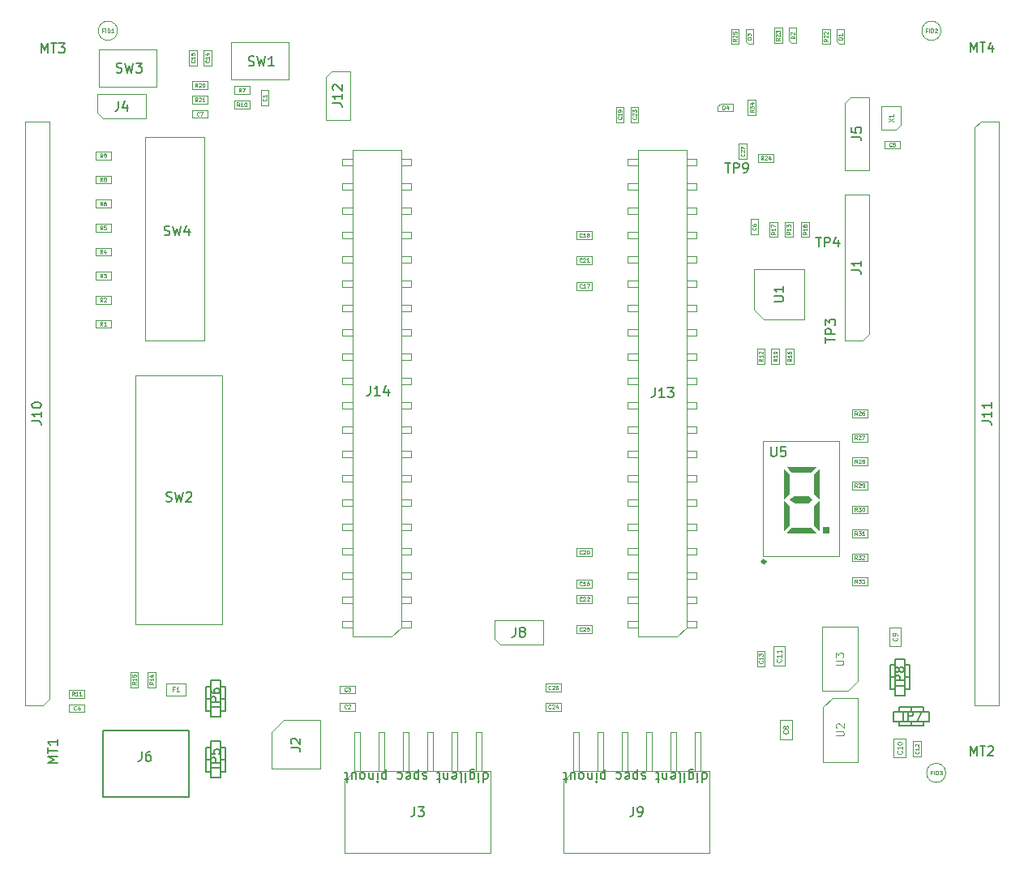
<source format=gbr>
G04 #@! TF.GenerationSoftware,KiCad,Pcbnew,7.0.10-7.0.10~ubuntu22.04.1*
G04 #@! TF.CreationDate,2024-02-20T20:22:53-05:00*
G04 #@! TF.ProjectId,mpw-mb1,6d70772d-6d62-4312-9e6b-696361645f70,2.2.6*
G04 #@! TF.SameCoordinates,PX35e1f20PY8044ea0*
G04 #@! TF.FileFunction,AssemblyDrawing,Top*
%FSLAX46Y46*%
G04 Gerber Fmt 4.6, Leading zero omitted, Abs format (unit mm)*
G04 Created by KiCad (PCBNEW 7.0.10-7.0.10~ubuntu22.04.1) date 2024-02-20 20:22:53*
%MOMM*%
%LPD*%
G01*
G04 APERTURE LIST*
%ADD10C,0.060000*%
%ADD11C,0.150000*%
%ADD12C,0.080000*%
%ADD13C,0.135000*%
%ADD14C,0.075000*%
%ADD15C,0.120000*%
%ADD16C,0.100000*%
%ADD17C,0.332843*%
%ADD18C,0.127000*%
G04 APERTURE END LIST*
D10*
X80781927Y57992858D02*
X80591451Y57859525D01*
X80781927Y57764287D02*
X80381927Y57764287D01*
X80381927Y57764287D02*
X80381927Y57916668D01*
X80381927Y57916668D02*
X80400975Y57954763D01*
X80400975Y57954763D02*
X80420022Y57973810D01*
X80420022Y57973810D02*
X80458118Y57992858D01*
X80458118Y57992858D02*
X80515260Y57992858D01*
X80515260Y57992858D02*
X80553356Y57973810D01*
X80553356Y57973810D02*
X80572403Y57954763D01*
X80572403Y57954763D02*
X80591451Y57916668D01*
X80591451Y57916668D02*
X80591451Y57764287D01*
X80781927Y58373810D02*
X80781927Y58145239D01*
X80781927Y58259525D02*
X80381927Y58259525D01*
X80381927Y58259525D02*
X80439070Y58221429D01*
X80439070Y58221429D02*
X80477165Y58183334D01*
X80477165Y58183334D02*
X80496213Y58145239D01*
X80381927Y58507143D02*
X80381927Y58754762D01*
X80381927Y58754762D02*
X80534308Y58621429D01*
X80534308Y58621429D02*
X80534308Y58678572D01*
X80534308Y58678572D02*
X80553356Y58716667D01*
X80553356Y58716667D02*
X80572403Y58735715D01*
X80572403Y58735715D02*
X80610499Y58754762D01*
X80610499Y58754762D02*
X80705737Y58754762D01*
X80705737Y58754762D02*
X80743832Y58735715D01*
X80743832Y58735715D02*
X80762880Y58716667D01*
X80762880Y58716667D02*
X80781927Y58678572D01*
X80781927Y58678572D02*
X80781927Y58564286D01*
X80781927Y58564286D02*
X80762880Y58526191D01*
X80762880Y58526191D02*
X80743832Y58507143D01*
X63103832Y69992858D02*
X63122880Y69973810D01*
X63122880Y69973810D02*
X63141927Y69916668D01*
X63141927Y69916668D02*
X63141927Y69878572D01*
X63141927Y69878572D02*
X63122880Y69821429D01*
X63122880Y69821429D02*
X63084784Y69783334D01*
X63084784Y69783334D02*
X63046689Y69764287D01*
X63046689Y69764287D02*
X62970499Y69745239D01*
X62970499Y69745239D02*
X62913356Y69745239D01*
X62913356Y69745239D02*
X62837165Y69764287D01*
X62837165Y69764287D02*
X62799070Y69783334D01*
X62799070Y69783334D02*
X62760975Y69821429D01*
X62760975Y69821429D02*
X62741927Y69878572D01*
X62741927Y69878572D02*
X62741927Y69916668D01*
X62741927Y69916668D02*
X62760975Y69973810D01*
X62760975Y69973810D02*
X62780022Y69992858D01*
X63141927Y70373810D02*
X63141927Y70145239D01*
X63141927Y70259525D02*
X62741927Y70259525D01*
X62741927Y70259525D02*
X62799070Y70221429D01*
X62799070Y70221429D02*
X62837165Y70183334D01*
X62837165Y70183334D02*
X62856213Y70145239D01*
X63141927Y70564286D02*
X63141927Y70640477D01*
X63141927Y70640477D02*
X63122880Y70678572D01*
X63122880Y70678572D02*
X63103832Y70697620D01*
X63103832Y70697620D02*
X63046689Y70735715D01*
X63046689Y70735715D02*
X62970499Y70754762D01*
X62970499Y70754762D02*
X62818118Y70754762D01*
X62818118Y70754762D02*
X62780022Y70735715D01*
X62780022Y70735715D02*
X62760975Y70716667D01*
X62760975Y70716667D02*
X62741927Y70678572D01*
X62741927Y70678572D02*
X62741927Y70602381D01*
X62741927Y70602381D02*
X62760975Y70564286D01*
X62760975Y70564286D02*
X62780022Y70545239D01*
X62780022Y70545239D02*
X62818118Y70526191D01*
X62818118Y70526191D02*
X62913356Y70526191D01*
X62913356Y70526191D02*
X62951451Y70545239D01*
X62951451Y70545239D02*
X62970499Y70564286D01*
X62970499Y70564286D02*
X62989546Y70602381D01*
X62989546Y70602381D02*
X62989546Y70678572D01*
X62989546Y70678572D02*
X62970499Y70716667D01*
X62970499Y70716667D02*
X62951451Y70735715D01*
X62951451Y70735715D02*
X62913356Y70754762D01*
X84666927Y78142858D02*
X84476451Y78009525D01*
X84666927Y77914287D02*
X84266927Y77914287D01*
X84266927Y77914287D02*
X84266927Y78066668D01*
X84266927Y78066668D02*
X84285975Y78104763D01*
X84285975Y78104763D02*
X84305022Y78123810D01*
X84305022Y78123810D02*
X84343118Y78142858D01*
X84343118Y78142858D02*
X84400260Y78142858D01*
X84400260Y78142858D02*
X84438356Y78123810D01*
X84438356Y78123810D02*
X84457403Y78104763D01*
X84457403Y78104763D02*
X84476451Y78066668D01*
X84476451Y78066668D02*
X84476451Y77914287D01*
X84305022Y78295239D02*
X84285975Y78314287D01*
X84285975Y78314287D02*
X84266927Y78352382D01*
X84266927Y78352382D02*
X84266927Y78447620D01*
X84266927Y78447620D02*
X84285975Y78485715D01*
X84285975Y78485715D02*
X84305022Y78504763D01*
X84305022Y78504763D02*
X84343118Y78523810D01*
X84343118Y78523810D02*
X84381213Y78523810D01*
X84381213Y78523810D02*
X84438356Y78504763D01*
X84438356Y78504763D02*
X84666927Y78276191D01*
X84666927Y78276191D02*
X84666927Y78523810D01*
X84305022Y78676191D02*
X84285975Y78695239D01*
X84285975Y78695239D02*
X84266927Y78733334D01*
X84266927Y78733334D02*
X84266927Y78828572D01*
X84266927Y78828572D02*
X84285975Y78866667D01*
X84285975Y78866667D02*
X84305022Y78885715D01*
X84305022Y78885715D02*
X84343118Y78904762D01*
X84343118Y78904762D02*
X84381213Y78904762D01*
X84381213Y78904762D02*
X84438356Y78885715D01*
X84438356Y78885715D02*
X84666927Y78657143D01*
X84666927Y78657143D02*
X84666927Y78904762D01*
D11*
X10596666Y71645181D02*
X10596666Y70930896D01*
X10596666Y70930896D02*
X10549047Y70788039D01*
X10549047Y70788039D02*
X10453809Y70692800D01*
X10453809Y70692800D02*
X10310952Y70645181D01*
X10310952Y70645181D02*
X10215714Y70645181D01*
X11501428Y71311848D02*
X11501428Y70645181D01*
X11263333Y71692800D02*
X11025238Y70978515D01*
X11025238Y70978515D02*
X11644285Y70978515D01*
D10*
X58992857Y54896168D02*
X58973809Y54877120D01*
X58973809Y54877120D02*
X58916667Y54858073D01*
X58916667Y54858073D02*
X58878571Y54858073D01*
X58878571Y54858073D02*
X58821428Y54877120D01*
X58821428Y54877120D02*
X58783333Y54915216D01*
X58783333Y54915216D02*
X58764286Y54953311D01*
X58764286Y54953311D02*
X58745238Y55029501D01*
X58745238Y55029501D02*
X58745238Y55086644D01*
X58745238Y55086644D02*
X58764286Y55162835D01*
X58764286Y55162835D02*
X58783333Y55200930D01*
X58783333Y55200930D02*
X58821428Y55239025D01*
X58821428Y55239025D02*
X58878571Y55258073D01*
X58878571Y55258073D02*
X58916667Y55258073D01*
X58916667Y55258073D02*
X58973809Y55239025D01*
X58973809Y55239025D02*
X58992857Y55219978D01*
X59145238Y55219978D02*
X59164286Y55239025D01*
X59164286Y55239025D02*
X59202381Y55258073D01*
X59202381Y55258073D02*
X59297619Y55258073D01*
X59297619Y55258073D02*
X59335714Y55239025D01*
X59335714Y55239025D02*
X59354762Y55219978D01*
X59354762Y55219978D02*
X59373809Y55181882D01*
X59373809Y55181882D02*
X59373809Y55143787D01*
X59373809Y55143787D02*
X59354762Y55086644D01*
X59354762Y55086644D02*
X59126190Y54858073D01*
X59126190Y54858073D02*
X59373809Y54858073D01*
X59754761Y54858073D02*
X59526190Y54858073D01*
X59640476Y54858073D02*
X59640476Y55258073D01*
X59640476Y55258073D02*
X59602380Y55200930D01*
X59602380Y55200930D02*
X59564285Y55162835D01*
X59564285Y55162835D02*
X59526190Y55143787D01*
X14251927Y10992858D02*
X14061451Y10859525D01*
X14251927Y10764287D02*
X13851927Y10764287D01*
X13851927Y10764287D02*
X13851927Y10916668D01*
X13851927Y10916668D02*
X13870975Y10954763D01*
X13870975Y10954763D02*
X13890022Y10973810D01*
X13890022Y10973810D02*
X13928118Y10992858D01*
X13928118Y10992858D02*
X13985260Y10992858D01*
X13985260Y10992858D02*
X14023356Y10973810D01*
X14023356Y10973810D02*
X14042403Y10954763D01*
X14042403Y10954763D02*
X14061451Y10916668D01*
X14061451Y10916668D02*
X14061451Y10764287D01*
X14251927Y11373810D02*
X14251927Y11145239D01*
X14251927Y11259525D02*
X13851927Y11259525D01*
X13851927Y11259525D02*
X13909070Y11221429D01*
X13909070Y11221429D02*
X13947165Y11183334D01*
X13947165Y11183334D02*
X13966213Y11145239D01*
X13985260Y11716667D02*
X14251927Y11716667D01*
X13832880Y11621429D02*
X14118594Y11526191D01*
X14118594Y11526191D02*
X14118594Y11773810D01*
D11*
X2559524Y76695181D02*
X2559524Y77695181D01*
X2559524Y77695181D02*
X2892857Y76980896D01*
X2892857Y76980896D02*
X3226190Y77695181D01*
X3226190Y77695181D02*
X3226190Y76695181D01*
X3559524Y77695181D02*
X4130952Y77695181D01*
X3845238Y76695181D02*
X3845238Y77695181D01*
X4369048Y77695181D02*
X4988095Y77695181D01*
X4988095Y77695181D02*
X4654762Y77314229D01*
X4654762Y77314229D02*
X4797619Y77314229D01*
X4797619Y77314229D02*
X4892857Y77266610D01*
X4892857Y77266610D02*
X4940476Y77218991D01*
X4940476Y77218991D02*
X4988095Y77123753D01*
X4988095Y77123753D02*
X4988095Y76885658D01*
X4988095Y76885658D02*
X4940476Y76790420D01*
X4940476Y76790420D02*
X4892857Y76742800D01*
X4892857Y76742800D02*
X4797619Y76695181D01*
X4797619Y76695181D02*
X4511905Y76695181D01*
X4511905Y76695181D02*
X4416667Y76742800D01*
X4416667Y76742800D02*
X4369048Y76790420D01*
D10*
X95571429Y1527597D02*
X95438096Y1527597D01*
X95438096Y1318073D02*
X95438096Y1718073D01*
X95438096Y1718073D02*
X95628572Y1718073D01*
X95780953Y1318073D02*
X95780953Y1718073D01*
X95971429Y1318073D02*
X95971429Y1718073D01*
X95971429Y1718073D02*
X96066667Y1718073D01*
X96066667Y1718073D02*
X96123810Y1699025D01*
X96123810Y1699025D02*
X96161905Y1660930D01*
X96161905Y1660930D02*
X96180952Y1622835D01*
X96180952Y1622835D02*
X96200000Y1546644D01*
X96200000Y1546644D02*
X96200000Y1489501D01*
X96200000Y1489501D02*
X96180952Y1413311D01*
X96180952Y1413311D02*
X96161905Y1375216D01*
X96161905Y1375216D02*
X96123810Y1337120D01*
X96123810Y1337120D02*
X96066667Y1318073D01*
X96066667Y1318073D02*
X95971429Y1318073D01*
X96333333Y1718073D02*
X96580952Y1718073D01*
X96580952Y1718073D02*
X96447619Y1565692D01*
X96447619Y1565692D02*
X96504762Y1565692D01*
X96504762Y1565692D02*
X96542857Y1546644D01*
X96542857Y1546644D02*
X96561905Y1527597D01*
X96561905Y1527597D02*
X96580952Y1489501D01*
X96580952Y1489501D02*
X96580952Y1394263D01*
X96580952Y1394263D02*
X96561905Y1356168D01*
X96561905Y1356168D02*
X96542857Y1337120D01*
X96542857Y1337120D02*
X96504762Y1318073D01*
X96504762Y1318073D02*
X96390476Y1318073D01*
X96390476Y1318073D02*
X96352381Y1337120D01*
X96352381Y1337120D02*
X96333333Y1356168D01*
D12*
X80479530Y5916667D02*
X80503340Y5892858D01*
X80503340Y5892858D02*
X80527149Y5821429D01*
X80527149Y5821429D02*
X80527149Y5773810D01*
X80527149Y5773810D02*
X80503340Y5702382D01*
X80503340Y5702382D02*
X80455720Y5654763D01*
X80455720Y5654763D02*
X80408101Y5630953D01*
X80408101Y5630953D02*
X80312863Y5607144D01*
X80312863Y5607144D02*
X80241435Y5607144D01*
X80241435Y5607144D02*
X80146197Y5630953D01*
X80146197Y5630953D02*
X80098578Y5654763D01*
X80098578Y5654763D02*
X80050959Y5702382D01*
X80050959Y5702382D02*
X80027149Y5773810D01*
X80027149Y5773810D02*
X80027149Y5821429D01*
X80027149Y5821429D02*
X80050959Y5892858D01*
X80050959Y5892858D02*
X80074768Y5916667D01*
X80241435Y6202382D02*
X80217625Y6154763D01*
X80217625Y6154763D02*
X80193816Y6130953D01*
X80193816Y6130953D02*
X80146197Y6107144D01*
X80146197Y6107144D02*
X80122387Y6107144D01*
X80122387Y6107144D02*
X80074768Y6130953D01*
X80074768Y6130953D02*
X80050959Y6154763D01*
X80050959Y6154763D02*
X80027149Y6202382D01*
X80027149Y6202382D02*
X80027149Y6297620D01*
X80027149Y6297620D02*
X80050959Y6345239D01*
X80050959Y6345239D02*
X80074768Y6369048D01*
X80074768Y6369048D02*
X80122387Y6392858D01*
X80122387Y6392858D02*
X80146197Y6392858D01*
X80146197Y6392858D02*
X80193816Y6369048D01*
X80193816Y6369048D02*
X80217625Y6345239D01*
X80217625Y6345239D02*
X80241435Y6297620D01*
X80241435Y6297620D02*
X80241435Y6202382D01*
X80241435Y6202382D02*
X80265244Y6154763D01*
X80265244Y6154763D02*
X80289054Y6130953D01*
X80289054Y6130953D02*
X80336673Y6107144D01*
X80336673Y6107144D02*
X80431911Y6107144D01*
X80431911Y6107144D02*
X80479530Y6130953D01*
X80479530Y6130953D02*
X80503340Y6154763D01*
X80503340Y6154763D02*
X80527149Y6202382D01*
X80527149Y6202382D02*
X80527149Y6297620D01*
X80527149Y6297620D02*
X80503340Y6345239D01*
X80503340Y6345239D02*
X80479530Y6369048D01*
X80479530Y6369048D02*
X80431911Y6392858D01*
X80431911Y6392858D02*
X80336673Y6392858D01*
X80336673Y6392858D02*
X80289054Y6369048D01*
X80289054Y6369048D02*
X80265244Y6345239D01*
X80265244Y6345239D02*
X80241435Y6297620D01*
D10*
X8933333Y58248073D02*
X8800000Y58438549D01*
X8704762Y58248073D02*
X8704762Y58648073D01*
X8704762Y58648073D02*
X8857143Y58648073D01*
X8857143Y58648073D02*
X8895238Y58629025D01*
X8895238Y58629025D02*
X8914285Y58609978D01*
X8914285Y58609978D02*
X8933333Y58571882D01*
X8933333Y58571882D02*
X8933333Y58514740D01*
X8933333Y58514740D02*
X8914285Y58476644D01*
X8914285Y58476644D02*
X8895238Y58457597D01*
X8895238Y58457597D02*
X8857143Y58438549D01*
X8857143Y58438549D02*
X8704762Y58438549D01*
X9295238Y58648073D02*
X9104762Y58648073D01*
X9104762Y58648073D02*
X9085714Y58457597D01*
X9085714Y58457597D02*
X9104762Y58476644D01*
X9104762Y58476644D02*
X9142857Y58495692D01*
X9142857Y58495692D02*
X9238095Y58495692D01*
X9238095Y58495692D02*
X9276190Y58476644D01*
X9276190Y58476644D02*
X9295238Y58457597D01*
X9295238Y58457597D02*
X9314285Y58419501D01*
X9314285Y58419501D02*
X9314285Y58324263D01*
X9314285Y58324263D02*
X9295238Y58286168D01*
X9295238Y58286168D02*
X9276190Y58267120D01*
X9276190Y58267120D02*
X9238095Y58248073D01*
X9238095Y58248073D02*
X9142857Y58248073D01*
X9142857Y58248073D02*
X9104762Y58267120D01*
X9104762Y58267120D02*
X9085714Y58286168D01*
D12*
X91879530Y15616667D02*
X91903340Y15592858D01*
X91903340Y15592858D02*
X91927149Y15521429D01*
X91927149Y15521429D02*
X91927149Y15473810D01*
X91927149Y15473810D02*
X91903340Y15402382D01*
X91903340Y15402382D02*
X91855720Y15354763D01*
X91855720Y15354763D02*
X91808101Y15330953D01*
X91808101Y15330953D02*
X91712863Y15307144D01*
X91712863Y15307144D02*
X91641435Y15307144D01*
X91641435Y15307144D02*
X91546197Y15330953D01*
X91546197Y15330953D02*
X91498578Y15354763D01*
X91498578Y15354763D02*
X91450959Y15402382D01*
X91450959Y15402382D02*
X91427149Y15473810D01*
X91427149Y15473810D02*
X91427149Y15521429D01*
X91427149Y15521429D02*
X91450959Y15592858D01*
X91450959Y15592858D02*
X91474768Y15616667D01*
X91927149Y15854763D02*
X91927149Y15950001D01*
X91927149Y15950001D02*
X91903340Y15997620D01*
X91903340Y15997620D02*
X91879530Y16021429D01*
X91879530Y16021429D02*
X91808101Y16069048D01*
X91808101Y16069048D02*
X91712863Y16092858D01*
X91712863Y16092858D02*
X91522387Y16092858D01*
X91522387Y16092858D02*
X91474768Y16069048D01*
X91474768Y16069048D02*
X91450959Y16045239D01*
X91450959Y16045239D02*
X91427149Y15997620D01*
X91427149Y15997620D02*
X91427149Y15902382D01*
X91427149Y15902382D02*
X91450959Y15854763D01*
X91450959Y15854763D02*
X91474768Y15830953D01*
X91474768Y15830953D02*
X91522387Y15807144D01*
X91522387Y15807144D02*
X91641435Y15807144D01*
X91641435Y15807144D02*
X91689054Y15830953D01*
X91689054Y15830953D02*
X91712863Y15854763D01*
X91712863Y15854763D02*
X91736673Y15902382D01*
X91736673Y15902382D02*
X91736673Y15997620D01*
X91736673Y15997620D02*
X91712863Y16045239D01*
X91712863Y16045239D02*
X91689054Y16069048D01*
X91689054Y16069048D02*
X91641435Y16092858D01*
D10*
X23217857Y71105573D02*
X23084524Y71296049D01*
X22989286Y71105573D02*
X22989286Y71505573D01*
X22989286Y71505573D02*
X23141667Y71505573D01*
X23141667Y71505573D02*
X23179762Y71486525D01*
X23179762Y71486525D02*
X23198809Y71467478D01*
X23198809Y71467478D02*
X23217857Y71429382D01*
X23217857Y71429382D02*
X23217857Y71372240D01*
X23217857Y71372240D02*
X23198809Y71334144D01*
X23198809Y71334144D02*
X23179762Y71315097D01*
X23179762Y71315097D02*
X23141667Y71296049D01*
X23141667Y71296049D02*
X22989286Y71296049D01*
X23598809Y71105573D02*
X23370238Y71105573D01*
X23484524Y71105573D02*
X23484524Y71505573D01*
X23484524Y71505573D02*
X23446428Y71448430D01*
X23446428Y71448430D02*
X23408333Y71410335D01*
X23408333Y71410335D02*
X23370238Y71391287D01*
X23846428Y71505573D02*
X23884523Y71505573D01*
X23884523Y71505573D02*
X23922619Y71486525D01*
X23922619Y71486525D02*
X23941666Y71467478D01*
X23941666Y71467478D02*
X23960714Y71429382D01*
X23960714Y71429382D02*
X23979761Y71353192D01*
X23979761Y71353192D02*
X23979761Y71257954D01*
X23979761Y71257954D02*
X23960714Y71181763D01*
X23960714Y71181763D02*
X23941666Y71143668D01*
X23941666Y71143668D02*
X23922619Y71124620D01*
X23922619Y71124620D02*
X23884523Y71105573D01*
X23884523Y71105573D02*
X23846428Y71105573D01*
X23846428Y71105573D02*
X23808333Y71124620D01*
X23808333Y71124620D02*
X23789285Y71143668D01*
X23789285Y71143668D02*
X23770238Y71181763D01*
X23770238Y71181763D02*
X23751190Y71257954D01*
X23751190Y71257954D02*
X23751190Y71353192D01*
X23751190Y71353192D02*
X23770238Y71429382D01*
X23770238Y71429382D02*
X23789285Y71467478D01*
X23789285Y71467478D02*
X23808333Y71486525D01*
X23808333Y71486525D02*
X23846428Y71505573D01*
X8933333Y48208073D02*
X8800000Y48398549D01*
X8704762Y48208073D02*
X8704762Y48608073D01*
X8704762Y48608073D02*
X8857143Y48608073D01*
X8857143Y48608073D02*
X8895238Y48589025D01*
X8895238Y48589025D02*
X8914285Y48569978D01*
X8914285Y48569978D02*
X8933333Y48531882D01*
X8933333Y48531882D02*
X8933333Y48474740D01*
X8933333Y48474740D02*
X8914285Y48436644D01*
X8914285Y48436644D02*
X8895238Y48417597D01*
X8895238Y48417597D02*
X8857143Y48398549D01*
X8857143Y48398549D02*
X8704762Y48398549D01*
X9314285Y48208073D02*
X9085714Y48208073D01*
X9200000Y48208073D02*
X9200000Y48608073D01*
X9200000Y48608073D02*
X9161904Y48550930D01*
X9161904Y48550930D02*
X9123809Y48512835D01*
X9123809Y48512835D02*
X9085714Y48493787D01*
X58992857Y19496168D02*
X58973809Y19477120D01*
X58973809Y19477120D02*
X58916667Y19458073D01*
X58916667Y19458073D02*
X58878571Y19458073D01*
X58878571Y19458073D02*
X58821428Y19477120D01*
X58821428Y19477120D02*
X58783333Y19515216D01*
X58783333Y19515216D02*
X58764286Y19553311D01*
X58764286Y19553311D02*
X58745238Y19629501D01*
X58745238Y19629501D02*
X58745238Y19686644D01*
X58745238Y19686644D02*
X58764286Y19762835D01*
X58764286Y19762835D02*
X58783333Y19800930D01*
X58783333Y19800930D02*
X58821428Y19839025D01*
X58821428Y19839025D02*
X58878571Y19858073D01*
X58878571Y19858073D02*
X58916667Y19858073D01*
X58916667Y19858073D02*
X58973809Y19839025D01*
X58973809Y19839025D02*
X58992857Y19819978D01*
X59145238Y19819978D02*
X59164286Y19839025D01*
X59164286Y19839025D02*
X59202381Y19858073D01*
X59202381Y19858073D02*
X59297619Y19858073D01*
X59297619Y19858073D02*
X59335714Y19839025D01*
X59335714Y19839025D02*
X59354762Y19819978D01*
X59354762Y19819978D02*
X59373809Y19781882D01*
X59373809Y19781882D02*
X59373809Y19743787D01*
X59373809Y19743787D02*
X59354762Y19686644D01*
X59354762Y19686644D02*
X59126190Y19458073D01*
X59126190Y19458073D02*
X59373809Y19458073D01*
X59526190Y19819978D02*
X59545238Y19839025D01*
X59545238Y19839025D02*
X59583333Y19858073D01*
X59583333Y19858073D02*
X59678571Y19858073D01*
X59678571Y19858073D02*
X59716666Y19839025D01*
X59716666Y19839025D02*
X59735714Y19819978D01*
X59735714Y19819978D02*
X59754761Y19781882D01*
X59754761Y19781882D02*
X59754761Y19743787D01*
X59754761Y19743787D02*
X59735714Y19686644D01*
X59735714Y19686644D02*
X59507142Y19458073D01*
X59507142Y19458073D02*
X59754761Y19458073D01*
X80881927Y44742858D02*
X80691451Y44609525D01*
X80881927Y44514287D02*
X80481927Y44514287D01*
X80481927Y44514287D02*
X80481927Y44666668D01*
X80481927Y44666668D02*
X80500975Y44704763D01*
X80500975Y44704763D02*
X80520022Y44723810D01*
X80520022Y44723810D02*
X80558118Y44742858D01*
X80558118Y44742858D02*
X80615260Y44742858D01*
X80615260Y44742858D02*
X80653356Y44723810D01*
X80653356Y44723810D02*
X80672403Y44704763D01*
X80672403Y44704763D02*
X80691451Y44666668D01*
X80691451Y44666668D02*
X80691451Y44514287D01*
X80881927Y45123810D02*
X80881927Y44895239D01*
X80881927Y45009525D02*
X80481927Y45009525D01*
X80481927Y45009525D02*
X80539070Y44971429D01*
X80539070Y44971429D02*
X80577165Y44933334D01*
X80577165Y44933334D02*
X80596213Y44895239D01*
X80481927Y45466667D02*
X80481927Y45390477D01*
X80481927Y45390477D02*
X80500975Y45352381D01*
X80500975Y45352381D02*
X80520022Y45333334D01*
X80520022Y45333334D02*
X80577165Y45295239D01*
X80577165Y45295239D02*
X80653356Y45276191D01*
X80653356Y45276191D02*
X80805737Y45276191D01*
X80805737Y45276191D02*
X80843832Y45295239D01*
X80843832Y45295239D02*
X80862880Y45314286D01*
X80862880Y45314286D02*
X80881927Y45352381D01*
X80881927Y45352381D02*
X80881927Y45428572D01*
X80881927Y45428572D02*
X80862880Y45466667D01*
X80862880Y45466667D02*
X80843832Y45485715D01*
X80843832Y45485715D02*
X80805737Y45504762D01*
X80805737Y45504762D02*
X80710499Y45504762D01*
X80710499Y45504762D02*
X80672403Y45485715D01*
X80672403Y45485715D02*
X80653356Y45466667D01*
X80653356Y45466667D02*
X80634308Y45428572D01*
X80634308Y45428572D02*
X80634308Y45352381D01*
X80634308Y45352381D02*
X80653356Y45314286D01*
X80653356Y45314286D02*
X80672403Y45295239D01*
X80672403Y45295239D02*
X80710499Y45276191D01*
D11*
X66622493Y41730181D02*
X66622493Y41015896D01*
X66622493Y41015896D02*
X66574874Y40873039D01*
X66574874Y40873039D02*
X66479636Y40777800D01*
X66479636Y40777800D02*
X66336779Y40730181D01*
X66336779Y40730181D02*
X66241541Y40730181D01*
X67622493Y40730181D02*
X67051065Y40730181D01*
X67336779Y40730181D02*
X67336779Y41730181D01*
X67336779Y41730181D02*
X67241541Y41587324D01*
X67241541Y41587324D02*
X67146303Y41492086D01*
X67146303Y41492086D02*
X67051065Y41444467D01*
X67955827Y41730181D02*
X68574874Y41730181D01*
X68574874Y41730181D02*
X68241541Y41349229D01*
X68241541Y41349229D02*
X68384398Y41349229D01*
X68384398Y41349229D02*
X68479636Y41301610D01*
X68479636Y41301610D02*
X68527255Y41253991D01*
X68527255Y41253991D02*
X68574874Y41158753D01*
X68574874Y41158753D02*
X68574874Y40920658D01*
X68574874Y40920658D02*
X68527255Y40825420D01*
X68527255Y40825420D02*
X68479636Y40777800D01*
X68479636Y40777800D02*
X68384398Y40730181D01*
X68384398Y40730181D02*
X68098684Y40730181D01*
X68098684Y40730181D02*
X68003446Y40777800D01*
X68003446Y40777800D02*
X67955827Y40825420D01*
D10*
X75166927Y78142858D02*
X74976451Y78009525D01*
X75166927Y77914287D02*
X74766927Y77914287D01*
X74766927Y77914287D02*
X74766927Y78066668D01*
X74766927Y78066668D02*
X74785975Y78104763D01*
X74785975Y78104763D02*
X74805022Y78123810D01*
X74805022Y78123810D02*
X74843118Y78142858D01*
X74843118Y78142858D02*
X74900260Y78142858D01*
X74900260Y78142858D02*
X74938356Y78123810D01*
X74938356Y78123810D02*
X74957403Y78104763D01*
X74957403Y78104763D02*
X74976451Y78066668D01*
X74976451Y78066668D02*
X74976451Y77914287D01*
X74805022Y78295239D02*
X74785975Y78314287D01*
X74785975Y78314287D02*
X74766927Y78352382D01*
X74766927Y78352382D02*
X74766927Y78447620D01*
X74766927Y78447620D02*
X74785975Y78485715D01*
X74785975Y78485715D02*
X74805022Y78504763D01*
X74805022Y78504763D02*
X74843118Y78523810D01*
X74843118Y78523810D02*
X74881213Y78523810D01*
X74881213Y78523810D02*
X74938356Y78504763D01*
X74938356Y78504763D02*
X75166927Y78276191D01*
X75166927Y78276191D02*
X75166927Y78523810D01*
X74766927Y78885715D02*
X74766927Y78695239D01*
X74766927Y78695239D02*
X74957403Y78676191D01*
X74957403Y78676191D02*
X74938356Y78695239D01*
X74938356Y78695239D02*
X74919308Y78733334D01*
X74919308Y78733334D02*
X74919308Y78828572D01*
X74919308Y78828572D02*
X74938356Y78866667D01*
X74938356Y78866667D02*
X74957403Y78885715D01*
X74957403Y78885715D02*
X74995499Y78904762D01*
X74995499Y78904762D02*
X75090737Y78904762D01*
X75090737Y78904762D02*
X75128832Y78885715D01*
X75128832Y78885715D02*
X75147880Y78866667D01*
X75147880Y78866667D02*
X75166927Y78828572D01*
X75166927Y78828572D02*
X75166927Y78733334D01*
X75166927Y78733334D02*
X75147880Y78695239D01*
X75147880Y78695239D02*
X75128832Y78676191D01*
X79381927Y44742858D02*
X79191451Y44609525D01*
X79381927Y44514287D02*
X78981927Y44514287D01*
X78981927Y44514287D02*
X78981927Y44666668D01*
X78981927Y44666668D02*
X79000975Y44704763D01*
X79000975Y44704763D02*
X79020022Y44723810D01*
X79020022Y44723810D02*
X79058118Y44742858D01*
X79058118Y44742858D02*
X79115260Y44742858D01*
X79115260Y44742858D02*
X79153356Y44723810D01*
X79153356Y44723810D02*
X79172403Y44704763D01*
X79172403Y44704763D02*
X79191451Y44666668D01*
X79191451Y44666668D02*
X79191451Y44514287D01*
X79381927Y45123810D02*
X79381927Y44895239D01*
X79381927Y45009525D02*
X78981927Y45009525D01*
X78981927Y45009525D02*
X79039070Y44971429D01*
X79039070Y44971429D02*
X79077165Y44933334D01*
X79077165Y44933334D02*
X79096213Y44895239D01*
X79381927Y45314286D02*
X79381927Y45390477D01*
X79381927Y45390477D02*
X79362880Y45428572D01*
X79362880Y45428572D02*
X79343832Y45447620D01*
X79343832Y45447620D02*
X79286689Y45485715D01*
X79286689Y45485715D02*
X79210499Y45504762D01*
X79210499Y45504762D02*
X79058118Y45504762D01*
X79058118Y45504762D02*
X79020022Y45485715D01*
X79020022Y45485715D02*
X79000975Y45466667D01*
X79000975Y45466667D02*
X78981927Y45428572D01*
X78981927Y45428572D02*
X78981927Y45352381D01*
X78981927Y45352381D02*
X79000975Y45314286D01*
X79000975Y45314286D02*
X79020022Y45295239D01*
X79020022Y45295239D02*
X79058118Y45276191D01*
X79058118Y45276191D02*
X79153356Y45276191D01*
X79153356Y45276191D02*
X79191451Y45295239D01*
X79191451Y45295239D02*
X79210499Y45314286D01*
X79210499Y45314286D02*
X79229546Y45352381D01*
X79229546Y45352381D02*
X79229546Y45428572D01*
X79229546Y45428572D02*
X79210499Y45466667D01*
X79210499Y45466667D02*
X79191451Y45485715D01*
X79191451Y45485715D02*
X79153356Y45504762D01*
D11*
X79054819Y50738096D02*
X79864342Y50738096D01*
X79864342Y50738096D02*
X79959580Y50785715D01*
X79959580Y50785715D02*
X80007200Y50833334D01*
X80007200Y50833334D02*
X80054819Y50928572D01*
X80054819Y50928572D02*
X80054819Y51119048D01*
X80054819Y51119048D02*
X80007200Y51214286D01*
X80007200Y51214286D02*
X79959580Y51261905D01*
X79959580Y51261905D02*
X79864342Y51309524D01*
X79864342Y51309524D02*
X79054819Y51309524D01*
X80054819Y52309524D02*
X80054819Y51738096D01*
X80054819Y52023810D02*
X79054819Y52023810D01*
X79054819Y52023810D02*
X79197676Y51928572D01*
X79197676Y51928572D02*
X79292914Y51833334D01*
X79292914Y51833334D02*
X79340533Y51738096D01*
D10*
X8933333Y65778073D02*
X8800000Y65968549D01*
X8704762Y65778073D02*
X8704762Y66178073D01*
X8704762Y66178073D02*
X8857143Y66178073D01*
X8857143Y66178073D02*
X8895238Y66159025D01*
X8895238Y66159025D02*
X8914285Y66139978D01*
X8914285Y66139978D02*
X8933333Y66101882D01*
X8933333Y66101882D02*
X8933333Y66044740D01*
X8933333Y66044740D02*
X8914285Y66006644D01*
X8914285Y66006644D02*
X8895238Y65987597D01*
X8895238Y65987597D02*
X8857143Y65968549D01*
X8857143Y65968549D02*
X8704762Y65968549D01*
X9123809Y65778073D02*
X9200000Y65778073D01*
X9200000Y65778073D02*
X9238095Y65797120D01*
X9238095Y65797120D02*
X9257143Y65816168D01*
X9257143Y65816168D02*
X9295238Y65873311D01*
X9295238Y65873311D02*
X9314285Y65949501D01*
X9314285Y65949501D02*
X9314285Y66101882D01*
X9314285Y66101882D02*
X9295238Y66139978D01*
X9295238Y66139978D02*
X9276190Y66159025D01*
X9276190Y66159025D02*
X9238095Y66178073D01*
X9238095Y66178073D02*
X9161904Y66178073D01*
X9161904Y66178073D02*
X9123809Y66159025D01*
X9123809Y66159025D02*
X9104762Y66139978D01*
X9104762Y66139978D02*
X9085714Y66101882D01*
X9085714Y66101882D02*
X9085714Y66006644D01*
X9085714Y66006644D02*
X9104762Y65968549D01*
X9104762Y65968549D02*
X9123809Y65949501D01*
X9123809Y65949501D02*
X9161904Y65930454D01*
X9161904Y65930454D02*
X9238095Y65930454D01*
X9238095Y65930454D02*
X9276190Y65949501D01*
X9276190Y65949501D02*
X9295238Y65968549D01*
X9295238Y65968549D02*
X9314285Y66006644D01*
X20043832Y75917858D02*
X20062880Y75898810D01*
X20062880Y75898810D02*
X20081927Y75841668D01*
X20081927Y75841668D02*
X20081927Y75803572D01*
X20081927Y75803572D02*
X20062880Y75746429D01*
X20062880Y75746429D02*
X20024784Y75708334D01*
X20024784Y75708334D02*
X19986689Y75689287D01*
X19986689Y75689287D02*
X19910499Y75670239D01*
X19910499Y75670239D02*
X19853356Y75670239D01*
X19853356Y75670239D02*
X19777165Y75689287D01*
X19777165Y75689287D02*
X19739070Y75708334D01*
X19739070Y75708334D02*
X19700975Y75746429D01*
X19700975Y75746429D02*
X19681927Y75803572D01*
X19681927Y75803572D02*
X19681927Y75841668D01*
X19681927Y75841668D02*
X19700975Y75898810D01*
X19700975Y75898810D02*
X19720022Y75917858D01*
X20081927Y76298810D02*
X20081927Y76070239D01*
X20081927Y76184525D02*
X19681927Y76184525D01*
X19681927Y76184525D02*
X19739070Y76146429D01*
X19739070Y76146429D02*
X19777165Y76108334D01*
X19777165Y76108334D02*
X19796213Y76070239D01*
X19815260Y76641667D02*
X20081927Y76641667D01*
X19662880Y76546429D02*
X19948594Y76451191D01*
X19948594Y76451191D02*
X19948594Y76698810D01*
X34433333Y8256168D02*
X34414285Y8237120D01*
X34414285Y8237120D02*
X34357143Y8218073D01*
X34357143Y8218073D02*
X34319047Y8218073D01*
X34319047Y8218073D02*
X34261904Y8237120D01*
X34261904Y8237120D02*
X34223809Y8275216D01*
X34223809Y8275216D02*
X34204762Y8313311D01*
X34204762Y8313311D02*
X34185714Y8389501D01*
X34185714Y8389501D02*
X34185714Y8446644D01*
X34185714Y8446644D02*
X34204762Y8522835D01*
X34204762Y8522835D02*
X34223809Y8560930D01*
X34223809Y8560930D02*
X34261904Y8599025D01*
X34261904Y8599025D02*
X34319047Y8618073D01*
X34319047Y8618073D02*
X34357143Y8618073D01*
X34357143Y8618073D02*
X34414285Y8599025D01*
X34414285Y8599025D02*
X34433333Y8579978D01*
X34585714Y8579978D02*
X34604762Y8599025D01*
X34604762Y8599025D02*
X34642857Y8618073D01*
X34642857Y8618073D02*
X34738095Y8618073D01*
X34738095Y8618073D02*
X34776190Y8599025D01*
X34776190Y8599025D02*
X34795238Y8579978D01*
X34795238Y8579978D02*
X34814285Y8541882D01*
X34814285Y8541882D02*
X34814285Y8503787D01*
X34814285Y8503787D02*
X34795238Y8446644D01*
X34795238Y8446644D02*
X34566666Y8218073D01*
X34566666Y8218073D02*
X34814285Y8218073D01*
X87742857Y33835215D02*
X87609524Y34025691D01*
X87514286Y33835215D02*
X87514286Y34235215D01*
X87514286Y34235215D02*
X87666667Y34235215D01*
X87666667Y34235215D02*
X87704762Y34216167D01*
X87704762Y34216167D02*
X87723809Y34197120D01*
X87723809Y34197120D02*
X87742857Y34159024D01*
X87742857Y34159024D02*
X87742857Y34101882D01*
X87742857Y34101882D02*
X87723809Y34063786D01*
X87723809Y34063786D02*
X87704762Y34044739D01*
X87704762Y34044739D02*
X87666667Y34025691D01*
X87666667Y34025691D02*
X87514286Y34025691D01*
X87895238Y34197120D02*
X87914286Y34216167D01*
X87914286Y34216167D02*
X87952381Y34235215D01*
X87952381Y34235215D02*
X88047619Y34235215D01*
X88047619Y34235215D02*
X88085714Y34216167D01*
X88085714Y34216167D02*
X88104762Y34197120D01*
X88104762Y34197120D02*
X88123809Y34159024D01*
X88123809Y34159024D02*
X88123809Y34120929D01*
X88123809Y34120929D02*
X88104762Y34063786D01*
X88104762Y34063786D02*
X87876190Y33835215D01*
X87876190Y33835215D02*
X88123809Y33835215D01*
X88352380Y34063786D02*
X88314285Y34082834D01*
X88314285Y34082834D02*
X88295238Y34101882D01*
X88295238Y34101882D02*
X88276190Y34139977D01*
X88276190Y34139977D02*
X88276190Y34159024D01*
X88276190Y34159024D02*
X88295238Y34197120D01*
X88295238Y34197120D02*
X88314285Y34216167D01*
X88314285Y34216167D02*
X88352380Y34235215D01*
X88352380Y34235215D02*
X88428571Y34235215D01*
X88428571Y34235215D02*
X88466666Y34216167D01*
X88466666Y34216167D02*
X88485714Y34197120D01*
X88485714Y34197120D02*
X88504761Y34159024D01*
X88504761Y34159024D02*
X88504761Y34139977D01*
X88504761Y34139977D02*
X88485714Y34101882D01*
X88485714Y34101882D02*
X88466666Y34082834D01*
X88466666Y34082834D02*
X88428571Y34063786D01*
X88428571Y34063786D02*
X88352380Y34063786D01*
X88352380Y34063786D02*
X88314285Y34044739D01*
X88314285Y34044739D02*
X88295238Y34025691D01*
X88295238Y34025691D02*
X88276190Y33987596D01*
X88276190Y33987596D02*
X88276190Y33911405D01*
X88276190Y33911405D02*
X88295238Y33873310D01*
X88295238Y33873310D02*
X88314285Y33854262D01*
X88314285Y33854262D02*
X88352380Y33835215D01*
X88352380Y33835215D02*
X88428571Y33835215D01*
X88428571Y33835215D02*
X88466666Y33854262D01*
X88466666Y33854262D02*
X88485714Y33873310D01*
X88485714Y33873310D02*
X88504761Y33911405D01*
X88504761Y33911405D02*
X88504761Y33987596D01*
X88504761Y33987596D02*
X88485714Y34025691D01*
X88485714Y34025691D02*
X88466666Y34044739D01*
X88466666Y34044739D02*
X88428571Y34063786D01*
X87742857Y38846643D02*
X87609524Y39037119D01*
X87514286Y38846643D02*
X87514286Y39246643D01*
X87514286Y39246643D02*
X87666667Y39246643D01*
X87666667Y39246643D02*
X87704762Y39227595D01*
X87704762Y39227595D02*
X87723809Y39208548D01*
X87723809Y39208548D02*
X87742857Y39170452D01*
X87742857Y39170452D02*
X87742857Y39113310D01*
X87742857Y39113310D02*
X87723809Y39075214D01*
X87723809Y39075214D02*
X87704762Y39056167D01*
X87704762Y39056167D02*
X87666667Y39037119D01*
X87666667Y39037119D02*
X87514286Y39037119D01*
X87895238Y39208548D02*
X87914286Y39227595D01*
X87914286Y39227595D02*
X87952381Y39246643D01*
X87952381Y39246643D02*
X88047619Y39246643D01*
X88047619Y39246643D02*
X88085714Y39227595D01*
X88085714Y39227595D02*
X88104762Y39208548D01*
X88104762Y39208548D02*
X88123809Y39170452D01*
X88123809Y39170452D02*
X88123809Y39132357D01*
X88123809Y39132357D02*
X88104762Y39075214D01*
X88104762Y39075214D02*
X87876190Y38846643D01*
X87876190Y38846643D02*
X88123809Y38846643D01*
X88466666Y39246643D02*
X88390476Y39246643D01*
X88390476Y39246643D02*
X88352380Y39227595D01*
X88352380Y39227595D02*
X88333333Y39208548D01*
X88333333Y39208548D02*
X88295238Y39151405D01*
X88295238Y39151405D02*
X88276190Y39075214D01*
X88276190Y39075214D02*
X88276190Y38922833D01*
X88276190Y38922833D02*
X88295238Y38884738D01*
X88295238Y38884738D02*
X88314285Y38865690D01*
X88314285Y38865690D02*
X88352380Y38846643D01*
X88352380Y38846643D02*
X88428571Y38846643D01*
X88428571Y38846643D02*
X88466666Y38865690D01*
X88466666Y38865690D02*
X88485714Y38884738D01*
X88485714Y38884738D02*
X88504761Y38922833D01*
X88504761Y38922833D02*
X88504761Y39018071D01*
X88504761Y39018071D02*
X88485714Y39056167D01*
X88485714Y39056167D02*
X88466666Y39075214D01*
X88466666Y39075214D02*
X88428571Y39094262D01*
X88428571Y39094262D02*
X88352380Y39094262D01*
X88352380Y39094262D02*
X88314285Y39075214D01*
X88314285Y39075214D02*
X88295238Y39056167D01*
X88295238Y39056167D02*
X88276190Y39018071D01*
X75943832Y66142858D02*
X75962880Y66123810D01*
X75962880Y66123810D02*
X75981927Y66066668D01*
X75981927Y66066668D02*
X75981927Y66028572D01*
X75981927Y66028572D02*
X75962880Y65971429D01*
X75962880Y65971429D02*
X75924784Y65933334D01*
X75924784Y65933334D02*
X75886689Y65914287D01*
X75886689Y65914287D02*
X75810499Y65895239D01*
X75810499Y65895239D02*
X75753356Y65895239D01*
X75753356Y65895239D02*
X75677165Y65914287D01*
X75677165Y65914287D02*
X75639070Y65933334D01*
X75639070Y65933334D02*
X75600975Y65971429D01*
X75600975Y65971429D02*
X75581927Y66028572D01*
X75581927Y66028572D02*
X75581927Y66066668D01*
X75581927Y66066668D02*
X75600975Y66123810D01*
X75600975Y66123810D02*
X75620022Y66142858D01*
X75620022Y66295239D02*
X75600975Y66314287D01*
X75600975Y66314287D02*
X75581927Y66352382D01*
X75581927Y66352382D02*
X75581927Y66447620D01*
X75581927Y66447620D02*
X75600975Y66485715D01*
X75600975Y66485715D02*
X75620022Y66504763D01*
X75620022Y66504763D02*
X75658118Y66523810D01*
X75658118Y66523810D02*
X75696213Y66523810D01*
X75696213Y66523810D02*
X75753356Y66504763D01*
X75753356Y66504763D02*
X75981927Y66276191D01*
X75981927Y66276191D02*
X75981927Y66523810D01*
X75581927Y66657143D02*
X75581927Y66923810D01*
X75581927Y66923810D02*
X75981927Y66752381D01*
X8933333Y53228073D02*
X8800000Y53418549D01*
X8704762Y53228073D02*
X8704762Y53628073D01*
X8704762Y53628073D02*
X8857143Y53628073D01*
X8857143Y53628073D02*
X8895238Y53609025D01*
X8895238Y53609025D02*
X8914285Y53589978D01*
X8914285Y53589978D02*
X8933333Y53551882D01*
X8933333Y53551882D02*
X8933333Y53494740D01*
X8933333Y53494740D02*
X8914285Y53456644D01*
X8914285Y53456644D02*
X8895238Y53437597D01*
X8895238Y53437597D02*
X8857143Y53418549D01*
X8857143Y53418549D02*
X8704762Y53418549D01*
X9066666Y53628073D02*
X9314285Y53628073D01*
X9314285Y53628073D02*
X9180952Y53475692D01*
X9180952Y53475692D02*
X9238095Y53475692D01*
X9238095Y53475692D02*
X9276190Y53456644D01*
X9276190Y53456644D02*
X9295238Y53437597D01*
X9295238Y53437597D02*
X9314285Y53399501D01*
X9314285Y53399501D02*
X9314285Y53304263D01*
X9314285Y53304263D02*
X9295238Y53266168D01*
X9295238Y53266168D02*
X9276190Y53247120D01*
X9276190Y53247120D02*
X9238095Y53228073D01*
X9238095Y53228073D02*
X9123809Y53228073D01*
X9123809Y53228073D02*
X9085714Y53247120D01*
X9085714Y53247120D02*
X9066666Y53266168D01*
X19033333Y70156168D02*
X19014285Y70137120D01*
X19014285Y70137120D02*
X18957143Y70118073D01*
X18957143Y70118073D02*
X18919047Y70118073D01*
X18919047Y70118073D02*
X18861904Y70137120D01*
X18861904Y70137120D02*
X18823809Y70175216D01*
X18823809Y70175216D02*
X18804762Y70213311D01*
X18804762Y70213311D02*
X18785714Y70289501D01*
X18785714Y70289501D02*
X18785714Y70346644D01*
X18785714Y70346644D02*
X18804762Y70422835D01*
X18804762Y70422835D02*
X18823809Y70460930D01*
X18823809Y70460930D02*
X18861904Y70499025D01*
X18861904Y70499025D02*
X18919047Y70518073D01*
X18919047Y70518073D02*
X18957143Y70518073D01*
X18957143Y70518073D02*
X19014285Y70499025D01*
X19014285Y70499025D02*
X19033333Y70479978D01*
X19166666Y70518073D02*
X19433333Y70518073D01*
X19433333Y70518073D02*
X19261904Y70118073D01*
X82481927Y57992858D02*
X82291451Y57859525D01*
X82481927Y57764287D02*
X82081927Y57764287D01*
X82081927Y57764287D02*
X82081927Y57916668D01*
X82081927Y57916668D02*
X82100975Y57954763D01*
X82100975Y57954763D02*
X82120022Y57973810D01*
X82120022Y57973810D02*
X82158118Y57992858D01*
X82158118Y57992858D02*
X82215260Y57992858D01*
X82215260Y57992858D02*
X82253356Y57973810D01*
X82253356Y57973810D02*
X82272403Y57954763D01*
X82272403Y57954763D02*
X82291451Y57916668D01*
X82291451Y57916668D02*
X82291451Y57764287D01*
X82481927Y58373810D02*
X82481927Y58145239D01*
X82481927Y58259525D02*
X82081927Y58259525D01*
X82081927Y58259525D02*
X82139070Y58221429D01*
X82139070Y58221429D02*
X82177165Y58183334D01*
X82177165Y58183334D02*
X82196213Y58145239D01*
X82253356Y58602381D02*
X82234308Y58564286D01*
X82234308Y58564286D02*
X82215260Y58545239D01*
X82215260Y58545239D02*
X82177165Y58526191D01*
X82177165Y58526191D02*
X82158118Y58526191D01*
X82158118Y58526191D02*
X82120022Y58545239D01*
X82120022Y58545239D02*
X82100975Y58564286D01*
X82100975Y58564286D02*
X82081927Y58602381D01*
X82081927Y58602381D02*
X82081927Y58678572D01*
X82081927Y58678572D02*
X82100975Y58716667D01*
X82100975Y58716667D02*
X82120022Y58735715D01*
X82120022Y58735715D02*
X82158118Y58754762D01*
X82158118Y58754762D02*
X82177165Y58754762D01*
X82177165Y58754762D02*
X82215260Y58735715D01*
X82215260Y58735715D02*
X82234308Y58716667D01*
X82234308Y58716667D02*
X82253356Y58678572D01*
X82253356Y58678572D02*
X82253356Y58602381D01*
X82253356Y58602381D02*
X82272403Y58564286D01*
X82272403Y58564286D02*
X82291451Y58545239D01*
X82291451Y58545239D02*
X82329546Y58526191D01*
X82329546Y58526191D02*
X82405737Y58526191D01*
X82405737Y58526191D02*
X82443832Y58545239D01*
X82443832Y58545239D02*
X82462880Y58564286D01*
X82462880Y58564286D02*
X82481927Y58602381D01*
X82481927Y58602381D02*
X82481927Y58678572D01*
X82481927Y58678572D02*
X82462880Y58716667D01*
X82462880Y58716667D02*
X82443832Y58735715D01*
X82443832Y58735715D02*
X82405737Y58754762D01*
X82405737Y58754762D02*
X82329546Y58754762D01*
X82329546Y58754762D02*
X82291451Y58735715D01*
X82291451Y58735715D02*
X82272403Y58716667D01*
X82272403Y58716667D02*
X82253356Y58678572D01*
X58992857Y21106168D02*
X58973809Y21087120D01*
X58973809Y21087120D02*
X58916667Y21068073D01*
X58916667Y21068073D02*
X58878571Y21068073D01*
X58878571Y21068073D02*
X58821428Y21087120D01*
X58821428Y21087120D02*
X58783333Y21125216D01*
X58783333Y21125216D02*
X58764286Y21163311D01*
X58764286Y21163311D02*
X58745238Y21239501D01*
X58745238Y21239501D02*
X58745238Y21296644D01*
X58745238Y21296644D02*
X58764286Y21372835D01*
X58764286Y21372835D02*
X58783333Y21410930D01*
X58783333Y21410930D02*
X58821428Y21449025D01*
X58821428Y21449025D02*
X58878571Y21468073D01*
X58878571Y21468073D02*
X58916667Y21468073D01*
X58916667Y21468073D02*
X58973809Y21449025D01*
X58973809Y21449025D02*
X58992857Y21429978D01*
X59373809Y21068073D02*
X59145238Y21068073D01*
X59259524Y21068073D02*
X59259524Y21468073D01*
X59259524Y21468073D02*
X59221428Y21410930D01*
X59221428Y21410930D02*
X59183333Y21372835D01*
X59183333Y21372835D02*
X59145238Y21353787D01*
X59716666Y21468073D02*
X59640476Y21468073D01*
X59640476Y21468073D02*
X59602380Y21449025D01*
X59602380Y21449025D02*
X59583333Y21429978D01*
X59583333Y21429978D02*
X59545238Y21372835D01*
X59545238Y21372835D02*
X59526190Y21296644D01*
X59526190Y21296644D02*
X59526190Y21144263D01*
X59526190Y21144263D02*
X59545238Y21106168D01*
X59545238Y21106168D02*
X59564285Y21087120D01*
X59564285Y21087120D02*
X59602380Y21068073D01*
X59602380Y21068073D02*
X59678571Y21068073D01*
X59678571Y21068073D02*
X59716666Y21087120D01*
X59716666Y21087120D02*
X59735714Y21106168D01*
X59735714Y21106168D02*
X59754761Y21144263D01*
X59754761Y21144263D02*
X59754761Y21239501D01*
X59754761Y21239501D02*
X59735714Y21277597D01*
X59735714Y21277597D02*
X59716666Y21296644D01*
X59716666Y21296644D02*
X59678571Y21315692D01*
X59678571Y21315692D02*
X59602380Y21315692D01*
X59602380Y21315692D02*
X59564285Y21296644D01*
X59564285Y21296644D02*
X59545238Y21277597D01*
X59545238Y21277597D02*
X59526190Y21239501D01*
D11*
X10389160Y74677800D02*
X10532017Y74630181D01*
X10532017Y74630181D02*
X10770112Y74630181D01*
X10770112Y74630181D02*
X10865350Y74677800D01*
X10865350Y74677800D02*
X10912969Y74725420D01*
X10912969Y74725420D02*
X10960588Y74820658D01*
X10960588Y74820658D02*
X10960588Y74915896D01*
X10960588Y74915896D02*
X10912969Y75011134D01*
X10912969Y75011134D02*
X10865350Y75058753D01*
X10865350Y75058753D02*
X10770112Y75106372D01*
X10770112Y75106372D02*
X10579636Y75153991D01*
X10579636Y75153991D02*
X10484398Y75201610D01*
X10484398Y75201610D02*
X10436779Y75249229D01*
X10436779Y75249229D02*
X10389160Y75344467D01*
X10389160Y75344467D02*
X10389160Y75439705D01*
X10389160Y75439705D02*
X10436779Y75534943D01*
X10436779Y75534943D02*
X10484398Y75582562D01*
X10484398Y75582562D02*
X10579636Y75630181D01*
X10579636Y75630181D02*
X10817731Y75630181D01*
X10817731Y75630181D02*
X10960588Y75582562D01*
X11293922Y75630181D02*
X11532017Y74630181D01*
X11532017Y74630181D02*
X11722493Y75344467D01*
X11722493Y75344467D02*
X11912969Y74630181D01*
X11912969Y74630181D02*
X12151065Y75630181D01*
X12436779Y75630181D02*
X13055826Y75630181D01*
X13055826Y75630181D02*
X12722493Y75249229D01*
X12722493Y75249229D02*
X12865350Y75249229D01*
X12865350Y75249229D02*
X12960588Y75201610D01*
X12960588Y75201610D02*
X13008207Y75153991D01*
X13008207Y75153991D02*
X13055826Y75058753D01*
X13055826Y75058753D02*
X13055826Y74820658D01*
X13055826Y74820658D02*
X13008207Y74725420D01*
X13008207Y74725420D02*
X12960588Y74677800D01*
X12960588Y74677800D02*
X12865350Y74630181D01*
X12865350Y74630181D02*
X12579636Y74630181D01*
X12579636Y74630181D02*
X12484398Y74677800D01*
X12484398Y74677800D02*
X12436779Y74725420D01*
D10*
X79181927Y57992858D02*
X78991451Y57859525D01*
X79181927Y57764287D02*
X78781927Y57764287D01*
X78781927Y57764287D02*
X78781927Y57916668D01*
X78781927Y57916668D02*
X78800975Y57954763D01*
X78800975Y57954763D02*
X78820022Y57973810D01*
X78820022Y57973810D02*
X78858118Y57992858D01*
X78858118Y57992858D02*
X78915260Y57992858D01*
X78915260Y57992858D02*
X78953356Y57973810D01*
X78953356Y57973810D02*
X78972403Y57954763D01*
X78972403Y57954763D02*
X78991451Y57916668D01*
X78991451Y57916668D02*
X78991451Y57764287D01*
X79181927Y58373810D02*
X79181927Y58145239D01*
X79181927Y58259525D02*
X78781927Y58259525D01*
X78781927Y58259525D02*
X78839070Y58221429D01*
X78839070Y58221429D02*
X78877165Y58183334D01*
X78877165Y58183334D02*
X78896213Y58145239D01*
X78781927Y58507143D02*
X78781927Y58773810D01*
X78781927Y58773810D02*
X79181927Y58602381D01*
X18842857Y71618073D02*
X18709524Y71808549D01*
X18614286Y71618073D02*
X18614286Y72018073D01*
X18614286Y72018073D02*
X18766667Y72018073D01*
X18766667Y72018073D02*
X18804762Y71999025D01*
X18804762Y71999025D02*
X18823809Y71979978D01*
X18823809Y71979978D02*
X18842857Y71941882D01*
X18842857Y71941882D02*
X18842857Y71884740D01*
X18842857Y71884740D02*
X18823809Y71846644D01*
X18823809Y71846644D02*
X18804762Y71827597D01*
X18804762Y71827597D02*
X18766667Y71808549D01*
X18766667Y71808549D02*
X18614286Y71808549D01*
X18995238Y71979978D02*
X19014286Y71999025D01*
X19014286Y71999025D02*
X19052381Y72018073D01*
X19052381Y72018073D02*
X19147619Y72018073D01*
X19147619Y72018073D02*
X19185714Y71999025D01*
X19185714Y71999025D02*
X19204762Y71979978D01*
X19204762Y71979978D02*
X19223809Y71941882D01*
X19223809Y71941882D02*
X19223809Y71903787D01*
X19223809Y71903787D02*
X19204762Y71846644D01*
X19204762Y71846644D02*
X18976190Y71618073D01*
X18976190Y71618073D02*
X19223809Y71618073D01*
X19604761Y71618073D02*
X19376190Y71618073D01*
X19490476Y71618073D02*
X19490476Y72018073D01*
X19490476Y72018073D02*
X19452380Y71960930D01*
X19452380Y71960930D02*
X19414285Y71922835D01*
X19414285Y71922835D02*
X19376190Y71903787D01*
X91333333Y66956168D02*
X91314285Y66937120D01*
X91314285Y66937120D02*
X91257143Y66918073D01*
X91257143Y66918073D02*
X91219047Y66918073D01*
X91219047Y66918073D02*
X91161904Y66937120D01*
X91161904Y66937120D02*
X91123809Y66975216D01*
X91123809Y66975216D02*
X91104762Y67013311D01*
X91104762Y67013311D02*
X91085714Y67089501D01*
X91085714Y67089501D02*
X91085714Y67146644D01*
X91085714Y67146644D02*
X91104762Y67222835D01*
X91104762Y67222835D02*
X91123809Y67260930D01*
X91123809Y67260930D02*
X91161904Y67299025D01*
X91161904Y67299025D02*
X91219047Y67318073D01*
X91219047Y67318073D02*
X91257143Y67318073D01*
X91257143Y67318073D02*
X91314285Y67299025D01*
X91314285Y67299025D02*
X91333333Y67279978D01*
X91695238Y67318073D02*
X91504762Y67318073D01*
X91504762Y67318073D02*
X91485714Y67127597D01*
X91485714Y67127597D02*
X91504762Y67146644D01*
X91504762Y67146644D02*
X91542857Y67165692D01*
X91542857Y67165692D02*
X91638095Y67165692D01*
X91638095Y67165692D02*
X91676190Y67146644D01*
X91676190Y67146644D02*
X91695238Y67127597D01*
X91695238Y67127597D02*
X91714285Y67089501D01*
X91714285Y67089501D02*
X91714285Y66994263D01*
X91714285Y66994263D02*
X91695238Y66956168D01*
X91695238Y66956168D02*
X91676190Y66937120D01*
X91676190Y66937120D02*
X91638095Y66918073D01*
X91638095Y66918073D02*
X91542857Y66918073D01*
X91542857Y66918073D02*
X91504762Y66937120D01*
X91504762Y66937120D02*
X91485714Y66956168D01*
D13*
X92264286Y7890663D02*
X92778572Y7890663D01*
X92521429Y6990663D02*
X92521429Y7890663D01*
X93078571Y6990663D02*
X93078571Y7890663D01*
X93078571Y7890663D02*
X93421428Y7890663D01*
X93421428Y7890663D02*
X93507143Y7847806D01*
X93507143Y7847806D02*
X93550000Y7804949D01*
X93550000Y7804949D02*
X93592857Y7719235D01*
X93592857Y7719235D02*
X93592857Y7590663D01*
X93592857Y7590663D02*
X93550000Y7504949D01*
X93550000Y7504949D02*
X93507143Y7462092D01*
X93507143Y7462092D02*
X93421428Y7419235D01*
X93421428Y7419235D02*
X93078571Y7419235D01*
X93892857Y7890663D02*
X94492857Y7890663D01*
X94492857Y7890663D02*
X94107143Y6990663D01*
D11*
X41516666Y-2034819D02*
X41516666Y-2749104D01*
X41516666Y-2749104D02*
X41469047Y-2891961D01*
X41469047Y-2891961D02*
X41373809Y-2987200D01*
X41373809Y-2987200D02*
X41230952Y-3034819D01*
X41230952Y-3034819D02*
X41135714Y-3034819D01*
X41897619Y-2034819D02*
X42516666Y-2034819D01*
X42516666Y-2034819D02*
X42183333Y-2415771D01*
X42183333Y-2415771D02*
X42326190Y-2415771D01*
X42326190Y-2415771D02*
X42421428Y-2463390D01*
X42421428Y-2463390D02*
X42469047Y-2511009D01*
X42469047Y-2511009D02*
X42516666Y-2606247D01*
X42516666Y-2606247D02*
X42516666Y-2844342D01*
X42516666Y-2844342D02*
X42469047Y-2939580D01*
X42469047Y-2939580D02*
X42421428Y-2987200D01*
X42421428Y-2987200D02*
X42326190Y-3034819D01*
X42326190Y-3034819D02*
X42040476Y-3034819D01*
X42040476Y-3034819D02*
X41945238Y-2987200D01*
X41945238Y-2987200D02*
X41897619Y-2939580D01*
X48704649Y1544820D02*
X48704649Y544820D01*
X48704649Y1497200D02*
X48799887Y1544820D01*
X48799887Y1544820D02*
X48990363Y1544820D01*
X48990363Y1544820D02*
X49085601Y1497200D01*
X49085601Y1497200D02*
X49133220Y1449581D01*
X49133220Y1449581D02*
X49180839Y1354343D01*
X49180839Y1354343D02*
X49180839Y1068629D01*
X49180839Y1068629D02*
X49133220Y973391D01*
X49133220Y973391D02*
X49085601Y925772D01*
X49085601Y925772D02*
X48990363Y878153D01*
X48990363Y878153D02*
X48799887Y878153D01*
X48799887Y878153D02*
X48704649Y925772D01*
X48228458Y1544820D02*
X48228458Y878153D01*
X48228458Y544820D02*
X48276077Y592439D01*
X48276077Y592439D02*
X48228458Y640058D01*
X48228458Y640058D02*
X48180839Y592439D01*
X48180839Y592439D02*
X48228458Y544820D01*
X48228458Y544820D02*
X48228458Y640058D01*
X47323697Y878153D02*
X47323697Y1687677D01*
X47323697Y1687677D02*
X47371316Y1782915D01*
X47371316Y1782915D02*
X47418935Y1830534D01*
X47418935Y1830534D02*
X47514173Y1878153D01*
X47514173Y1878153D02*
X47657030Y1878153D01*
X47657030Y1878153D02*
X47752268Y1830534D01*
X47323697Y1497200D02*
X47418935Y1544820D01*
X47418935Y1544820D02*
X47609411Y1544820D01*
X47609411Y1544820D02*
X47704649Y1497200D01*
X47704649Y1497200D02*
X47752268Y1449581D01*
X47752268Y1449581D02*
X47799887Y1354343D01*
X47799887Y1354343D02*
X47799887Y1068629D01*
X47799887Y1068629D02*
X47752268Y973391D01*
X47752268Y973391D02*
X47704649Y925772D01*
X47704649Y925772D02*
X47609411Y878153D01*
X47609411Y878153D02*
X47418935Y878153D01*
X47418935Y878153D02*
X47323697Y925772D01*
X46847506Y1544820D02*
X46847506Y878153D01*
X46847506Y544820D02*
X46895125Y592439D01*
X46895125Y592439D02*
X46847506Y640058D01*
X46847506Y640058D02*
X46799887Y592439D01*
X46799887Y592439D02*
X46847506Y544820D01*
X46847506Y544820D02*
X46847506Y640058D01*
X46228459Y1544820D02*
X46323697Y1497200D01*
X46323697Y1497200D02*
X46371316Y1401962D01*
X46371316Y1401962D02*
X46371316Y544820D01*
X45466554Y1497200D02*
X45561792Y1544820D01*
X45561792Y1544820D02*
X45752268Y1544820D01*
X45752268Y1544820D02*
X45847506Y1497200D01*
X45847506Y1497200D02*
X45895125Y1401962D01*
X45895125Y1401962D02*
X45895125Y1021010D01*
X45895125Y1021010D02*
X45847506Y925772D01*
X45847506Y925772D02*
X45752268Y878153D01*
X45752268Y878153D02*
X45561792Y878153D01*
X45561792Y878153D02*
X45466554Y925772D01*
X45466554Y925772D02*
X45418935Y1021010D01*
X45418935Y1021010D02*
X45418935Y1116248D01*
X45418935Y1116248D02*
X45895125Y1211486D01*
X44990363Y878153D02*
X44990363Y1544820D01*
X44990363Y973391D02*
X44942744Y925772D01*
X44942744Y925772D02*
X44847506Y878153D01*
X44847506Y878153D02*
X44704649Y878153D01*
X44704649Y878153D02*
X44609411Y925772D01*
X44609411Y925772D02*
X44561792Y1021010D01*
X44561792Y1021010D02*
X44561792Y1544820D01*
X44228458Y878153D02*
X43847506Y878153D01*
X44085601Y544820D02*
X44085601Y1401962D01*
X44085601Y1401962D02*
X44037982Y1497200D01*
X44037982Y1497200D02*
X43942744Y1544820D01*
X43942744Y1544820D02*
X43847506Y1544820D01*
X42799886Y1497200D02*
X42704648Y1544820D01*
X42704648Y1544820D02*
X42514172Y1544820D01*
X42514172Y1544820D02*
X42418934Y1497200D01*
X42418934Y1497200D02*
X42371315Y1401962D01*
X42371315Y1401962D02*
X42371315Y1354343D01*
X42371315Y1354343D02*
X42418934Y1259105D01*
X42418934Y1259105D02*
X42514172Y1211486D01*
X42514172Y1211486D02*
X42657029Y1211486D01*
X42657029Y1211486D02*
X42752267Y1163867D01*
X42752267Y1163867D02*
X42799886Y1068629D01*
X42799886Y1068629D02*
X42799886Y1021010D01*
X42799886Y1021010D02*
X42752267Y925772D01*
X42752267Y925772D02*
X42657029Y878153D01*
X42657029Y878153D02*
X42514172Y878153D01*
X42514172Y878153D02*
X42418934Y925772D01*
X41942743Y878153D02*
X41942743Y1878153D01*
X41942743Y925772D02*
X41847505Y878153D01*
X41847505Y878153D02*
X41657029Y878153D01*
X41657029Y878153D02*
X41561791Y925772D01*
X41561791Y925772D02*
X41514172Y973391D01*
X41514172Y973391D02*
X41466553Y1068629D01*
X41466553Y1068629D02*
X41466553Y1354343D01*
X41466553Y1354343D02*
X41514172Y1449581D01*
X41514172Y1449581D02*
X41561791Y1497200D01*
X41561791Y1497200D02*
X41657029Y1544820D01*
X41657029Y1544820D02*
X41847505Y1544820D01*
X41847505Y1544820D02*
X41942743Y1497200D01*
X40657029Y1497200D02*
X40752267Y1544820D01*
X40752267Y1544820D02*
X40942743Y1544820D01*
X40942743Y1544820D02*
X41037981Y1497200D01*
X41037981Y1497200D02*
X41085600Y1401962D01*
X41085600Y1401962D02*
X41085600Y1021010D01*
X41085600Y1021010D02*
X41037981Y925772D01*
X41037981Y925772D02*
X40942743Y878153D01*
X40942743Y878153D02*
X40752267Y878153D01*
X40752267Y878153D02*
X40657029Y925772D01*
X40657029Y925772D02*
X40609410Y1021010D01*
X40609410Y1021010D02*
X40609410Y1116248D01*
X40609410Y1116248D02*
X41085600Y1211486D01*
X39752267Y1497200D02*
X39847505Y1544820D01*
X39847505Y1544820D02*
X40037981Y1544820D01*
X40037981Y1544820D02*
X40133219Y1497200D01*
X40133219Y1497200D02*
X40180838Y1449581D01*
X40180838Y1449581D02*
X40228457Y1354343D01*
X40228457Y1354343D02*
X40228457Y1068629D01*
X40228457Y1068629D02*
X40180838Y973391D01*
X40180838Y973391D02*
X40133219Y925772D01*
X40133219Y925772D02*
X40037981Y878153D01*
X40037981Y878153D02*
X39847505Y878153D01*
X39847505Y878153D02*
X39752267Y925772D01*
X38561790Y878153D02*
X38561790Y1878153D01*
X38561790Y925772D02*
X38466552Y878153D01*
X38466552Y878153D02*
X38276076Y878153D01*
X38276076Y878153D02*
X38180838Y925772D01*
X38180838Y925772D02*
X38133219Y973391D01*
X38133219Y973391D02*
X38085600Y1068629D01*
X38085600Y1068629D02*
X38085600Y1354343D01*
X38085600Y1354343D02*
X38133219Y1449581D01*
X38133219Y1449581D02*
X38180838Y1497200D01*
X38180838Y1497200D02*
X38276076Y1544820D01*
X38276076Y1544820D02*
X38466552Y1544820D01*
X38466552Y1544820D02*
X38561790Y1497200D01*
X37657028Y1544820D02*
X37657028Y878153D01*
X37657028Y544820D02*
X37704647Y592439D01*
X37704647Y592439D02*
X37657028Y640058D01*
X37657028Y640058D02*
X37609409Y592439D01*
X37609409Y592439D02*
X37657028Y544820D01*
X37657028Y544820D02*
X37657028Y640058D01*
X37180838Y878153D02*
X37180838Y1544820D01*
X37180838Y973391D02*
X37133219Y925772D01*
X37133219Y925772D02*
X37037981Y878153D01*
X37037981Y878153D02*
X36895124Y878153D01*
X36895124Y878153D02*
X36799886Y925772D01*
X36799886Y925772D02*
X36752267Y1021010D01*
X36752267Y1021010D02*
X36752267Y1544820D01*
X36133219Y1544820D02*
X36228457Y1497200D01*
X36228457Y1497200D02*
X36276076Y1449581D01*
X36276076Y1449581D02*
X36323695Y1354343D01*
X36323695Y1354343D02*
X36323695Y1068629D01*
X36323695Y1068629D02*
X36276076Y973391D01*
X36276076Y973391D02*
X36228457Y925772D01*
X36228457Y925772D02*
X36133219Y878153D01*
X36133219Y878153D02*
X35990362Y878153D01*
X35990362Y878153D02*
X35895124Y925772D01*
X35895124Y925772D02*
X35847505Y973391D01*
X35847505Y973391D02*
X35799886Y1068629D01*
X35799886Y1068629D02*
X35799886Y1354343D01*
X35799886Y1354343D02*
X35847505Y1449581D01*
X35847505Y1449581D02*
X35895124Y1497200D01*
X35895124Y1497200D02*
X35990362Y1544820D01*
X35990362Y1544820D02*
X36133219Y1544820D01*
X34942743Y878153D02*
X34942743Y1544820D01*
X35371314Y878153D02*
X35371314Y1401962D01*
X35371314Y1401962D02*
X35323695Y1497200D01*
X35323695Y1497200D02*
X35228457Y1544820D01*
X35228457Y1544820D02*
X35085600Y1544820D01*
X35085600Y1544820D02*
X34990362Y1497200D01*
X34990362Y1497200D02*
X34942743Y1449581D01*
X34609409Y878153D02*
X34228457Y878153D01*
X34466552Y544820D02*
X34466552Y1401962D01*
X34466552Y1401962D02*
X34418933Y1497200D01*
X34418933Y1497200D02*
X34323695Y1544820D01*
X34323695Y1544820D02*
X34228457Y1544820D01*
D10*
X77143832Y58453334D02*
X77162880Y58434286D01*
X77162880Y58434286D02*
X77181927Y58377144D01*
X77181927Y58377144D02*
X77181927Y58339048D01*
X77181927Y58339048D02*
X77162880Y58281905D01*
X77162880Y58281905D02*
X77124784Y58243810D01*
X77124784Y58243810D02*
X77086689Y58224763D01*
X77086689Y58224763D02*
X77010499Y58205715D01*
X77010499Y58205715D02*
X76953356Y58205715D01*
X76953356Y58205715D02*
X76877165Y58224763D01*
X76877165Y58224763D02*
X76839070Y58243810D01*
X76839070Y58243810D02*
X76800975Y58281905D01*
X76800975Y58281905D02*
X76781927Y58339048D01*
X76781927Y58339048D02*
X76781927Y58377144D01*
X76781927Y58377144D02*
X76800975Y58434286D01*
X76800975Y58434286D02*
X76820022Y58453334D01*
X76781927Y58796191D02*
X76781927Y58720001D01*
X76781927Y58720001D02*
X76800975Y58681905D01*
X76800975Y58681905D02*
X76820022Y58662858D01*
X76820022Y58662858D02*
X76877165Y58624763D01*
X76877165Y58624763D02*
X76953356Y58605715D01*
X76953356Y58605715D02*
X77105737Y58605715D01*
X77105737Y58605715D02*
X77143832Y58624763D01*
X77143832Y58624763D02*
X77162880Y58643810D01*
X77162880Y58643810D02*
X77181927Y58681905D01*
X77181927Y58681905D02*
X77181927Y58758096D01*
X77181927Y58758096D02*
X77162880Y58796191D01*
X77162880Y58796191D02*
X77143832Y58815239D01*
X77143832Y58815239D02*
X77105737Y58834286D01*
X77105737Y58834286D02*
X77010499Y58834286D01*
X77010499Y58834286D02*
X76972403Y58815239D01*
X76972403Y58815239D02*
X76953356Y58796191D01*
X76953356Y58796191D02*
X76934308Y58758096D01*
X76934308Y58758096D02*
X76934308Y58681905D01*
X76934308Y58681905D02*
X76953356Y58643810D01*
X76953356Y58643810D02*
X76972403Y58624763D01*
X76972403Y58624763D02*
X77010499Y58605715D01*
D11*
X52061666Y16695181D02*
X52061666Y15980896D01*
X52061666Y15980896D02*
X52014047Y15838039D01*
X52014047Y15838039D02*
X51918809Y15742800D01*
X51918809Y15742800D02*
X51775952Y15695181D01*
X51775952Y15695181D02*
X51680714Y15695181D01*
X52680714Y16266610D02*
X52585476Y16314229D01*
X52585476Y16314229D02*
X52537857Y16361848D01*
X52537857Y16361848D02*
X52490238Y16457086D01*
X52490238Y16457086D02*
X52490238Y16504705D01*
X52490238Y16504705D02*
X52537857Y16599943D01*
X52537857Y16599943D02*
X52585476Y16647562D01*
X52585476Y16647562D02*
X52680714Y16695181D01*
X52680714Y16695181D02*
X52871190Y16695181D01*
X52871190Y16695181D02*
X52966428Y16647562D01*
X52966428Y16647562D02*
X53014047Y16599943D01*
X53014047Y16599943D02*
X53061666Y16504705D01*
X53061666Y16504705D02*
X53061666Y16457086D01*
X53061666Y16457086D02*
X53014047Y16361848D01*
X53014047Y16361848D02*
X52966428Y16314229D01*
X52966428Y16314229D02*
X52871190Y16266610D01*
X52871190Y16266610D02*
X52680714Y16266610D01*
X52680714Y16266610D02*
X52585476Y16218991D01*
X52585476Y16218991D02*
X52537857Y16171372D01*
X52537857Y16171372D02*
X52490238Y16076134D01*
X52490238Y16076134D02*
X52490238Y15885658D01*
X52490238Y15885658D02*
X52537857Y15790420D01*
X52537857Y15790420D02*
X52585476Y15742800D01*
X52585476Y15742800D02*
X52680714Y15695181D01*
X52680714Y15695181D02*
X52871190Y15695181D01*
X52871190Y15695181D02*
X52966428Y15742800D01*
X52966428Y15742800D02*
X53014047Y15790420D01*
X53014047Y15790420D02*
X53061666Y15885658D01*
X53061666Y15885658D02*
X53061666Y16076134D01*
X53061666Y16076134D02*
X53014047Y16171372D01*
X53014047Y16171372D02*
X52966428Y16218991D01*
X52966428Y16218991D02*
X52871190Y16266610D01*
D10*
X23408333Y72605573D02*
X23275000Y72796049D01*
X23179762Y72605573D02*
X23179762Y73005573D01*
X23179762Y73005573D02*
X23332143Y73005573D01*
X23332143Y73005573D02*
X23370238Y72986525D01*
X23370238Y72986525D02*
X23389285Y72967478D01*
X23389285Y72967478D02*
X23408333Y72929382D01*
X23408333Y72929382D02*
X23408333Y72872240D01*
X23408333Y72872240D02*
X23389285Y72834144D01*
X23389285Y72834144D02*
X23370238Y72815097D01*
X23370238Y72815097D02*
X23332143Y72796049D01*
X23332143Y72796049D02*
X23179762Y72796049D01*
X23541666Y73005573D02*
X23808333Y73005573D01*
X23808333Y73005573D02*
X23636904Y72605573D01*
X64643832Y69992858D02*
X64662880Y69973810D01*
X64662880Y69973810D02*
X64681927Y69916668D01*
X64681927Y69916668D02*
X64681927Y69878572D01*
X64681927Y69878572D02*
X64662880Y69821429D01*
X64662880Y69821429D02*
X64624784Y69783334D01*
X64624784Y69783334D02*
X64586689Y69764287D01*
X64586689Y69764287D02*
X64510499Y69745239D01*
X64510499Y69745239D02*
X64453356Y69745239D01*
X64453356Y69745239D02*
X64377165Y69764287D01*
X64377165Y69764287D02*
X64339070Y69783334D01*
X64339070Y69783334D02*
X64300975Y69821429D01*
X64300975Y69821429D02*
X64281927Y69878572D01*
X64281927Y69878572D02*
X64281927Y69916668D01*
X64281927Y69916668D02*
X64300975Y69973810D01*
X64300975Y69973810D02*
X64320022Y69992858D01*
X64320022Y70145239D02*
X64300975Y70164287D01*
X64300975Y70164287D02*
X64281927Y70202382D01*
X64281927Y70202382D02*
X64281927Y70297620D01*
X64281927Y70297620D02*
X64300975Y70335715D01*
X64300975Y70335715D02*
X64320022Y70354763D01*
X64320022Y70354763D02*
X64358118Y70373810D01*
X64358118Y70373810D02*
X64396213Y70373810D01*
X64396213Y70373810D02*
X64453356Y70354763D01*
X64453356Y70354763D02*
X64681927Y70126191D01*
X64681927Y70126191D02*
X64681927Y70373810D01*
X64281927Y70507143D02*
X64281927Y70754762D01*
X64281927Y70754762D02*
X64434308Y70621429D01*
X64434308Y70621429D02*
X64434308Y70678572D01*
X64434308Y70678572D02*
X64453356Y70716667D01*
X64453356Y70716667D02*
X64472403Y70735715D01*
X64472403Y70735715D02*
X64510499Y70754762D01*
X64510499Y70754762D02*
X64605737Y70754762D01*
X64605737Y70754762D02*
X64643832Y70735715D01*
X64643832Y70735715D02*
X64662880Y70716667D01*
X64662880Y70716667D02*
X64681927Y70678572D01*
X64681927Y70678572D02*
X64681927Y70564286D01*
X64681927Y70564286D02*
X64662880Y70526191D01*
X64662880Y70526191D02*
X64643832Y70507143D01*
D11*
X99559524Y76795181D02*
X99559524Y77795181D01*
X99559524Y77795181D02*
X99892857Y77080896D01*
X99892857Y77080896D02*
X100226190Y77795181D01*
X100226190Y77795181D02*
X100226190Y76795181D01*
X100559524Y77795181D02*
X101130952Y77795181D01*
X100845238Y76795181D02*
X100845238Y77795181D01*
X101892857Y77461848D02*
X101892857Y76795181D01*
X101654762Y77842800D02*
X101416667Y77128515D01*
X101416667Y77128515D02*
X102035714Y77128515D01*
D12*
X79779530Y13378572D02*
X79803340Y13354763D01*
X79803340Y13354763D02*
X79827149Y13283334D01*
X79827149Y13283334D02*
X79827149Y13235715D01*
X79827149Y13235715D02*
X79803340Y13164287D01*
X79803340Y13164287D02*
X79755720Y13116668D01*
X79755720Y13116668D02*
X79708101Y13092858D01*
X79708101Y13092858D02*
X79612863Y13069049D01*
X79612863Y13069049D02*
X79541435Y13069049D01*
X79541435Y13069049D02*
X79446197Y13092858D01*
X79446197Y13092858D02*
X79398578Y13116668D01*
X79398578Y13116668D02*
X79350959Y13164287D01*
X79350959Y13164287D02*
X79327149Y13235715D01*
X79327149Y13235715D02*
X79327149Y13283334D01*
X79327149Y13283334D02*
X79350959Y13354763D01*
X79350959Y13354763D02*
X79374768Y13378572D01*
X79827149Y13854763D02*
X79827149Y13569049D01*
X79827149Y13711906D02*
X79327149Y13711906D01*
X79327149Y13711906D02*
X79398578Y13664287D01*
X79398578Y13664287D02*
X79446197Y13616668D01*
X79446197Y13616668D02*
X79470006Y13569049D01*
X79827149Y14330953D02*
X79827149Y14045239D01*
X79827149Y14188096D02*
X79327149Y14188096D01*
X79327149Y14188096D02*
X79398578Y14140477D01*
X79398578Y14140477D02*
X79446197Y14092858D01*
X79446197Y14092858D02*
X79470006Y14045239D01*
D11*
X99559524Y3295181D02*
X99559524Y4295181D01*
X99559524Y4295181D02*
X99892857Y3580896D01*
X99892857Y3580896D02*
X100226190Y4295181D01*
X100226190Y4295181D02*
X100226190Y3295181D01*
X100559524Y4295181D02*
X101130952Y4295181D01*
X100845238Y3295181D02*
X100845238Y4295181D01*
X101416667Y4199943D02*
X101464286Y4247562D01*
X101464286Y4247562D02*
X101559524Y4295181D01*
X101559524Y4295181D02*
X101797619Y4295181D01*
X101797619Y4295181D02*
X101892857Y4247562D01*
X101892857Y4247562D02*
X101940476Y4199943D01*
X101940476Y4199943D02*
X101988095Y4104705D01*
X101988095Y4104705D02*
X101988095Y4009467D01*
X101988095Y4009467D02*
X101940476Y3866610D01*
X101940476Y3866610D02*
X101369048Y3295181D01*
X101369048Y3295181D02*
X101988095Y3295181D01*
D10*
X34433333Y10056168D02*
X34414285Y10037120D01*
X34414285Y10037120D02*
X34357143Y10018073D01*
X34357143Y10018073D02*
X34319047Y10018073D01*
X34319047Y10018073D02*
X34261904Y10037120D01*
X34261904Y10037120D02*
X34223809Y10075216D01*
X34223809Y10075216D02*
X34204762Y10113311D01*
X34204762Y10113311D02*
X34185714Y10189501D01*
X34185714Y10189501D02*
X34185714Y10246644D01*
X34185714Y10246644D02*
X34204762Y10322835D01*
X34204762Y10322835D02*
X34223809Y10360930D01*
X34223809Y10360930D02*
X34261904Y10399025D01*
X34261904Y10399025D02*
X34319047Y10418073D01*
X34319047Y10418073D02*
X34357143Y10418073D01*
X34357143Y10418073D02*
X34414285Y10399025D01*
X34414285Y10399025D02*
X34433333Y10379978D01*
X34566666Y10418073D02*
X34814285Y10418073D01*
X34814285Y10418073D02*
X34680952Y10265692D01*
X34680952Y10265692D02*
X34738095Y10265692D01*
X34738095Y10265692D02*
X34776190Y10246644D01*
X34776190Y10246644D02*
X34795238Y10227597D01*
X34795238Y10227597D02*
X34814285Y10189501D01*
X34814285Y10189501D02*
X34814285Y10094263D01*
X34814285Y10094263D02*
X34795238Y10056168D01*
X34795238Y10056168D02*
X34776190Y10037120D01*
X34776190Y10037120D02*
X34738095Y10018073D01*
X34738095Y10018073D02*
X34623809Y10018073D01*
X34623809Y10018073D02*
X34585714Y10037120D01*
X34585714Y10037120D02*
X34566666Y10056168D01*
X18842857Y73118073D02*
X18709524Y73308549D01*
X18614286Y73118073D02*
X18614286Y73518073D01*
X18614286Y73518073D02*
X18766667Y73518073D01*
X18766667Y73518073D02*
X18804762Y73499025D01*
X18804762Y73499025D02*
X18823809Y73479978D01*
X18823809Y73479978D02*
X18842857Y73441882D01*
X18842857Y73441882D02*
X18842857Y73384740D01*
X18842857Y73384740D02*
X18823809Y73346644D01*
X18823809Y73346644D02*
X18804762Y73327597D01*
X18804762Y73327597D02*
X18766667Y73308549D01*
X18766667Y73308549D02*
X18614286Y73308549D01*
X18995238Y73479978D02*
X19014286Y73499025D01*
X19014286Y73499025D02*
X19052381Y73518073D01*
X19052381Y73518073D02*
X19147619Y73518073D01*
X19147619Y73518073D02*
X19185714Y73499025D01*
X19185714Y73499025D02*
X19204762Y73479978D01*
X19204762Y73479978D02*
X19223809Y73441882D01*
X19223809Y73441882D02*
X19223809Y73403787D01*
X19223809Y73403787D02*
X19204762Y73346644D01*
X19204762Y73346644D02*
X18976190Y73118073D01*
X18976190Y73118073D02*
X19223809Y73118073D01*
X19471428Y73518073D02*
X19509523Y73518073D01*
X19509523Y73518073D02*
X19547619Y73499025D01*
X19547619Y73499025D02*
X19566666Y73479978D01*
X19566666Y73479978D02*
X19585714Y73441882D01*
X19585714Y73441882D02*
X19604761Y73365692D01*
X19604761Y73365692D02*
X19604761Y73270454D01*
X19604761Y73270454D02*
X19585714Y73194263D01*
X19585714Y73194263D02*
X19566666Y73156168D01*
X19566666Y73156168D02*
X19547619Y73137120D01*
X19547619Y73137120D02*
X19509523Y73118073D01*
X19509523Y73118073D02*
X19471428Y73118073D01*
X19471428Y73118073D02*
X19433333Y73137120D01*
X19433333Y73137120D02*
X19414285Y73156168D01*
X19414285Y73156168D02*
X19395238Y73194263D01*
X19395238Y73194263D02*
X19376190Y73270454D01*
X19376190Y73270454D02*
X19376190Y73365692D01*
X19376190Y73365692D02*
X19395238Y73441882D01*
X19395238Y73441882D02*
X19414285Y73479978D01*
X19414285Y73479978D02*
X19433333Y73499025D01*
X19433333Y73499025D02*
X19471428Y73518073D01*
D11*
X87154819Y67931667D02*
X87869104Y67931667D01*
X87869104Y67931667D02*
X88011961Y67884048D01*
X88011961Y67884048D02*
X88107200Y67788810D01*
X88107200Y67788810D02*
X88154819Y67645953D01*
X88154819Y67645953D02*
X88154819Y67550715D01*
X87154819Y68884048D02*
X87154819Y68407858D01*
X87154819Y68407858D02*
X87631009Y68360239D01*
X87631009Y68360239D02*
X87583390Y68407858D01*
X87583390Y68407858D02*
X87535771Y68503096D01*
X87535771Y68503096D02*
X87535771Y68741191D01*
X87535771Y68741191D02*
X87583390Y68836429D01*
X87583390Y68836429D02*
X87631009Y68884048D01*
X87631009Y68884048D02*
X87726247Y68931667D01*
X87726247Y68931667D02*
X87964342Y68931667D01*
X87964342Y68931667D02*
X88059580Y68884048D01*
X88059580Y68884048D02*
X88107200Y68836429D01*
X88107200Y68836429D02*
X88154819Y68741191D01*
X88154819Y68741191D02*
X88154819Y68503096D01*
X88154819Y68503096D02*
X88107200Y68407858D01*
X88107200Y68407858D02*
X88059580Y68360239D01*
D10*
X12431927Y10992858D02*
X12241451Y10859525D01*
X12431927Y10764287D02*
X12031927Y10764287D01*
X12031927Y10764287D02*
X12031927Y10916668D01*
X12031927Y10916668D02*
X12050975Y10954763D01*
X12050975Y10954763D02*
X12070022Y10973810D01*
X12070022Y10973810D02*
X12108118Y10992858D01*
X12108118Y10992858D02*
X12165260Y10992858D01*
X12165260Y10992858D02*
X12203356Y10973810D01*
X12203356Y10973810D02*
X12222403Y10954763D01*
X12222403Y10954763D02*
X12241451Y10916668D01*
X12241451Y10916668D02*
X12241451Y10764287D01*
X12431927Y11373810D02*
X12431927Y11145239D01*
X12431927Y11259525D02*
X12031927Y11259525D01*
X12031927Y11259525D02*
X12089070Y11221429D01*
X12089070Y11221429D02*
X12127165Y11183334D01*
X12127165Y11183334D02*
X12146213Y11145239D01*
X12031927Y11735715D02*
X12031927Y11545239D01*
X12031927Y11545239D02*
X12222403Y11526191D01*
X12222403Y11526191D02*
X12203356Y11545239D01*
X12203356Y11545239D02*
X12184308Y11583334D01*
X12184308Y11583334D02*
X12184308Y11678572D01*
X12184308Y11678572D02*
X12203356Y11716667D01*
X12203356Y11716667D02*
X12222403Y11735715D01*
X12222403Y11735715D02*
X12260499Y11754762D01*
X12260499Y11754762D02*
X12355737Y11754762D01*
X12355737Y11754762D02*
X12393832Y11735715D01*
X12393832Y11735715D02*
X12412880Y11716667D01*
X12412880Y11716667D02*
X12431927Y11678572D01*
X12431927Y11678572D02*
X12431927Y11583334D01*
X12431927Y11583334D02*
X12412880Y11545239D01*
X12412880Y11545239D02*
X12393832Y11526191D01*
D11*
X1554819Y38230477D02*
X2269104Y38230477D01*
X2269104Y38230477D02*
X2411961Y38182858D01*
X2411961Y38182858D02*
X2507200Y38087620D01*
X2507200Y38087620D02*
X2554819Y37944763D01*
X2554819Y37944763D02*
X2554819Y37849525D01*
X2554819Y39230477D02*
X2554819Y38659049D01*
X2554819Y38944763D02*
X1554819Y38944763D01*
X1554819Y38944763D02*
X1697676Y38849525D01*
X1697676Y38849525D02*
X1792914Y38754287D01*
X1792914Y38754287D02*
X1840533Y38659049D01*
X1554819Y39849525D02*
X1554819Y39944763D01*
X1554819Y39944763D02*
X1602438Y40040001D01*
X1602438Y40040001D02*
X1650057Y40087620D01*
X1650057Y40087620D02*
X1745295Y40135239D01*
X1745295Y40135239D02*
X1935771Y40182858D01*
X1935771Y40182858D02*
X2173866Y40182858D01*
X2173866Y40182858D02*
X2364342Y40135239D01*
X2364342Y40135239D02*
X2459580Y40087620D01*
X2459580Y40087620D02*
X2507200Y40040001D01*
X2507200Y40040001D02*
X2554819Y39944763D01*
X2554819Y39944763D02*
X2554819Y39849525D01*
X2554819Y39849525D02*
X2507200Y39754287D01*
X2507200Y39754287D02*
X2459580Y39706668D01*
X2459580Y39706668D02*
X2364342Y39659049D01*
X2364342Y39659049D02*
X2173866Y39611430D01*
X2173866Y39611430D02*
X1935771Y39611430D01*
X1935771Y39611430D02*
X1745295Y39659049D01*
X1745295Y39659049D02*
X1650057Y39706668D01*
X1650057Y39706668D02*
X1602438Y39754287D01*
X1602438Y39754287D02*
X1554819Y39849525D01*
D10*
X8933333Y50718073D02*
X8800000Y50908549D01*
X8704762Y50718073D02*
X8704762Y51118073D01*
X8704762Y51118073D02*
X8857143Y51118073D01*
X8857143Y51118073D02*
X8895238Y51099025D01*
X8895238Y51099025D02*
X8914285Y51079978D01*
X8914285Y51079978D02*
X8933333Y51041882D01*
X8933333Y51041882D02*
X8933333Y50984740D01*
X8933333Y50984740D02*
X8914285Y50946644D01*
X8914285Y50946644D02*
X8895238Y50927597D01*
X8895238Y50927597D02*
X8857143Y50908549D01*
X8857143Y50908549D02*
X8704762Y50908549D01*
X9085714Y51079978D02*
X9104762Y51099025D01*
X9104762Y51099025D02*
X9142857Y51118073D01*
X9142857Y51118073D02*
X9238095Y51118073D01*
X9238095Y51118073D02*
X9276190Y51099025D01*
X9276190Y51099025D02*
X9295238Y51079978D01*
X9295238Y51079978D02*
X9314285Y51041882D01*
X9314285Y51041882D02*
X9314285Y51003787D01*
X9314285Y51003787D02*
X9295238Y50946644D01*
X9295238Y50946644D02*
X9066666Y50718073D01*
X9066666Y50718073D02*
X9314285Y50718073D01*
D11*
X15389160Y57677800D02*
X15532017Y57630181D01*
X15532017Y57630181D02*
X15770112Y57630181D01*
X15770112Y57630181D02*
X15865350Y57677800D01*
X15865350Y57677800D02*
X15912969Y57725420D01*
X15912969Y57725420D02*
X15960588Y57820658D01*
X15960588Y57820658D02*
X15960588Y57915896D01*
X15960588Y57915896D02*
X15912969Y58011134D01*
X15912969Y58011134D02*
X15865350Y58058753D01*
X15865350Y58058753D02*
X15770112Y58106372D01*
X15770112Y58106372D02*
X15579636Y58153991D01*
X15579636Y58153991D02*
X15484398Y58201610D01*
X15484398Y58201610D02*
X15436779Y58249229D01*
X15436779Y58249229D02*
X15389160Y58344467D01*
X15389160Y58344467D02*
X15389160Y58439705D01*
X15389160Y58439705D02*
X15436779Y58534943D01*
X15436779Y58534943D02*
X15484398Y58582562D01*
X15484398Y58582562D02*
X15579636Y58630181D01*
X15579636Y58630181D02*
X15817731Y58630181D01*
X15817731Y58630181D02*
X15960588Y58582562D01*
X16293922Y58630181D02*
X16532017Y57630181D01*
X16532017Y57630181D02*
X16722493Y58344467D01*
X16722493Y58344467D02*
X16912969Y57630181D01*
X16912969Y57630181D02*
X17151065Y58630181D01*
X17960588Y58296848D02*
X17960588Y57630181D01*
X17722493Y58677800D02*
X17484398Y57963515D01*
X17484398Y57963515D02*
X18103445Y57963515D01*
D10*
X76931927Y70742858D02*
X76741451Y70609525D01*
X76931927Y70514287D02*
X76531927Y70514287D01*
X76531927Y70514287D02*
X76531927Y70666668D01*
X76531927Y70666668D02*
X76550975Y70704763D01*
X76550975Y70704763D02*
X76570022Y70723810D01*
X76570022Y70723810D02*
X76608118Y70742858D01*
X76608118Y70742858D02*
X76665260Y70742858D01*
X76665260Y70742858D02*
X76703356Y70723810D01*
X76703356Y70723810D02*
X76722403Y70704763D01*
X76722403Y70704763D02*
X76741451Y70666668D01*
X76741451Y70666668D02*
X76741451Y70514287D01*
X76531927Y70876191D02*
X76531927Y71123810D01*
X76531927Y71123810D02*
X76684308Y70990477D01*
X76684308Y70990477D02*
X76684308Y71047620D01*
X76684308Y71047620D02*
X76703356Y71085715D01*
X76703356Y71085715D02*
X76722403Y71104763D01*
X76722403Y71104763D02*
X76760499Y71123810D01*
X76760499Y71123810D02*
X76855737Y71123810D01*
X76855737Y71123810D02*
X76893832Y71104763D01*
X76893832Y71104763D02*
X76912880Y71085715D01*
X76912880Y71085715D02*
X76931927Y71047620D01*
X76931927Y71047620D02*
X76931927Y70933334D01*
X76931927Y70933334D02*
X76912880Y70895239D01*
X76912880Y70895239D02*
X76893832Y70876191D01*
X76665260Y71466667D02*
X76931927Y71466667D01*
X76512880Y71371429D02*
X76798594Y71276191D01*
X76798594Y71276191D02*
X76798594Y71523810D01*
X87742857Y23812359D02*
X87609524Y24002835D01*
X87514286Y23812359D02*
X87514286Y24212359D01*
X87514286Y24212359D02*
X87666667Y24212359D01*
X87666667Y24212359D02*
X87704762Y24193311D01*
X87704762Y24193311D02*
X87723809Y24174264D01*
X87723809Y24174264D02*
X87742857Y24136168D01*
X87742857Y24136168D02*
X87742857Y24079026D01*
X87742857Y24079026D02*
X87723809Y24040930D01*
X87723809Y24040930D02*
X87704762Y24021883D01*
X87704762Y24021883D02*
X87666667Y24002835D01*
X87666667Y24002835D02*
X87514286Y24002835D01*
X87876190Y24212359D02*
X88123809Y24212359D01*
X88123809Y24212359D02*
X87990476Y24059978D01*
X87990476Y24059978D02*
X88047619Y24059978D01*
X88047619Y24059978D02*
X88085714Y24040930D01*
X88085714Y24040930D02*
X88104762Y24021883D01*
X88104762Y24021883D02*
X88123809Y23983787D01*
X88123809Y23983787D02*
X88123809Y23888549D01*
X88123809Y23888549D02*
X88104762Y23850454D01*
X88104762Y23850454D02*
X88085714Y23831406D01*
X88085714Y23831406D02*
X88047619Y23812359D01*
X88047619Y23812359D02*
X87933333Y23812359D01*
X87933333Y23812359D02*
X87895238Y23831406D01*
X87895238Y23831406D02*
X87876190Y23850454D01*
X88276190Y24174264D02*
X88295238Y24193311D01*
X88295238Y24193311D02*
X88333333Y24212359D01*
X88333333Y24212359D02*
X88428571Y24212359D01*
X88428571Y24212359D02*
X88466666Y24193311D01*
X88466666Y24193311D02*
X88485714Y24174264D01*
X88485714Y24174264D02*
X88504761Y24136168D01*
X88504761Y24136168D02*
X88504761Y24098073D01*
X88504761Y24098073D02*
X88485714Y24040930D01*
X88485714Y24040930D02*
X88257142Y23812359D01*
X88257142Y23812359D02*
X88504761Y23812359D01*
D11*
X78738095Y35545181D02*
X78738095Y34735658D01*
X78738095Y34735658D02*
X78785714Y34640420D01*
X78785714Y34640420D02*
X78833333Y34592800D01*
X78833333Y34592800D02*
X78928571Y34545181D01*
X78928571Y34545181D02*
X79119047Y34545181D01*
X79119047Y34545181D02*
X79214285Y34592800D01*
X79214285Y34592800D02*
X79261904Y34640420D01*
X79261904Y34640420D02*
X79309523Y34735658D01*
X79309523Y34735658D02*
X79309523Y35545181D01*
X80261904Y35545181D02*
X79785714Y35545181D01*
X79785714Y35545181D02*
X79738095Y35068991D01*
X79738095Y35068991D02*
X79785714Y35116610D01*
X79785714Y35116610D02*
X79880952Y35164229D01*
X79880952Y35164229D02*
X80119047Y35164229D01*
X80119047Y35164229D02*
X80214285Y35116610D01*
X80214285Y35116610D02*
X80261904Y35068991D01*
X80261904Y35068991D02*
X80309523Y34973753D01*
X80309523Y34973753D02*
X80309523Y34735658D01*
X80309523Y34735658D02*
X80261904Y34640420D01*
X80261904Y34640420D02*
X80214285Y34592800D01*
X80214285Y34592800D02*
X80119047Y34545181D01*
X80119047Y34545181D02*
X79880952Y34545181D01*
X79880952Y34545181D02*
X79785714Y34592800D01*
X79785714Y34592800D02*
X79738095Y34640420D01*
D13*
X91709337Y10364287D02*
X91709337Y10878572D01*
X92609337Y10621430D02*
X91709337Y10621430D01*
X92609337Y11178572D02*
X91709337Y11178572D01*
X91709337Y11178572D02*
X91709337Y11521429D01*
X91709337Y11521429D02*
X91752194Y11607144D01*
X91752194Y11607144D02*
X91795051Y11650001D01*
X91795051Y11650001D02*
X91880765Y11692858D01*
X91880765Y11692858D02*
X92009337Y11692858D01*
X92009337Y11692858D02*
X92095051Y11650001D01*
X92095051Y11650001D02*
X92137908Y11607144D01*
X92137908Y11607144D02*
X92180765Y11521429D01*
X92180765Y11521429D02*
X92180765Y11178572D01*
X92095051Y12207144D02*
X92052194Y12121429D01*
X92052194Y12121429D02*
X92009337Y12078572D01*
X92009337Y12078572D02*
X91923622Y12035715D01*
X91923622Y12035715D02*
X91880765Y12035715D01*
X91880765Y12035715D02*
X91795051Y12078572D01*
X91795051Y12078572D02*
X91752194Y12121429D01*
X91752194Y12121429D02*
X91709337Y12207144D01*
X91709337Y12207144D02*
X91709337Y12378572D01*
X91709337Y12378572D02*
X91752194Y12464286D01*
X91752194Y12464286D02*
X91795051Y12507144D01*
X91795051Y12507144D02*
X91880765Y12550001D01*
X91880765Y12550001D02*
X91923622Y12550001D01*
X91923622Y12550001D02*
X92009337Y12507144D01*
X92009337Y12507144D02*
X92052194Y12464286D01*
X92052194Y12464286D02*
X92095051Y12378572D01*
X92095051Y12378572D02*
X92095051Y12207144D01*
X92095051Y12207144D02*
X92137908Y12121429D01*
X92137908Y12121429D02*
X92180765Y12078572D01*
X92180765Y12078572D02*
X92266480Y12035715D01*
X92266480Y12035715D02*
X92437908Y12035715D01*
X92437908Y12035715D02*
X92523622Y12078572D01*
X92523622Y12078572D02*
X92566480Y12121429D01*
X92566480Y12121429D02*
X92609337Y12207144D01*
X92609337Y12207144D02*
X92609337Y12378572D01*
X92609337Y12378572D02*
X92566480Y12464286D01*
X92566480Y12464286D02*
X92523622Y12507144D01*
X92523622Y12507144D02*
X92437908Y12550001D01*
X92437908Y12550001D02*
X92266480Y12550001D01*
X92266480Y12550001D02*
X92180765Y12507144D01*
X92180765Y12507144D02*
X92137908Y12464286D01*
X92137908Y12464286D02*
X92095051Y12378572D01*
D10*
X87742857Y36340929D02*
X87609524Y36531405D01*
X87514286Y36340929D02*
X87514286Y36740929D01*
X87514286Y36740929D02*
X87666667Y36740929D01*
X87666667Y36740929D02*
X87704762Y36721881D01*
X87704762Y36721881D02*
X87723809Y36702834D01*
X87723809Y36702834D02*
X87742857Y36664738D01*
X87742857Y36664738D02*
X87742857Y36607596D01*
X87742857Y36607596D02*
X87723809Y36569500D01*
X87723809Y36569500D02*
X87704762Y36550453D01*
X87704762Y36550453D02*
X87666667Y36531405D01*
X87666667Y36531405D02*
X87514286Y36531405D01*
X87895238Y36702834D02*
X87914286Y36721881D01*
X87914286Y36721881D02*
X87952381Y36740929D01*
X87952381Y36740929D02*
X88047619Y36740929D01*
X88047619Y36740929D02*
X88085714Y36721881D01*
X88085714Y36721881D02*
X88104762Y36702834D01*
X88104762Y36702834D02*
X88123809Y36664738D01*
X88123809Y36664738D02*
X88123809Y36626643D01*
X88123809Y36626643D02*
X88104762Y36569500D01*
X88104762Y36569500D02*
X87876190Y36340929D01*
X87876190Y36340929D02*
X88123809Y36340929D01*
X88257142Y36740929D02*
X88523809Y36740929D01*
X88523809Y36740929D02*
X88352380Y36340929D01*
X87742857Y26318073D02*
X87609524Y26508549D01*
X87514286Y26318073D02*
X87514286Y26718073D01*
X87514286Y26718073D02*
X87666667Y26718073D01*
X87666667Y26718073D02*
X87704762Y26699025D01*
X87704762Y26699025D02*
X87723809Y26679978D01*
X87723809Y26679978D02*
X87742857Y26641882D01*
X87742857Y26641882D02*
X87742857Y26584740D01*
X87742857Y26584740D02*
X87723809Y26546644D01*
X87723809Y26546644D02*
X87704762Y26527597D01*
X87704762Y26527597D02*
X87666667Y26508549D01*
X87666667Y26508549D02*
X87514286Y26508549D01*
X87876190Y26718073D02*
X88123809Y26718073D01*
X88123809Y26718073D02*
X87990476Y26565692D01*
X87990476Y26565692D02*
X88047619Y26565692D01*
X88047619Y26565692D02*
X88085714Y26546644D01*
X88085714Y26546644D02*
X88104762Y26527597D01*
X88104762Y26527597D02*
X88123809Y26489501D01*
X88123809Y26489501D02*
X88123809Y26394263D01*
X88123809Y26394263D02*
X88104762Y26356168D01*
X88104762Y26356168D02*
X88085714Y26337120D01*
X88085714Y26337120D02*
X88047619Y26318073D01*
X88047619Y26318073D02*
X87933333Y26318073D01*
X87933333Y26318073D02*
X87895238Y26337120D01*
X87895238Y26337120D02*
X87876190Y26356168D01*
X88504761Y26318073D02*
X88276190Y26318073D01*
X88390476Y26318073D02*
X88390476Y26718073D01*
X88390476Y26718073D02*
X88352380Y26660930D01*
X88352380Y26660930D02*
X88314285Y26622835D01*
X88314285Y26622835D02*
X88276190Y26603787D01*
X58992857Y57496168D02*
X58973809Y57477120D01*
X58973809Y57477120D02*
X58916667Y57458073D01*
X58916667Y57458073D02*
X58878571Y57458073D01*
X58878571Y57458073D02*
X58821428Y57477120D01*
X58821428Y57477120D02*
X58783333Y57515216D01*
X58783333Y57515216D02*
X58764286Y57553311D01*
X58764286Y57553311D02*
X58745238Y57629501D01*
X58745238Y57629501D02*
X58745238Y57686644D01*
X58745238Y57686644D02*
X58764286Y57762835D01*
X58764286Y57762835D02*
X58783333Y57800930D01*
X58783333Y57800930D02*
X58821428Y57839025D01*
X58821428Y57839025D02*
X58878571Y57858073D01*
X58878571Y57858073D02*
X58916667Y57858073D01*
X58916667Y57858073D02*
X58973809Y57839025D01*
X58973809Y57839025D02*
X58992857Y57819978D01*
X59373809Y57458073D02*
X59145238Y57458073D01*
X59259524Y57458073D02*
X59259524Y57858073D01*
X59259524Y57858073D02*
X59221428Y57800930D01*
X59221428Y57800930D02*
X59183333Y57762835D01*
X59183333Y57762835D02*
X59145238Y57743787D01*
X59602380Y57686644D02*
X59564285Y57705692D01*
X59564285Y57705692D02*
X59545238Y57724740D01*
X59545238Y57724740D02*
X59526190Y57762835D01*
X59526190Y57762835D02*
X59526190Y57781882D01*
X59526190Y57781882D02*
X59545238Y57819978D01*
X59545238Y57819978D02*
X59564285Y57839025D01*
X59564285Y57839025D02*
X59602380Y57858073D01*
X59602380Y57858073D02*
X59678571Y57858073D01*
X59678571Y57858073D02*
X59716666Y57839025D01*
X59716666Y57839025D02*
X59735714Y57819978D01*
X59735714Y57819978D02*
X59754761Y57781882D01*
X59754761Y57781882D02*
X59754761Y57762835D01*
X59754761Y57762835D02*
X59735714Y57724740D01*
X59735714Y57724740D02*
X59716666Y57705692D01*
X59716666Y57705692D02*
X59678571Y57686644D01*
X59678571Y57686644D02*
X59602380Y57686644D01*
X59602380Y57686644D02*
X59564285Y57667597D01*
X59564285Y57667597D02*
X59545238Y57648549D01*
X59545238Y57648549D02*
X59526190Y57610454D01*
X59526190Y57610454D02*
X59526190Y57534263D01*
X59526190Y57534263D02*
X59545238Y57496168D01*
X59545238Y57496168D02*
X59564285Y57477120D01*
X59564285Y57477120D02*
X59602380Y57458073D01*
X59602380Y57458073D02*
X59678571Y57458073D01*
X59678571Y57458073D02*
X59716666Y57477120D01*
X59716666Y57477120D02*
X59735714Y57496168D01*
X59735714Y57496168D02*
X59754761Y57534263D01*
X59754761Y57534263D02*
X59754761Y57610454D01*
X59754761Y57610454D02*
X59735714Y57648549D01*
X59735714Y57648549D02*
X59716666Y57667597D01*
X59716666Y57667597D02*
X59678571Y57686644D01*
D12*
X16433334Y10234756D02*
X16266667Y10234756D01*
X16266667Y9972851D02*
X16266667Y10472851D01*
X16266667Y10472851D02*
X16504762Y10472851D01*
X16957143Y9972851D02*
X16671429Y9972851D01*
X16814286Y9972851D02*
X16814286Y10472851D01*
X16814286Y10472851D02*
X16766667Y10401422D01*
X16766667Y10401422D02*
X16719048Y10353803D01*
X16719048Y10353803D02*
X16671429Y10329994D01*
D11*
X100754819Y38240477D02*
X101469104Y38240477D01*
X101469104Y38240477D02*
X101611961Y38192858D01*
X101611961Y38192858D02*
X101707200Y38097620D01*
X101707200Y38097620D02*
X101754819Y37954763D01*
X101754819Y37954763D02*
X101754819Y37859525D01*
X101754819Y39240477D02*
X101754819Y38669049D01*
X101754819Y38954763D02*
X100754819Y38954763D01*
X100754819Y38954763D02*
X100897676Y38859525D01*
X100897676Y38859525D02*
X100992914Y38764287D01*
X100992914Y38764287D02*
X101040533Y38669049D01*
X101754819Y40192858D02*
X101754819Y39621430D01*
X101754819Y39907144D02*
X100754819Y39907144D01*
X100754819Y39907144D02*
X100897676Y39811906D01*
X100897676Y39811906D02*
X100992914Y39716668D01*
X100992914Y39716668D02*
X101040533Y39621430D01*
D10*
X94143832Y3742858D02*
X94162880Y3723810D01*
X94162880Y3723810D02*
X94181927Y3666668D01*
X94181927Y3666668D02*
X94181927Y3628572D01*
X94181927Y3628572D02*
X94162880Y3571429D01*
X94162880Y3571429D02*
X94124784Y3533334D01*
X94124784Y3533334D02*
X94086689Y3514287D01*
X94086689Y3514287D02*
X94010499Y3495239D01*
X94010499Y3495239D02*
X93953356Y3495239D01*
X93953356Y3495239D02*
X93877165Y3514287D01*
X93877165Y3514287D02*
X93839070Y3533334D01*
X93839070Y3533334D02*
X93800975Y3571429D01*
X93800975Y3571429D02*
X93781927Y3628572D01*
X93781927Y3628572D02*
X93781927Y3666668D01*
X93781927Y3666668D02*
X93800975Y3723810D01*
X93800975Y3723810D02*
X93820022Y3742858D01*
X94181927Y4123810D02*
X94181927Y3895239D01*
X94181927Y4009525D02*
X93781927Y4009525D01*
X93781927Y4009525D02*
X93839070Y3971429D01*
X93839070Y3971429D02*
X93877165Y3933334D01*
X93877165Y3933334D02*
X93896213Y3895239D01*
X93820022Y4276191D02*
X93800975Y4295239D01*
X93800975Y4295239D02*
X93781927Y4333334D01*
X93781927Y4333334D02*
X93781927Y4428572D01*
X93781927Y4428572D02*
X93800975Y4466667D01*
X93800975Y4466667D02*
X93820022Y4485715D01*
X93820022Y4485715D02*
X93858118Y4504762D01*
X93858118Y4504762D02*
X93896213Y4504762D01*
X93896213Y4504762D02*
X93953356Y4485715D01*
X93953356Y4485715D02*
X94181927Y4257143D01*
X94181927Y4257143D02*
X94181927Y4504762D01*
X77881927Y44742858D02*
X77691451Y44609525D01*
X77881927Y44514287D02*
X77481927Y44514287D01*
X77481927Y44514287D02*
X77481927Y44666668D01*
X77481927Y44666668D02*
X77500975Y44704763D01*
X77500975Y44704763D02*
X77520022Y44723810D01*
X77520022Y44723810D02*
X77558118Y44742858D01*
X77558118Y44742858D02*
X77615260Y44742858D01*
X77615260Y44742858D02*
X77653356Y44723810D01*
X77653356Y44723810D02*
X77672403Y44704763D01*
X77672403Y44704763D02*
X77691451Y44666668D01*
X77691451Y44666668D02*
X77691451Y44514287D01*
X77881927Y45123810D02*
X77881927Y44895239D01*
X77881927Y45009525D02*
X77481927Y45009525D01*
X77481927Y45009525D02*
X77539070Y44971429D01*
X77539070Y44971429D02*
X77577165Y44933334D01*
X77577165Y44933334D02*
X77596213Y44895239D01*
X77520022Y45276191D02*
X77500975Y45295239D01*
X77500975Y45295239D02*
X77481927Y45333334D01*
X77481927Y45333334D02*
X77481927Y45428572D01*
X77481927Y45428572D02*
X77500975Y45466667D01*
X77500975Y45466667D02*
X77520022Y45485715D01*
X77520022Y45485715D02*
X77558118Y45504762D01*
X77558118Y45504762D02*
X77596213Y45504762D01*
X77596213Y45504762D02*
X77653356Y45485715D01*
X77653356Y45485715D02*
X77881927Y45257143D01*
X77881927Y45257143D02*
X77881927Y45504762D01*
X58992857Y16356168D02*
X58973809Y16337120D01*
X58973809Y16337120D02*
X58916667Y16318073D01*
X58916667Y16318073D02*
X58878571Y16318073D01*
X58878571Y16318073D02*
X58821428Y16337120D01*
X58821428Y16337120D02*
X58783333Y16375216D01*
X58783333Y16375216D02*
X58764286Y16413311D01*
X58764286Y16413311D02*
X58745238Y16489501D01*
X58745238Y16489501D02*
X58745238Y16546644D01*
X58745238Y16546644D02*
X58764286Y16622835D01*
X58764286Y16622835D02*
X58783333Y16660930D01*
X58783333Y16660930D02*
X58821428Y16699025D01*
X58821428Y16699025D02*
X58878571Y16718073D01*
X58878571Y16718073D02*
X58916667Y16718073D01*
X58916667Y16718073D02*
X58973809Y16699025D01*
X58973809Y16699025D02*
X58992857Y16679978D01*
X59145238Y16679978D02*
X59164286Y16699025D01*
X59164286Y16699025D02*
X59202381Y16718073D01*
X59202381Y16718073D02*
X59297619Y16718073D01*
X59297619Y16718073D02*
X59335714Y16699025D01*
X59335714Y16699025D02*
X59354762Y16679978D01*
X59354762Y16679978D02*
X59373809Y16641882D01*
X59373809Y16641882D02*
X59373809Y16603787D01*
X59373809Y16603787D02*
X59354762Y16546644D01*
X59354762Y16546644D02*
X59126190Y16318073D01*
X59126190Y16318073D02*
X59373809Y16318073D01*
X59735714Y16718073D02*
X59545238Y16718073D01*
X59545238Y16718073D02*
X59526190Y16527597D01*
X59526190Y16527597D02*
X59545238Y16546644D01*
X59545238Y16546644D02*
X59583333Y16565692D01*
X59583333Y16565692D02*
X59678571Y16565692D01*
X59678571Y16565692D02*
X59716666Y16546644D01*
X59716666Y16546644D02*
X59735714Y16527597D01*
X59735714Y16527597D02*
X59754761Y16489501D01*
X59754761Y16489501D02*
X59754761Y16394263D01*
X59754761Y16394263D02*
X59735714Y16356168D01*
X59735714Y16356168D02*
X59716666Y16337120D01*
X59716666Y16337120D02*
X59678571Y16318073D01*
X59678571Y16318073D02*
X59583333Y16318073D01*
X59583333Y16318073D02*
X59545238Y16337120D01*
X59545238Y16337120D02*
X59526190Y16356168D01*
X58992857Y52196168D02*
X58973809Y52177120D01*
X58973809Y52177120D02*
X58916667Y52158073D01*
X58916667Y52158073D02*
X58878571Y52158073D01*
X58878571Y52158073D02*
X58821428Y52177120D01*
X58821428Y52177120D02*
X58783333Y52215216D01*
X58783333Y52215216D02*
X58764286Y52253311D01*
X58764286Y52253311D02*
X58745238Y52329501D01*
X58745238Y52329501D02*
X58745238Y52386644D01*
X58745238Y52386644D02*
X58764286Y52462835D01*
X58764286Y52462835D02*
X58783333Y52500930D01*
X58783333Y52500930D02*
X58821428Y52539025D01*
X58821428Y52539025D02*
X58878571Y52558073D01*
X58878571Y52558073D02*
X58916667Y52558073D01*
X58916667Y52558073D02*
X58973809Y52539025D01*
X58973809Y52539025D02*
X58992857Y52519978D01*
X59373809Y52158073D02*
X59145238Y52158073D01*
X59259524Y52158073D02*
X59259524Y52558073D01*
X59259524Y52558073D02*
X59221428Y52500930D01*
X59221428Y52500930D02*
X59183333Y52462835D01*
X59183333Y52462835D02*
X59145238Y52443787D01*
X59507142Y52558073D02*
X59773809Y52558073D01*
X59773809Y52558073D02*
X59602380Y52158073D01*
D14*
X91027409Y69485239D02*
X91527409Y69818572D01*
X91027409Y69818572D02*
X91527409Y69485239D01*
X91527409Y70270953D02*
X91527409Y69985239D01*
X91527409Y70128096D02*
X91027409Y70128096D01*
X91027409Y70128096D02*
X91098838Y70080477D01*
X91098838Y70080477D02*
X91146457Y70032858D01*
X91146457Y70032858D02*
X91170266Y69985239D01*
D10*
X55742857Y10256168D02*
X55723809Y10237120D01*
X55723809Y10237120D02*
X55666667Y10218073D01*
X55666667Y10218073D02*
X55628571Y10218073D01*
X55628571Y10218073D02*
X55571428Y10237120D01*
X55571428Y10237120D02*
X55533333Y10275216D01*
X55533333Y10275216D02*
X55514286Y10313311D01*
X55514286Y10313311D02*
X55495238Y10389501D01*
X55495238Y10389501D02*
X55495238Y10446644D01*
X55495238Y10446644D02*
X55514286Y10522835D01*
X55514286Y10522835D02*
X55533333Y10560930D01*
X55533333Y10560930D02*
X55571428Y10599025D01*
X55571428Y10599025D02*
X55628571Y10618073D01*
X55628571Y10618073D02*
X55666667Y10618073D01*
X55666667Y10618073D02*
X55723809Y10599025D01*
X55723809Y10599025D02*
X55742857Y10579978D01*
X55895238Y10579978D02*
X55914286Y10599025D01*
X55914286Y10599025D02*
X55952381Y10618073D01*
X55952381Y10618073D02*
X56047619Y10618073D01*
X56047619Y10618073D02*
X56085714Y10599025D01*
X56085714Y10599025D02*
X56104762Y10579978D01*
X56104762Y10579978D02*
X56123809Y10541882D01*
X56123809Y10541882D02*
X56123809Y10503787D01*
X56123809Y10503787D02*
X56104762Y10446644D01*
X56104762Y10446644D02*
X55876190Y10218073D01*
X55876190Y10218073D02*
X56123809Y10218073D01*
X56466666Y10618073D02*
X56390476Y10618073D01*
X56390476Y10618073D02*
X56352380Y10599025D01*
X56352380Y10599025D02*
X56333333Y10579978D01*
X56333333Y10579978D02*
X56295238Y10522835D01*
X56295238Y10522835D02*
X56276190Y10446644D01*
X56276190Y10446644D02*
X56276190Y10294263D01*
X56276190Y10294263D02*
X56295238Y10256168D01*
X56295238Y10256168D02*
X56314285Y10237120D01*
X56314285Y10237120D02*
X56352380Y10218073D01*
X56352380Y10218073D02*
X56428571Y10218073D01*
X56428571Y10218073D02*
X56466666Y10237120D01*
X56466666Y10237120D02*
X56485714Y10256168D01*
X56485714Y10256168D02*
X56504761Y10294263D01*
X56504761Y10294263D02*
X56504761Y10389501D01*
X56504761Y10389501D02*
X56485714Y10427597D01*
X56485714Y10427597D02*
X56466666Y10446644D01*
X56466666Y10446644D02*
X56428571Y10465692D01*
X56428571Y10465692D02*
X56352380Y10465692D01*
X56352380Y10465692D02*
X56314285Y10446644D01*
X56314285Y10446644D02*
X56295238Y10427597D01*
X56295238Y10427597D02*
X56276190Y10389501D01*
X5992857Y9568073D02*
X5859524Y9758549D01*
X5764286Y9568073D02*
X5764286Y9968073D01*
X5764286Y9968073D02*
X5916667Y9968073D01*
X5916667Y9968073D02*
X5954762Y9949025D01*
X5954762Y9949025D02*
X5973809Y9929978D01*
X5973809Y9929978D02*
X5992857Y9891882D01*
X5992857Y9891882D02*
X5992857Y9834740D01*
X5992857Y9834740D02*
X5973809Y9796644D01*
X5973809Y9796644D02*
X5954762Y9777597D01*
X5954762Y9777597D02*
X5916667Y9758549D01*
X5916667Y9758549D02*
X5764286Y9758549D01*
X6373809Y9568073D02*
X6145238Y9568073D01*
X6259524Y9568073D02*
X6259524Y9968073D01*
X6259524Y9968073D02*
X6221428Y9910930D01*
X6221428Y9910930D02*
X6183333Y9872835D01*
X6183333Y9872835D02*
X6145238Y9853787D01*
X6754761Y9568073D02*
X6526190Y9568073D01*
X6640476Y9568073D02*
X6640476Y9968073D01*
X6640476Y9968073D02*
X6602380Y9910930D01*
X6602380Y9910930D02*
X6564285Y9872835D01*
X6564285Y9872835D02*
X6526190Y9853787D01*
X18543832Y75917858D02*
X18562880Y75898810D01*
X18562880Y75898810D02*
X18581927Y75841668D01*
X18581927Y75841668D02*
X18581927Y75803572D01*
X18581927Y75803572D02*
X18562880Y75746429D01*
X18562880Y75746429D02*
X18524784Y75708334D01*
X18524784Y75708334D02*
X18486689Y75689287D01*
X18486689Y75689287D02*
X18410499Y75670239D01*
X18410499Y75670239D02*
X18353356Y75670239D01*
X18353356Y75670239D02*
X18277165Y75689287D01*
X18277165Y75689287D02*
X18239070Y75708334D01*
X18239070Y75708334D02*
X18200975Y75746429D01*
X18200975Y75746429D02*
X18181927Y75803572D01*
X18181927Y75803572D02*
X18181927Y75841668D01*
X18181927Y75841668D02*
X18200975Y75898810D01*
X18200975Y75898810D02*
X18220022Y75917858D01*
X18581927Y76298810D02*
X18581927Y76070239D01*
X18581927Y76184525D02*
X18181927Y76184525D01*
X18181927Y76184525D02*
X18239070Y76146429D01*
X18239070Y76146429D02*
X18277165Y76108334D01*
X18277165Y76108334D02*
X18296213Y76070239D01*
X18181927Y76660715D02*
X18181927Y76470239D01*
X18181927Y76470239D02*
X18372403Y76451191D01*
X18372403Y76451191D02*
X18353356Y76470239D01*
X18353356Y76470239D02*
X18334308Y76508334D01*
X18334308Y76508334D02*
X18334308Y76603572D01*
X18334308Y76603572D02*
X18353356Y76641667D01*
X18353356Y76641667D02*
X18372403Y76660715D01*
X18372403Y76660715D02*
X18410499Y76679762D01*
X18410499Y76679762D02*
X18505737Y76679762D01*
X18505737Y76679762D02*
X18543832Y76660715D01*
X18543832Y76660715D02*
X18562880Y76641667D01*
X18562880Y76641667D02*
X18581927Y76603572D01*
X18581927Y76603572D02*
X18581927Y76508334D01*
X18581927Y76508334D02*
X18562880Y76470239D01*
X18562880Y76470239D02*
X18543832Y76451191D01*
D15*
X85513855Y12790477D02*
X86161474Y12790477D01*
X86161474Y12790477D02*
X86237664Y12828572D01*
X86237664Y12828572D02*
X86275760Y12866667D01*
X86275760Y12866667D02*
X86313855Y12942858D01*
X86313855Y12942858D02*
X86313855Y13095239D01*
X86313855Y13095239D02*
X86275760Y13171429D01*
X86275760Y13171429D02*
X86237664Y13209524D01*
X86237664Y13209524D02*
X86161474Y13247620D01*
X86161474Y13247620D02*
X85513855Y13247620D01*
X85513855Y13552381D02*
X85513855Y14047619D01*
X85513855Y14047619D02*
X85818617Y13780953D01*
X85818617Y13780953D02*
X85818617Y13895238D01*
X85818617Y13895238D02*
X85856712Y13971429D01*
X85856712Y13971429D02*
X85894807Y14009524D01*
X85894807Y14009524D02*
X85970998Y14047619D01*
X85970998Y14047619D02*
X86161474Y14047619D01*
X86161474Y14047619D02*
X86237664Y14009524D01*
X86237664Y14009524D02*
X86275760Y13971429D01*
X86275760Y13971429D02*
X86313855Y13895238D01*
X86313855Y13895238D02*
X86313855Y13666667D01*
X86313855Y13666667D02*
X86275760Y13590476D01*
X86275760Y13590476D02*
X86237664Y13552381D01*
D11*
X24189160Y75377800D02*
X24332017Y75330181D01*
X24332017Y75330181D02*
X24570112Y75330181D01*
X24570112Y75330181D02*
X24665350Y75377800D01*
X24665350Y75377800D02*
X24712969Y75425420D01*
X24712969Y75425420D02*
X24760588Y75520658D01*
X24760588Y75520658D02*
X24760588Y75615896D01*
X24760588Y75615896D02*
X24712969Y75711134D01*
X24712969Y75711134D02*
X24665350Y75758753D01*
X24665350Y75758753D02*
X24570112Y75806372D01*
X24570112Y75806372D02*
X24379636Y75853991D01*
X24379636Y75853991D02*
X24284398Y75901610D01*
X24284398Y75901610D02*
X24236779Y75949229D01*
X24236779Y75949229D02*
X24189160Y76044467D01*
X24189160Y76044467D02*
X24189160Y76139705D01*
X24189160Y76139705D02*
X24236779Y76234943D01*
X24236779Y76234943D02*
X24284398Y76282562D01*
X24284398Y76282562D02*
X24379636Y76330181D01*
X24379636Y76330181D02*
X24617731Y76330181D01*
X24617731Y76330181D02*
X24760588Y76282562D01*
X25093922Y76330181D02*
X25332017Y75330181D01*
X25332017Y75330181D02*
X25522493Y76044467D01*
X25522493Y76044467D02*
X25712969Y75330181D01*
X25712969Y75330181D02*
X25951065Y76330181D01*
X26855826Y75330181D02*
X26284398Y75330181D01*
X26570112Y75330181D02*
X26570112Y76330181D01*
X26570112Y76330181D02*
X26474874Y76187324D01*
X26474874Y76187324D02*
X26379636Y76092086D01*
X26379636Y76092086D02*
X26284398Y76044467D01*
D10*
X6183333Y8106168D02*
X6164285Y8087120D01*
X6164285Y8087120D02*
X6107143Y8068073D01*
X6107143Y8068073D02*
X6069047Y8068073D01*
X6069047Y8068073D02*
X6011904Y8087120D01*
X6011904Y8087120D02*
X5973809Y8125216D01*
X5973809Y8125216D02*
X5954762Y8163311D01*
X5954762Y8163311D02*
X5935714Y8239501D01*
X5935714Y8239501D02*
X5935714Y8296644D01*
X5935714Y8296644D02*
X5954762Y8372835D01*
X5954762Y8372835D02*
X5973809Y8410930D01*
X5973809Y8410930D02*
X6011904Y8449025D01*
X6011904Y8449025D02*
X6069047Y8468073D01*
X6069047Y8468073D02*
X6107143Y8468073D01*
X6107143Y8468073D02*
X6164285Y8449025D01*
X6164285Y8449025D02*
X6183333Y8429978D01*
X6526190Y8334740D02*
X6526190Y8068073D01*
X6430952Y8487120D02*
X6335714Y8201406D01*
X6335714Y8201406D02*
X6583333Y8201406D01*
X95071429Y79027597D02*
X94938096Y79027597D01*
X94938096Y78818073D02*
X94938096Y79218073D01*
X94938096Y79218073D02*
X95128572Y79218073D01*
X95280953Y78818073D02*
X95280953Y79218073D01*
X95471429Y78818073D02*
X95471429Y79218073D01*
X95471429Y79218073D02*
X95566667Y79218073D01*
X95566667Y79218073D02*
X95623810Y79199025D01*
X95623810Y79199025D02*
X95661905Y79160930D01*
X95661905Y79160930D02*
X95680952Y79122835D01*
X95680952Y79122835D02*
X95700000Y79046644D01*
X95700000Y79046644D02*
X95700000Y78989501D01*
X95700000Y78989501D02*
X95680952Y78913311D01*
X95680952Y78913311D02*
X95661905Y78875216D01*
X95661905Y78875216D02*
X95623810Y78837120D01*
X95623810Y78837120D02*
X95566667Y78818073D01*
X95566667Y78818073D02*
X95471429Y78818073D01*
X95852381Y79179978D02*
X95871429Y79199025D01*
X95871429Y79199025D02*
X95909524Y79218073D01*
X95909524Y79218073D02*
X96004762Y79218073D01*
X96004762Y79218073D02*
X96042857Y79199025D01*
X96042857Y79199025D02*
X96061905Y79179978D01*
X96061905Y79179978D02*
X96080952Y79141882D01*
X96080952Y79141882D02*
X96080952Y79103787D01*
X96080952Y79103787D02*
X96061905Y79046644D01*
X96061905Y79046644D02*
X95833333Y78818073D01*
X95833333Y78818073D02*
X96080952Y78818073D01*
X79666927Y78242858D02*
X79476451Y78109525D01*
X79666927Y78014287D02*
X79266927Y78014287D01*
X79266927Y78014287D02*
X79266927Y78166668D01*
X79266927Y78166668D02*
X79285975Y78204763D01*
X79285975Y78204763D02*
X79305022Y78223810D01*
X79305022Y78223810D02*
X79343118Y78242858D01*
X79343118Y78242858D02*
X79400260Y78242858D01*
X79400260Y78242858D02*
X79438356Y78223810D01*
X79438356Y78223810D02*
X79457403Y78204763D01*
X79457403Y78204763D02*
X79476451Y78166668D01*
X79476451Y78166668D02*
X79476451Y78014287D01*
X79305022Y78395239D02*
X79285975Y78414287D01*
X79285975Y78414287D02*
X79266927Y78452382D01*
X79266927Y78452382D02*
X79266927Y78547620D01*
X79266927Y78547620D02*
X79285975Y78585715D01*
X79285975Y78585715D02*
X79305022Y78604763D01*
X79305022Y78604763D02*
X79343118Y78623810D01*
X79343118Y78623810D02*
X79381213Y78623810D01*
X79381213Y78623810D02*
X79438356Y78604763D01*
X79438356Y78604763D02*
X79666927Y78376191D01*
X79666927Y78376191D02*
X79666927Y78623810D01*
X79266927Y78757143D02*
X79266927Y79004762D01*
X79266927Y79004762D02*
X79419308Y78871429D01*
X79419308Y78871429D02*
X79419308Y78928572D01*
X79419308Y78928572D02*
X79438356Y78966667D01*
X79438356Y78966667D02*
X79457403Y78985715D01*
X79457403Y78985715D02*
X79495499Y79004762D01*
X79495499Y79004762D02*
X79590737Y79004762D01*
X79590737Y79004762D02*
X79628832Y78985715D01*
X79628832Y78985715D02*
X79647880Y78966667D01*
X79647880Y78966667D02*
X79666927Y78928572D01*
X79666927Y78928572D02*
X79666927Y78814286D01*
X79666927Y78814286D02*
X79647880Y78776191D01*
X79647880Y78776191D02*
X79628832Y78757143D01*
D15*
X85563855Y5390477D02*
X86211474Y5390477D01*
X86211474Y5390477D02*
X86287664Y5428572D01*
X86287664Y5428572D02*
X86325760Y5466667D01*
X86325760Y5466667D02*
X86363855Y5542858D01*
X86363855Y5542858D02*
X86363855Y5695239D01*
X86363855Y5695239D02*
X86325760Y5771429D01*
X86325760Y5771429D02*
X86287664Y5809524D01*
X86287664Y5809524D02*
X86211474Y5847620D01*
X86211474Y5847620D02*
X85563855Y5847620D01*
X85640045Y6190476D02*
X85601950Y6228572D01*
X85601950Y6228572D02*
X85563855Y6304762D01*
X85563855Y6304762D02*
X85563855Y6495238D01*
X85563855Y6495238D02*
X85601950Y6571429D01*
X85601950Y6571429D02*
X85640045Y6609524D01*
X85640045Y6609524D02*
X85716236Y6647619D01*
X85716236Y6647619D02*
X85792426Y6647619D01*
X85792426Y6647619D02*
X85906712Y6609524D01*
X85906712Y6609524D02*
X86363855Y6152381D01*
X86363855Y6152381D02*
X86363855Y6647619D01*
D10*
X87742857Y31329501D02*
X87609524Y31519977D01*
X87514286Y31329501D02*
X87514286Y31729501D01*
X87514286Y31729501D02*
X87666667Y31729501D01*
X87666667Y31729501D02*
X87704762Y31710453D01*
X87704762Y31710453D02*
X87723809Y31691406D01*
X87723809Y31691406D02*
X87742857Y31653310D01*
X87742857Y31653310D02*
X87742857Y31596168D01*
X87742857Y31596168D02*
X87723809Y31558072D01*
X87723809Y31558072D02*
X87704762Y31539025D01*
X87704762Y31539025D02*
X87666667Y31519977D01*
X87666667Y31519977D02*
X87514286Y31519977D01*
X87895238Y31691406D02*
X87914286Y31710453D01*
X87914286Y31710453D02*
X87952381Y31729501D01*
X87952381Y31729501D02*
X88047619Y31729501D01*
X88047619Y31729501D02*
X88085714Y31710453D01*
X88085714Y31710453D02*
X88104762Y31691406D01*
X88104762Y31691406D02*
X88123809Y31653310D01*
X88123809Y31653310D02*
X88123809Y31615215D01*
X88123809Y31615215D02*
X88104762Y31558072D01*
X88104762Y31558072D02*
X87876190Y31329501D01*
X87876190Y31329501D02*
X88123809Y31329501D01*
X88314285Y31329501D02*
X88390476Y31329501D01*
X88390476Y31329501D02*
X88428571Y31348548D01*
X88428571Y31348548D02*
X88447619Y31367596D01*
X88447619Y31367596D02*
X88485714Y31424739D01*
X88485714Y31424739D02*
X88504761Y31500929D01*
X88504761Y31500929D02*
X88504761Y31653310D01*
X88504761Y31653310D02*
X88485714Y31691406D01*
X88485714Y31691406D02*
X88466666Y31710453D01*
X88466666Y31710453D02*
X88428571Y31729501D01*
X88428571Y31729501D02*
X88352380Y31729501D01*
X88352380Y31729501D02*
X88314285Y31710453D01*
X88314285Y31710453D02*
X88295238Y31691406D01*
X88295238Y31691406D02*
X88276190Y31653310D01*
X88276190Y31653310D02*
X88276190Y31558072D01*
X88276190Y31558072D02*
X88295238Y31519977D01*
X88295238Y31519977D02*
X88314285Y31500929D01*
X88314285Y31500929D02*
X88352380Y31481882D01*
X88352380Y31481882D02*
X88428571Y31481882D01*
X88428571Y31481882D02*
X88466666Y31500929D01*
X88466666Y31500929D02*
X88485714Y31519977D01*
X88485714Y31519977D02*
X88504761Y31558072D01*
X9071429Y79027597D02*
X8938096Y79027597D01*
X8938096Y78818073D02*
X8938096Y79218073D01*
X8938096Y79218073D02*
X9128572Y79218073D01*
X9280953Y78818073D02*
X9280953Y79218073D01*
X9471429Y78818073D02*
X9471429Y79218073D01*
X9471429Y79218073D02*
X9566667Y79218073D01*
X9566667Y79218073D02*
X9623810Y79199025D01*
X9623810Y79199025D02*
X9661905Y79160930D01*
X9661905Y79160930D02*
X9680952Y79122835D01*
X9680952Y79122835D02*
X9700000Y79046644D01*
X9700000Y79046644D02*
X9700000Y78989501D01*
X9700000Y78989501D02*
X9680952Y78913311D01*
X9680952Y78913311D02*
X9661905Y78875216D01*
X9661905Y78875216D02*
X9623810Y78837120D01*
X9623810Y78837120D02*
X9566667Y78818073D01*
X9566667Y78818073D02*
X9471429Y78818073D01*
X10080952Y78818073D02*
X9852381Y78818073D01*
X9966667Y78818073D02*
X9966667Y79218073D01*
X9966667Y79218073D02*
X9928571Y79160930D01*
X9928571Y79160930D02*
X9890476Y79122835D01*
X9890476Y79122835D02*
X9852381Y79103787D01*
X87742857Y21306643D02*
X87609524Y21497119D01*
X87514286Y21306643D02*
X87514286Y21706643D01*
X87514286Y21706643D02*
X87666667Y21706643D01*
X87666667Y21706643D02*
X87704762Y21687595D01*
X87704762Y21687595D02*
X87723809Y21668548D01*
X87723809Y21668548D02*
X87742857Y21630452D01*
X87742857Y21630452D02*
X87742857Y21573310D01*
X87742857Y21573310D02*
X87723809Y21535214D01*
X87723809Y21535214D02*
X87704762Y21516167D01*
X87704762Y21516167D02*
X87666667Y21497119D01*
X87666667Y21497119D02*
X87514286Y21497119D01*
X87876190Y21706643D02*
X88123809Y21706643D01*
X88123809Y21706643D02*
X87990476Y21554262D01*
X87990476Y21554262D02*
X88047619Y21554262D01*
X88047619Y21554262D02*
X88085714Y21535214D01*
X88085714Y21535214D02*
X88104762Y21516167D01*
X88104762Y21516167D02*
X88123809Y21478071D01*
X88123809Y21478071D02*
X88123809Y21382833D01*
X88123809Y21382833D02*
X88104762Y21344738D01*
X88104762Y21344738D02*
X88085714Y21325690D01*
X88085714Y21325690D02*
X88047619Y21306643D01*
X88047619Y21306643D02*
X87933333Y21306643D01*
X87933333Y21306643D02*
X87895238Y21325690D01*
X87895238Y21325690D02*
X87876190Y21344738D01*
X88257142Y21706643D02*
X88504761Y21706643D01*
X88504761Y21706643D02*
X88371428Y21554262D01*
X88371428Y21554262D02*
X88428571Y21554262D01*
X88428571Y21554262D02*
X88466666Y21535214D01*
X88466666Y21535214D02*
X88485714Y21516167D01*
X88485714Y21516167D02*
X88504761Y21478071D01*
X88504761Y21478071D02*
X88504761Y21382833D01*
X88504761Y21382833D02*
X88485714Y21344738D01*
X88485714Y21344738D02*
X88466666Y21325690D01*
X88466666Y21325690D02*
X88428571Y21306643D01*
X88428571Y21306643D02*
X88314285Y21306643D01*
X88314285Y21306643D02*
X88276190Y21325690D01*
X88276190Y21325690D02*
X88257142Y21344738D01*
X77942857Y65518073D02*
X77809524Y65708549D01*
X77714286Y65518073D02*
X77714286Y65918073D01*
X77714286Y65918073D02*
X77866667Y65918073D01*
X77866667Y65918073D02*
X77904762Y65899025D01*
X77904762Y65899025D02*
X77923809Y65879978D01*
X77923809Y65879978D02*
X77942857Y65841882D01*
X77942857Y65841882D02*
X77942857Y65784740D01*
X77942857Y65784740D02*
X77923809Y65746644D01*
X77923809Y65746644D02*
X77904762Y65727597D01*
X77904762Y65727597D02*
X77866667Y65708549D01*
X77866667Y65708549D02*
X77714286Y65708549D01*
X78095238Y65879978D02*
X78114286Y65899025D01*
X78114286Y65899025D02*
X78152381Y65918073D01*
X78152381Y65918073D02*
X78247619Y65918073D01*
X78247619Y65918073D02*
X78285714Y65899025D01*
X78285714Y65899025D02*
X78304762Y65879978D01*
X78304762Y65879978D02*
X78323809Y65841882D01*
X78323809Y65841882D02*
X78323809Y65803787D01*
X78323809Y65803787D02*
X78304762Y65746644D01*
X78304762Y65746644D02*
X78076190Y65518073D01*
X78076190Y65518073D02*
X78323809Y65518073D01*
X78666666Y65784740D02*
X78666666Y65518073D01*
X78571428Y65937120D02*
X78476190Y65651406D01*
X78476190Y65651406D02*
X78723809Y65651406D01*
D11*
X83438095Y57445181D02*
X84009523Y57445181D01*
X83723809Y56445181D02*
X83723809Y57445181D01*
X84342857Y56445181D02*
X84342857Y57445181D01*
X84342857Y57445181D02*
X84723809Y57445181D01*
X84723809Y57445181D02*
X84819047Y57397562D01*
X84819047Y57397562D02*
X84866666Y57349943D01*
X84866666Y57349943D02*
X84914285Y57254705D01*
X84914285Y57254705D02*
X84914285Y57111848D01*
X84914285Y57111848D02*
X84866666Y57016610D01*
X84866666Y57016610D02*
X84819047Y56968991D01*
X84819047Y56968991D02*
X84723809Y56921372D01*
X84723809Y56921372D02*
X84342857Y56921372D01*
X85771428Y57111848D02*
X85771428Y56445181D01*
X85533333Y57492800D02*
X85295238Y56778515D01*
X85295238Y56778515D02*
X85914285Y56778515D01*
D10*
X8933333Y60758073D02*
X8800000Y60948549D01*
X8704762Y60758073D02*
X8704762Y61158073D01*
X8704762Y61158073D02*
X8857143Y61158073D01*
X8857143Y61158073D02*
X8895238Y61139025D01*
X8895238Y61139025D02*
X8914285Y61119978D01*
X8914285Y61119978D02*
X8933333Y61081882D01*
X8933333Y61081882D02*
X8933333Y61024740D01*
X8933333Y61024740D02*
X8914285Y60986644D01*
X8914285Y60986644D02*
X8895238Y60967597D01*
X8895238Y60967597D02*
X8857143Y60948549D01*
X8857143Y60948549D02*
X8704762Y60948549D01*
X9276190Y61158073D02*
X9200000Y61158073D01*
X9200000Y61158073D02*
X9161904Y61139025D01*
X9161904Y61139025D02*
X9142857Y61119978D01*
X9142857Y61119978D02*
X9104762Y61062835D01*
X9104762Y61062835D02*
X9085714Y60986644D01*
X9085714Y60986644D02*
X9085714Y60834263D01*
X9085714Y60834263D02*
X9104762Y60796168D01*
X9104762Y60796168D02*
X9123809Y60777120D01*
X9123809Y60777120D02*
X9161904Y60758073D01*
X9161904Y60758073D02*
X9238095Y60758073D01*
X9238095Y60758073D02*
X9276190Y60777120D01*
X9276190Y60777120D02*
X9295238Y60796168D01*
X9295238Y60796168D02*
X9314285Y60834263D01*
X9314285Y60834263D02*
X9314285Y60929501D01*
X9314285Y60929501D02*
X9295238Y60967597D01*
X9295238Y60967597D02*
X9276190Y60986644D01*
X9276190Y60986644D02*
X9238095Y61005692D01*
X9238095Y61005692D02*
X9161904Y61005692D01*
X9161904Y61005692D02*
X9123809Y60986644D01*
X9123809Y60986644D02*
X9104762Y60967597D01*
X9104762Y60967597D02*
X9085714Y60929501D01*
D11*
X87154819Y53976667D02*
X87869104Y53976667D01*
X87869104Y53976667D02*
X88011961Y53929048D01*
X88011961Y53929048D02*
X88107200Y53833810D01*
X88107200Y53833810D02*
X88154819Y53690953D01*
X88154819Y53690953D02*
X88154819Y53595715D01*
X88154819Y54976667D02*
X88154819Y54405239D01*
X88154819Y54690953D02*
X87154819Y54690953D01*
X87154819Y54690953D02*
X87297676Y54595715D01*
X87297676Y54595715D02*
X87392914Y54500477D01*
X87392914Y54500477D02*
X87440533Y54405239D01*
X84454819Y46438096D02*
X84454819Y47009524D01*
X85454819Y46723810D02*
X84454819Y46723810D01*
X85454819Y47342858D02*
X84454819Y47342858D01*
X84454819Y47342858D02*
X84454819Y47723810D01*
X84454819Y47723810D02*
X84502438Y47819048D01*
X84502438Y47819048D02*
X84550057Y47866667D01*
X84550057Y47866667D02*
X84645295Y47914286D01*
X84645295Y47914286D02*
X84788152Y47914286D01*
X84788152Y47914286D02*
X84883390Y47866667D01*
X84883390Y47866667D02*
X84931009Y47819048D01*
X84931009Y47819048D02*
X84978628Y47723810D01*
X84978628Y47723810D02*
X84978628Y47342858D01*
X84454819Y48247620D02*
X84454819Y48866667D01*
X84454819Y48866667D02*
X84835771Y48533334D01*
X84835771Y48533334D02*
X84835771Y48676191D01*
X84835771Y48676191D02*
X84883390Y48771429D01*
X84883390Y48771429D02*
X84931009Y48819048D01*
X84931009Y48819048D02*
X85026247Y48866667D01*
X85026247Y48866667D02*
X85264342Y48866667D01*
X85264342Y48866667D02*
X85359580Y48819048D01*
X85359580Y48819048D02*
X85407200Y48771429D01*
X85407200Y48771429D02*
X85454819Y48676191D01*
X85454819Y48676191D02*
X85454819Y48390477D01*
X85454819Y48390477D02*
X85407200Y48295239D01*
X85407200Y48295239D02*
X85359580Y48247620D01*
D10*
X8933333Y63268073D02*
X8800000Y63458549D01*
X8704762Y63268073D02*
X8704762Y63668073D01*
X8704762Y63668073D02*
X8857143Y63668073D01*
X8857143Y63668073D02*
X8895238Y63649025D01*
X8895238Y63649025D02*
X8914285Y63629978D01*
X8914285Y63629978D02*
X8933333Y63591882D01*
X8933333Y63591882D02*
X8933333Y63534740D01*
X8933333Y63534740D02*
X8914285Y63496644D01*
X8914285Y63496644D02*
X8895238Y63477597D01*
X8895238Y63477597D02*
X8857143Y63458549D01*
X8857143Y63458549D02*
X8704762Y63458549D01*
X9161904Y63496644D02*
X9123809Y63515692D01*
X9123809Y63515692D02*
X9104762Y63534740D01*
X9104762Y63534740D02*
X9085714Y63572835D01*
X9085714Y63572835D02*
X9085714Y63591882D01*
X9085714Y63591882D02*
X9104762Y63629978D01*
X9104762Y63629978D02*
X9123809Y63649025D01*
X9123809Y63649025D02*
X9161904Y63668073D01*
X9161904Y63668073D02*
X9238095Y63668073D01*
X9238095Y63668073D02*
X9276190Y63649025D01*
X9276190Y63649025D02*
X9295238Y63629978D01*
X9295238Y63629978D02*
X9314285Y63591882D01*
X9314285Y63591882D02*
X9314285Y63572835D01*
X9314285Y63572835D02*
X9295238Y63534740D01*
X9295238Y63534740D02*
X9276190Y63515692D01*
X9276190Y63515692D02*
X9238095Y63496644D01*
X9238095Y63496644D02*
X9161904Y63496644D01*
X9161904Y63496644D02*
X9123809Y63477597D01*
X9123809Y63477597D02*
X9104762Y63458549D01*
X9104762Y63458549D02*
X9085714Y63420454D01*
X9085714Y63420454D02*
X9085714Y63344263D01*
X9085714Y63344263D02*
X9104762Y63306168D01*
X9104762Y63306168D02*
X9123809Y63287120D01*
X9123809Y63287120D02*
X9161904Y63268073D01*
X9161904Y63268073D02*
X9238095Y63268073D01*
X9238095Y63268073D02*
X9276190Y63287120D01*
X9276190Y63287120D02*
X9295238Y63306168D01*
X9295238Y63306168D02*
X9314285Y63344263D01*
X9314285Y63344263D02*
X9314285Y63420454D01*
X9314285Y63420454D02*
X9295238Y63458549D01*
X9295238Y63458549D02*
X9276190Y63477597D01*
X9276190Y63477597D02*
X9238095Y63496644D01*
X81181927Y78204763D02*
X80781927Y78204763D01*
X80781927Y78204763D02*
X80781927Y78300001D01*
X80781927Y78300001D02*
X80800975Y78357144D01*
X80800975Y78357144D02*
X80839070Y78395239D01*
X80839070Y78395239D02*
X80877165Y78414286D01*
X80877165Y78414286D02*
X80953356Y78433334D01*
X80953356Y78433334D02*
X81010499Y78433334D01*
X81010499Y78433334D02*
X81086689Y78414286D01*
X81086689Y78414286D02*
X81124784Y78395239D01*
X81124784Y78395239D02*
X81162880Y78357144D01*
X81162880Y78357144D02*
X81181927Y78300001D01*
X81181927Y78300001D02*
X81181927Y78204763D01*
X80820022Y78585715D02*
X80800975Y78604763D01*
X80800975Y78604763D02*
X80781927Y78642858D01*
X80781927Y78642858D02*
X80781927Y78738096D01*
X80781927Y78738096D02*
X80800975Y78776191D01*
X80800975Y78776191D02*
X80820022Y78795239D01*
X80820022Y78795239D02*
X80858118Y78814286D01*
X80858118Y78814286D02*
X80896213Y78814286D01*
X80896213Y78814286D02*
X80953356Y78795239D01*
X80953356Y78795239D02*
X81181927Y78566667D01*
X81181927Y78566667D02*
X81181927Y78814286D01*
X87742857Y28823787D02*
X87609524Y29014263D01*
X87514286Y28823787D02*
X87514286Y29223787D01*
X87514286Y29223787D02*
X87666667Y29223787D01*
X87666667Y29223787D02*
X87704762Y29204739D01*
X87704762Y29204739D02*
X87723809Y29185692D01*
X87723809Y29185692D02*
X87742857Y29147596D01*
X87742857Y29147596D02*
X87742857Y29090454D01*
X87742857Y29090454D02*
X87723809Y29052358D01*
X87723809Y29052358D02*
X87704762Y29033311D01*
X87704762Y29033311D02*
X87666667Y29014263D01*
X87666667Y29014263D02*
X87514286Y29014263D01*
X87876190Y29223787D02*
X88123809Y29223787D01*
X88123809Y29223787D02*
X87990476Y29071406D01*
X87990476Y29071406D02*
X88047619Y29071406D01*
X88047619Y29071406D02*
X88085714Y29052358D01*
X88085714Y29052358D02*
X88104762Y29033311D01*
X88104762Y29033311D02*
X88123809Y28995215D01*
X88123809Y28995215D02*
X88123809Y28899977D01*
X88123809Y28899977D02*
X88104762Y28861882D01*
X88104762Y28861882D02*
X88085714Y28842834D01*
X88085714Y28842834D02*
X88047619Y28823787D01*
X88047619Y28823787D02*
X87933333Y28823787D01*
X87933333Y28823787D02*
X87895238Y28842834D01*
X87895238Y28842834D02*
X87876190Y28861882D01*
X88371428Y29223787D02*
X88409523Y29223787D01*
X88409523Y29223787D02*
X88447619Y29204739D01*
X88447619Y29204739D02*
X88466666Y29185692D01*
X88466666Y29185692D02*
X88485714Y29147596D01*
X88485714Y29147596D02*
X88504761Y29071406D01*
X88504761Y29071406D02*
X88504761Y28976168D01*
X88504761Y28976168D02*
X88485714Y28899977D01*
X88485714Y28899977D02*
X88466666Y28861882D01*
X88466666Y28861882D02*
X88447619Y28842834D01*
X88447619Y28842834D02*
X88409523Y28823787D01*
X88409523Y28823787D02*
X88371428Y28823787D01*
X88371428Y28823787D02*
X88333333Y28842834D01*
X88333333Y28842834D02*
X88314285Y28861882D01*
X88314285Y28861882D02*
X88295238Y28899977D01*
X88295238Y28899977D02*
X88276190Y28976168D01*
X88276190Y28976168D02*
X88276190Y29071406D01*
X88276190Y29071406D02*
X88295238Y29147596D01*
X88295238Y29147596D02*
X88314285Y29185692D01*
X88314285Y29185692D02*
X88333333Y29204739D01*
X88333333Y29204739D02*
X88371428Y29223787D01*
X77843832Y13192858D02*
X77862880Y13173810D01*
X77862880Y13173810D02*
X77881927Y13116668D01*
X77881927Y13116668D02*
X77881927Y13078572D01*
X77881927Y13078572D02*
X77862880Y13021429D01*
X77862880Y13021429D02*
X77824784Y12983334D01*
X77824784Y12983334D02*
X77786689Y12964287D01*
X77786689Y12964287D02*
X77710499Y12945239D01*
X77710499Y12945239D02*
X77653356Y12945239D01*
X77653356Y12945239D02*
X77577165Y12964287D01*
X77577165Y12964287D02*
X77539070Y12983334D01*
X77539070Y12983334D02*
X77500975Y13021429D01*
X77500975Y13021429D02*
X77481927Y13078572D01*
X77481927Y13078572D02*
X77481927Y13116668D01*
X77481927Y13116668D02*
X77500975Y13173810D01*
X77500975Y13173810D02*
X77520022Y13192858D01*
X77881927Y13573810D02*
X77881927Y13345239D01*
X77881927Y13459525D02*
X77481927Y13459525D01*
X77481927Y13459525D02*
X77539070Y13421429D01*
X77539070Y13421429D02*
X77577165Y13383334D01*
X77577165Y13383334D02*
X77596213Y13345239D01*
X77481927Y13707143D02*
X77481927Y13954762D01*
X77481927Y13954762D02*
X77634308Y13821429D01*
X77634308Y13821429D02*
X77634308Y13878572D01*
X77634308Y13878572D02*
X77653356Y13916667D01*
X77653356Y13916667D02*
X77672403Y13935715D01*
X77672403Y13935715D02*
X77710499Y13954762D01*
X77710499Y13954762D02*
X77805737Y13954762D01*
X77805737Y13954762D02*
X77843832Y13935715D01*
X77843832Y13935715D02*
X77862880Y13916667D01*
X77862880Y13916667D02*
X77881927Y13878572D01*
X77881927Y13878572D02*
X77881927Y13764286D01*
X77881927Y13764286D02*
X77862880Y13726191D01*
X77862880Y13726191D02*
X77843832Y13707143D01*
D11*
X13022493Y3730181D02*
X13022493Y3015896D01*
X13022493Y3015896D02*
X12974874Y2873039D01*
X12974874Y2873039D02*
X12879636Y2777800D01*
X12879636Y2777800D02*
X12736779Y2730181D01*
X12736779Y2730181D02*
X12641541Y2730181D01*
X13927255Y3730181D02*
X13736779Y3730181D01*
X13736779Y3730181D02*
X13641541Y3682562D01*
X13641541Y3682562D02*
X13593922Y3634943D01*
X13593922Y3634943D02*
X13498684Y3492086D01*
X13498684Y3492086D02*
X13451065Y3301610D01*
X13451065Y3301610D02*
X13451065Y2920658D01*
X13451065Y2920658D02*
X13498684Y2825420D01*
X13498684Y2825420D02*
X13546303Y2777800D01*
X13546303Y2777800D02*
X13641541Y2730181D01*
X13641541Y2730181D02*
X13832017Y2730181D01*
X13832017Y2730181D02*
X13927255Y2777800D01*
X13927255Y2777800D02*
X13974874Y2825420D01*
X13974874Y2825420D02*
X14022493Y2920658D01*
X14022493Y2920658D02*
X14022493Y3158753D01*
X14022493Y3158753D02*
X13974874Y3253991D01*
X13974874Y3253991D02*
X13927255Y3301610D01*
X13927255Y3301610D02*
X13832017Y3349229D01*
X13832017Y3349229D02*
X13641541Y3349229D01*
X13641541Y3349229D02*
X13546303Y3301610D01*
X13546303Y3301610D02*
X13498684Y3253991D01*
X13498684Y3253991D02*
X13451065Y3158753D01*
X71564649Y1544820D02*
X71564649Y544820D01*
X71564649Y1497200D02*
X71659887Y1544820D01*
X71659887Y1544820D02*
X71850363Y1544820D01*
X71850363Y1544820D02*
X71945601Y1497200D01*
X71945601Y1497200D02*
X71993220Y1449581D01*
X71993220Y1449581D02*
X72040839Y1354343D01*
X72040839Y1354343D02*
X72040839Y1068629D01*
X72040839Y1068629D02*
X71993220Y973391D01*
X71993220Y973391D02*
X71945601Y925772D01*
X71945601Y925772D02*
X71850363Y878153D01*
X71850363Y878153D02*
X71659887Y878153D01*
X71659887Y878153D02*
X71564649Y925772D01*
X71088458Y1544820D02*
X71088458Y878153D01*
X71088458Y544820D02*
X71136077Y592439D01*
X71136077Y592439D02*
X71088458Y640058D01*
X71088458Y640058D02*
X71040839Y592439D01*
X71040839Y592439D02*
X71088458Y544820D01*
X71088458Y544820D02*
X71088458Y640058D01*
X70183697Y878153D02*
X70183697Y1687677D01*
X70183697Y1687677D02*
X70231316Y1782915D01*
X70231316Y1782915D02*
X70278935Y1830534D01*
X70278935Y1830534D02*
X70374173Y1878153D01*
X70374173Y1878153D02*
X70517030Y1878153D01*
X70517030Y1878153D02*
X70612268Y1830534D01*
X70183697Y1497200D02*
X70278935Y1544820D01*
X70278935Y1544820D02*
X70469411Y1544820D01*
X70469411Y1544820D02*
X70564649Y1497200D01*
X70564649Y1497200D02*
X70612268Y1449581D01*
X70612268Y1449581D02*
X70659887Y1354343D01*
X70659887Y1354343D02*
X70659887Y1068629D01*
X70659887Y1068629D02*
X70612268Y973391D01*
X70612268Y973391D02*
X70564649Y925772D01*
X70564649Y925772D02*
X70469411Y878153D01*
X70469411Y878153D02*
X70278935Y878153D01*
X70278935Y878153D02*
X70183697Y925772D01*
X69707506Y1544820D02*
X69707506Y878153D01*
X69707506Y544820D02*
X69755125Y592439D01*
X69755125Y592439D02*
X69707506Y640058D01*
X69707506Y640058D02*
X69659887Y592439D01*
X69659887Y592439D02*
X69707506Y544820D01*
X69707506Y544820D02*
X69707506Y640058D01*
X69088459Y1544820D02*
X69183697Y1497200D01*
X69183697Y1497200D02*
X69231316Y1401962D01*
X69231316Y1401962D02*
X69231316Y544820D01*
X68326554Y1497200D02*
X68421792Y1544820D01*
X68421792Y1544820D02*
X68612268Y1544820D01*
X68612268Y1544820D02*
X68707506Y1497200D01*
X68707506Y1497200D02*
X68755125Y1401962D01*
X68755125Y1401962D02*
X68755125Y1021010D01*
X68755125Y1021010D02*
X68707506Y925772D01*
X68707506Y925772D02*
X68612268Y878153D01*
X68612268Y878153D02*
X68421792Y878153D01*
X68421792Y878153D02*
X68326554Y925772D01*
X68326554Y925772D02*
X68278935Y1021010D01*
X68278935Y1021010D02*
X68278935Y1116248D01*
X68278935Y1116248D02*
X68755125Y1211486D01*
X67850363Y878153D02*
X67850363Y1544820D01*
X67850363Y973391D02*
X67802744Y925772D01*
X67802744Y925772D02*
X67707506Y878153D01*
X67707506Y878153D02*
X67564649Y878153D01*
X67564649Y878153D02*
X67469411Y925772D01*
X67469411Y925772D02*
X67421792Y1021010D01*
X67421792Y1021010D02*
X67421792Y1544820D01*
X67088458Y878153D02*
X66707506Y878153D01*
X66945601Y544820D02*
X66945601Y1401962D01*
X66945601Y1401962D02*
X66897982Y1497200D01*
X66897982Y1497200D02*
X66802744Y1544820D01*
X66802744Y1544820D02*
X66707506Y1544820D01*
X65659886Y1497200D02*
X65564648Y1544820D01*
X65564648Y1544820D02*
X65374172Y1544820D01*
X65374172Y1544820D02*
X65278934Y1497200D01*
X65278934Y1497200D02*
X65231315Y1401962D01*
X65231315Y1401962D02*
X65231315Y1354343D01*
X65231315Y1354343D02*
X65278934Y1259105D01*
X65278934Y1259105D02*
X65374172Y1211486D01*
X65374172Y1211486D02*
X65517029Y1211486D01*
X65517029Y1211486D02*
X65612267Y1163867D01*
X65612267Y1163867D02*
X65659886Y1068629D01*
X65659886Y1068629D02*
X65659886Y1021010D01*
X65659886Y1021010D02*
X65612267Y925772D01*
X65612267Y925772D02*
X65517029Y878153D01*
X65517029Y878153D02*
X65374172Y878153D01*
X65374172Y878153D02*
X65278934Y925772D01*
X64802743Y878153D02*
X64802743Y1878153D01*
X64802743Y925772D02*
X64707505Y878153D01*
X64707505Y878153D02*
X64517029Y878153D01*
X64517029Y878153D02*
X64421791Y925772D01*
X64421791Y925772D02*
X64374172Y973391D01*
X64374172Y973391D02*
X64326553Y1068629D01*
X64326553Y1068629D02*
X64326553Y1354343D01*
X64326553Y1354343D02*
X64374172Y1449581D01*
X64374172Y1449581D02*
X64421791Y1497200D01*
X64421791Y1497200D02*
X64517029Y1544820D01*
X64517029Y1544820D02*
X64707505Y1544820D01*
X64707505Y1544820D02*
X64802743Y1497200D01*
X63517029Y1497200D02*
X63612267Y1544820D01*
X63612267Y1544820D02*
X63802743Y1544820D01*
X63802743Y1544820D02*
X63897981Y1497200D01*
X63897981Y1497200D02*
X63945600Y1401962D01*
X63945600Y1401962D02*
X63945600Y1021010D01*
X63945600Y1021010D02*
X63897981Y925772D01*
X63897981Y925772D02*
X63802743Y878153D01*
X63802743Y878153D02*
X63612267Y878153D01*
X63612267Y878153D02*
X63517029Y925772D01*
X63517029Y925772D02*
X63469410Y1021010D01*
X63469410Y1021010D02*
X63469410Y1116248D01*
X63469410Y1116248D02*
X63945600Y1211486D01*
X62612267Y1497200D02*
X62707505Y1544820D01*
X62707505Y1544820D02*
X62897981Y1544820D01*
X62897981Y1544820D02*
X62993219Y1497200D01*
X62993219Y1497200D02*
X63040838Y1449581D01*
X63040838Y1449581D02*
X63088457Y1354343D01*
X63088457Y1354343D02*
X63088457Y1068629D01*
X63088457Y1068629D02*
X63040838Y973391D01*
X63040838Y973391D02*
X62993219Y925772D01*
X62993219Y925772D02*
X62897981Y878153D01*
X62897981Y878153D02*
X62707505Y878153D01*
X62707505Y878153D02*
X62612267Y925772D01*
X61421790Y878153D02*
X61421790Y1878153D01*
X61421790Y925772D02*
X61326552Y878153D01*
X61326552Y878153D02*
X61136076Y878153D01*
X61136076Y878153D02*
X61040838Y925772D01*
X61040838Y925772D02*
X60993219Y973391D01*
X60993219Y973391D02*
X60945600Y1068629D01*
X60945600Y1068629D02*
X60945600Y1354343D01*
X60945600Y1354343D02*
X60993219Y1449581D01*
X60993219Y1449581D02*
X61040838Y1497200D01*
X61040838Y1497200D02*
X61136076Y1544820D01*
X61136076Y1544820D02*
X61326552Y1544820D01*
X61326552Y1544820D02*
X61421790Y1497200D01*
X60517028Y1544820D02*
X60517028Y878153D01*
X60517028Y544820D02*
X60564647Y592439D01*
X60564647Y592439D02*
X60517028Y640058D01*
X60517028Y640058D02*
X60469409Y592439D01*
X60469409Y592439D02*
X60517028Y544820D01*
X60517028Y544820D02*
X60517028Y640058D01*
X60040838Y878153D02*
X60040838Y1544820D01*
X60040838Y973391D02*
X59993219Y925772D01*
X59993219Y925772D02*
X59897981Y878153D01*
X59897981Y878153D02*
X59755124Y878153D01*
X59755124Y878153D02*
X59659886Y925772D01*
X59659886Y925772D02*
X59612267Y1021010D01*
X59612267Y1021010D02*
X59612267Y1544820D01*
X58993219Y1544820D02*
X59088457Y1497200D01*
X59088457Y1497200D02*
X59136076Y1449581D01*
X59136076Y1449581D02*
X59183695Y1354343D01*
X59183695Y1354343D02*
X59183695Y1068629D01*
X59183695Y1068629D02*
X59136076Y973391D01*
X59136076Y973391D02*
X59088457Y925772D01*
X59088457Y925772D02*
X58993219Y878153D01*
X58993219Y878153D02*
X58850362Y878153D01*
X58850362Y878153D02*
X58755124Y925772D01*
X58755124Y925772D02*
X58707505Y973391D01*
X58707505Y973391D02*
X58659886Y1068629D01*
X58659886Y1068629D02*
X58659886Y1354343D01*
X58659886Y1354343D02*
X58707505Y1449581D01*
X58707505Y1449581D02*
X58755124Y1497200D01*
X58755124Y1497200D02*
X58850362Y1544820D01*
X58850362Y1544820D02*
X58993219Y1544820D01*
X57802743Y878153D02*
X57802743Y1544820D01*
X58231314Y878153D02*
X58231314Y1401962D01*
X58231314Y1401962D02*
X58183695Y1497200D01*
X58183695Y1497200D02*
X58088457Y1544820D01*
X58088457Y1544820D02*
X57945600Y1544820D01*
X57945600Y1544820D02*
X57850362Y1497200D01*
X57850362Y1497200D02*
X57802743Y1449581D01*
X57469409Y878153D02*
X57088457Y878153D01*
X57326552Y544820D02*
X57326552Y1401962D01*
X57326552Y1401962D02*
X57278933Y1497200D01*
X57278933Y1497200D02*
X57183695Y1544820D01*
X57183695Y1544820D02*
X57088457Y1544820D01*
X64376666Y-2034819D02*
X64376666Y-2749104D01*
X64376666Y-2749104D02*
X64329047Y-2891961D01*
X64329047Y-2891961D02*
X64233809Y-2987200D01*
X64233809Y-2987200D02*
X64090952Y-3034819D01*
X64090952Y-3034819D02*
X63995714Y-3034819D01*
X64900476Y-3034819D02*
X65090952Y-3034819D01*
X65090952Y-3034819D02*
X65186190Y-2987200D01*
X65186190Y-2987200D02*
X65233809Y-2939580D01*
X65233809Y-2939580D02*
X65329047Y-2796723D01*
X65329047Y-2796723D02*
X65376666Y-2606247D01*
X65376666Y-2606247D02*
X65376666Y-2225295D01*
X65376666Y-2225295D02*
X65329047Y-2130057D01*
X65329047Y-2130057D02*
X65281428Y-2082438D01*
X65281428Y-2082438D02*
X65186190Y-2034819D01*
X65186190Y-2034819D02*
X64995714Y-2034819D01*
X64995714Y-2034819D02*
X64900476Y-2082438D01*
X64900476Y-2082438D02*
X64852857Y-2130057D01*
X64852857Y-2130057D02*
X64805238Y-2225295D01*
X64805238Y-2225295D02*
X64805238Y-2463390D01*
X64805238Y-2463390D02*
X64852857Y-2558628D01*
X64852857Y-2558628D02*
X64900476Y-2606247D01*
X64900476Y-2606247D02*
X64995714Y-2653866D01*
X64995714Y-2653866D02*
X65186190Y-2653866D01*
X65186190Y-2653866D02*
X65281428Y-2606247D01*
X65281428Y-2606247D02*
X65329047Y-2558628D01*
X65329047Y-2558628D02*
X65376666Y-2463390D01*
D13*
X20259337Y1764287D02*
X20259337Y2278572D01*
X21159337Y2021430D02*
X20259337Y2021430D01*
X21159337Y2578572D02*
X20259337Y2578572D01*
X20259337Y2578572D02*
X20259337Y2921429D01*
X20259337Y2921429D02*
X20302194Y3007144D01*
X20302194Y3007144D02*
X20345051Y3050001D01*
X20345051Y3050001D02*
X20430765Y3092858D01*
X20430765Y3092858D02*
X20559337Y3092858D01*
X20559337Y3092858D02*
X20645051Y3050001D01*
X20645051Y3050001D02*
X20687908Y3007144D01*
X20687908Y3007144D02*
X20730765Y2921429D01*
X20730765Y2921429D02*
X20730765Y2578572D01*
X20259337Y3907144D02*
X20259337Y3478572D01*
X20259337Y3478572D02*
X20687908Y3435715D01*
X20687908Y3435715D02*
X20645051Y3478572D01*
X20645051Y3478572D02*
X20602194Y3564286D01*
X20602194Y3564286D02*
X20602194Y3778572D01*
X20602194Y3778572D02*
X20645051Y3864286D01*
X20645051Y3864286D02*
X20687908Y3907144D01*
X20687908Y3907144D02*
X20773622Y3950001D01*
X20773622Y3950001D02*
X20987908Y3950001D01*
X20987908Y3950001D02*
X21073622Y3907144D01*
X21073622Y3907144D02*
X21116480Y3864286D01*
X21116480Y3864286D02*
X21159337Y3778572D01*
X21159337Y3778572D02*
X21159337Y3564286D01*
X21159337Y3564286D02*
X21116480Y3478572D01*
X21116480Y3478572D02*
X21073622Y3435715D01*
D10*
X55742857Y8256168D02*
X55723809Y8237120D01*
X55723809Y8237120D02*
X55666667Y8218073D01*
X55666667Y8218073D02*
X55628571Y8218073D01*
X55628571Y8218073D02*
X55571428Y8237120D01*
X55571428Y8237120D02*
X55533333Y8275216D01*
X55533333Y8275216D02*
X55514286Y8313311D01*
X55514286Y8313311D02*
X55495238Y8389501D01*
X55495238Y8389501D02*
X55495238Y8446644D01*
X55495238Y8446644D02*
X55514286Y8522835D01*
X55514286Y8522835D02*
X55533333Y8560930D01*
X55533333Y8560930D02*
X55571428Y8599025D01*
X55571428Y8599025D02*
X55628571Y8618073D01*
X55628571Y8618073D02*
X55666667Y8618073D01*
X55666667Y8618073D02*
X55723809Y8599025D01*
X55723809Y8599025D02*
X55742857Y8579978D01*
X55895238Y8579978D02*
X55914286Y8599025D01*
X55914286Y8599025D02*
X55952381Y8618073D01*
X55952381Y8618073D02*
X56047619Y8618073D01*
X56047619Y8618073D02*
X56085714Y8599025D01*
X56085714Y8599025D02*
X56104762Y8579978D01*
X56104762Y8579978D02*
X56123809Y8541882D01*
X56123809Y8541882D02*
X56123809Y8503787D01*
X56123809Y8503787D02*
X56104762Y8446644D01*
X56104762Y8446644D02*
X55876190Y8218073D01*
X55876190Y8218073D02*
X56123809Y8218073D01*
X56466666Y8484740D02*
X56466666Y8218073D01*
X56371428Y8637120D02*
X56276190Y8351406D01*
X56276190Y8351406D02*
X56523809Y8351406D01*
X76666927Y78104763D02*
X76266927Y78104763D01*
X76266927Y78104763D02*
X76266927Y78200001D01*
X76266927Y78200001D02*
X76285975Y78257144D01*
X76285975Y78257144D02*
X76324070Y78295239D01*
X76324070Y78295239D02*
X76362165Y78314286D01*
X76362165Y78314286D02*
X76438356Y78333334D01*
X76438356Y78333334D02*
X76495499Y78333334D01*
X76495499Y78333334D02*
X76571689Y78314286D01*
X76571689Y78314286D02*
X76609784Y78295239D01*
X76609784Y78295239D02*
X76647880Y78257144D01*
X76647880Y78257144D02*
X76666927Y78200001D01*
X76666927Y78200001D02*
X76666927Y78104763D01*
X76266927Y78466667D02*
X76266927Y78714286D01*
X76266927Y78714286D02*
X76419308Y78580953D01*
X76419308Y78580953D02*
X76419308Y78638096D01*
X76419308Y78638096D02*
X76438356Y78676191D01*
X76438356Y78676191D02*
X76457403Y78695239D01*
X76457403Y78695239D02*
X76495499Y78714286D01*
X76495499Y78714286D02*
X76590737Y78714286D01*
X76590737Y78714286D02*
X76628832Y78695239D01*
X76628832Y78695239D02*
X76647880Y78676191D01*
X76647880Y78676191D02*
X76666927Y78638096D01*
X76666927Y78638096D02*
X76666927Y78523810D01*
X76666927Y78523810D02*
X76647880Y78485715D01*
X76647880Y78485715D02*
X76628832Y78466667D01*
D11*
X32954819Y71420477D02*
X33669104Y71420477D01*
X33669104Y71420477D02*
X33811961Y71372858D01*
X33811961Y71372858D02*
X33907200Y71277620D01*
X33907200Y71277620D02*
X33954819Y71134763D01*
X33954819Y71134763D02*
X33954819Y71039525D01*
X33954819Y72420477D02*
X33954819Y71849049D01*
X33954819Y72134763D02*
X32954819Y72134763D01*
X32954819Y72134763D02*
X33097676Y72039525D01*
X33097676Y72039525D02*
X33192914Y71944287D01*
X33192914Y71944287D02*
X33240533Y71849049D01*
X33050057Y72801430D02*
X33002438Y72849049D01*
X33002438Y72849049D02*
X32954819Y72944287D01*
X32954819Y72944287D02*
X32954819Y73182382D01*
X32954819Y73182382D02*
X33002438Y73277620D01*
X33002438Y73277620D02*
X33050057Y73325239D01*
X33050057Y73325239D02*
X33145295Y73372858D01*
X33145295Y73372858D02*
X33240533Y73372858D01*
X33240533Y73372858D02*
X33383390Y73325239D01*
X33383390Y73325239D02*
X33954819Y72753811D01*
X33954819Y72753811D02*
X33954819Y73372858D01*
D10*
X86166927Y78104763D02*
X85766927Y78104763D01*
X85766927Y78104763D02*
X85766927Y78200001D01*
X85766927Y78200001D02*
X85785975Y78257144D01*
X85785975Y78257144D02*
X85824070Y78295239D01*
X85824070Y78295239D02*
X85862165Y78314286D01*
X85862165Y78314286D02*
X85938356Y78333334D01*
X85938356Y78333334D02*
X85995499Y78333334D01*
X85995499Y78333334D02*
X86071689Y78314286D01*
X86071689Y78314286D02*
X86109784Y78295239D01*
X86109784Y78295239D02*
X86147880Y78257144D01*
X86147880Y78257144D02*
X86166927Y78200001D01*
X86166927Y78200001D02*
X86166927Y78104763D01*
X86166927Y78714286D02*
X86166927Y78485715D01*
X86166927Y78600001D02*
X85766927Y78600001D01*
X85766927Y78600001D02*
X85824070Y78561905D01*
X85824070Y78561905D02*
X85862165Y78523810D01*
X85862165Y78523810D02*
X85881213Y78485715D01*
D11*
X73938095Y65195181D02*
X74509523Y65195181D01*
X74223809Y64195181D02*
X74223809Y65195181D01*
X74842857Y64195181D02*
X74842857Y65195181D01*
X74842857Y65195181D02*
X75223809Y65195181D01*
X75223809Y65195181D02*
X75319047Y65147562D01*
X75319047Y65147562D02*
X75366666Y65099943D01*
X75366666Y65099943D02*
X75414285Y65004705D01*
X75414285Y65004705D02*
X75414285Y64861848D01*
X75414285Y64861848D02*
X75366666Y64766610D01*
X75366666Y64766610D02*
X75319047Y64718991D01*
X75319047Y64718991D02*
X75223809Y64671372D01*
X75223809Y64671372D02*
X74842857Y64671372D01*
X75890476Y64195181D02*
X76080952Y64195181D01*
X76080952Y64195181D02*
X76176190Y64242800D01*
X76176190Y64242800D02*
X76223809Y64290420D01*
X76223809Y64290420D02*
X76319047Y64433277D01*
X76319047Y64433277D02*
X76366666Y64623753D01*
X76366666Y64623753D02*
X76366666Y65004705D01*
X76366666Y65004705D02*
X76319047Y65099943D01*
X76319047Y65099943D02*
X76271428Y65147562D01*
X76271428Y65147562D02*
X76176190Y65195181D01*
X76176190Y65195181D02*
X75985714Y65195181D01*
X75985714Y65195181D02*
X75890476Y65147562D01*
X75890476Y65147562D02*
X75842857Y65099943D01*
X75842857Y65099943D02*
X75795238Y65004705D01*
X75795238Y65004705D02*
X75795238Y64766610D01*
X75795238Y64766610D02*
X75842857Y64671372D01*
X75842857Y64671372D02*
X75890476Y64623753D01*
X75890476Y64623753D02*
X75985714Y64576134D01*
X75985714Y64576134D02*
X76176190Y64576134D01*
X76176190Y64576134D02*
X76271428Y64623753D01*
X76271428Y64623753D02*
X76319047Y64671372D01*
X76319047Y64671372D02*
X76366666Y64766610D01*
D12*
X92379530Y3778572D02*
X92403340Y3754763D01*
X92403340Y3754763D02*
X92427149Y3683334D01*
X92427149Y3683334D02*
X92427149Y3635715D01*
X92427149Y3635715D02*
X92403340Y3564287D01*
X92403340Y3564287D02*
X92355720Y3516668D01*
X92355720Y3516668D02*
X92308101Y3492858D01*
X92308101Y3492858D02*
X92212863Y3469049D01*
X92212863Y3469049D02*
X92141435Y3469049D01*
X92141435Y3469049D02*
X92046197Y3492858D01*
X92046197Y3492858D02*
X91998578Y3516668D01*
X91998578Y3516668D02*
X91950959Y3564287D01*
X91950959Y3564287D02*
X91927149Y3635715D01*
X91927149Y3635715D02*
X91927149Y3683334D01*
X91927149Y3683334D02*
X91950959Y3754763D01*
X91950959Y3754763D02*
X91974768Y3778572D01*
X92427149Y4254763D02*
X92427149Y3969049D01*
X92427149Y4111906D02*
X91927149Y4111906D01*
X91927149Y4111906D02*
X91998578Y4064287D01*
X91998578Y4064287D02*
X92046197Y4016668D01*
X92046197Y4016668D02*
X92070006Y3969049D01*
X91927149Y4564286D02*
X91927149Y4611905D01*
X91927149Y4611905D02*
X91950959Y4659524D01*
X91950959Y4659524D02*
X91974768Y4683334D01*
X91974768Y4683334D02*
X92022387Y4707143D01*
X92022387Y4707143D02*
X92117625Y4730953D01*
X92117625Y4730953D02*
X92236673Y4730953D01*
X92236673Y4730953D02*
X92331911Y4707143D01*
X92331911Y4707143D02*
X92379530Y4683334D01*
X92379530Y4683334D02*
X92403340Y4659524D01*
X92403340Y4659524D02*
X92427149Y4611905D01*
X92427149Y4611905D02*
X92427149Y4564286D01*
X92427149Y4564286D02*
X92403340Y4516667D01*
X92403340Y4516667D02*
X92379530Y4492858D01*
X92379530Y4492858D02*
X92331911Y4469048D01*
X92331911Y4469048D02*
X92236673Y4445239D01*
X92236673Y4445239D02*
X92117625Y4445239D01*
X92117625Y4445239D02*
X92022387Y4469048D01*
X92022387Y4469048D02*
X91974768Y4492858D01*
X91974768Y4492858D02*
X91950959Y4516667D01*
X91950959Y4516667D02*
X91927149Y4564286D01*
D11*
X36922493Y41930181D02*
X36922493Y41215896D01*
X36922493Y41215896D02*
X36874874Y41073039D01*
X36874874Y41073039D02*
X36779636Y40977800D01*
X36779636Y40977800D02*
X36636779Y40930181D01*
X36636779Y40930181D02*
X36541541Y40930181D01*
X37922493Y40930181D02*
X37351065Y40930181D01*
X37636779Y40930181D02*
X37636779Y41930181D01*
X37636779Y41930181D02*
X37541541Y41787324D01*
X37541541Y41787324D02*
X37446303Y41692086D01*
X37446303Y41692086D02*
X37351065Y41644467D01*
X38779636Y41596848D02*
X38779636Y40930181D01*
X38541541Y41977800D02*
X38303446Y41263515D01*
X38303446Y41263515D02*
X38922493Y41263515D01*
D10*
X73704762Y70818073D02*
X73704762Y71218073D01*
X73704762Y71218073D02*
X73800000Y71218073D01*
X73800000Y71218073D02*
X73857143Y71199025D01*
X73857143Y71199025D02*
X73895238Y71160930D01*
X73895238Y71160930D02*
X73914285Y71122835D01*
X73914285Y71122835D02*
X73933333Y71046644D01*
X73933333Y71046644D02*
X73933333Y70989501D01*
X73933333Y70989501D02*
X73914285Y70913311D01*
X73914285Y70913311D02*
X73895238Y70875216D01*
X73895238Y70875216D02*
X73857143Y70837120D01*
X73857143Y70837120D02*
X73800000Y70818073D01*
X73800000Y70818073D02*
X73704762Y70818073D01*
X74276190Y71084740D02*
X74276190Y70818073D01*
X74180952Y71237120D02*
X74085714Y70951406D01*
X74085714Y70951406D02*
X74333333Y70951406D01*
D11*
X4204819Y2559525D02*
X3204819Y2559525D01*
X3204819Y2559525D02*
X3919104Y2892858D01*
X3919104Y2892858D02*
X3204819Y3226191D01*
X3204819Y3226191D02*
X4204819Y3226191D01*
X3204819Y3559525D02*
X3204819Y4130953D01*
X4204819Y3845239D02*
X3204819Y3845239D01*
X4204819Y4988096D02*
X4204819Y4416668D01*
X4204819Y4702382D02*
X3204819Y4702382D01*
X3204819Y4702382D02*
X3347676Y4607144D01*
X3347676Y4607144D02*
X3442914Y4511906D01*
X3442914Y4511906D02*
X3490533Y4416668D01*
D10*
X8933333Y55738073D02*
X8800000Y55928549D01*
X8704762Y55738073D02*
X8704762Y56138073D01*
X8704762Y56138073D02*
X8857143Y56138073D01*
X8857143Y56138073D02*
X8895238Y56119025D01*
X8895238Y56119025D02*
X8914285Y56099978D01*
X8914285Y56099978D02*
X8933333Y56061882D01*
X8933333Y56061882D02*
X8933333Y56004740D01*
X8933333Y56004740D02*
X8914285Y55966644D01*
X8914285Y55966644D02*
X8895238Y55947597D01*
X8895238Y55947597D02*
X8857143Y55928549D01*
X8857143Y55928549D02*
X8704762Y55928549D01*
X9276190Y56004740D02*
X9276190Y55738073D01*
X9180952Y56157120D02*
X9085714Y55871406D01*
X9085714Y55871406D02*
X9333333Y55871406D01*
X26018832Y71920834D02*
X26037880Y71901786D01*
X26037880Y71901786D02*
X26056927Y71844644D01*
X26056927Y71844644D02*
X26056927Y71806548D01*
X26056927Y71806548D02*
X26037880Y71749405D01*
X26037880Y71749405D02*
X25999784Y71711310D01*
X25999784Y71711310D02*
X25961689Y71692263D01*
X25961689Y71692263D02*
X25885499Y71673215D01*
X25885499Y71673215D02*
X25828356Y71673215D01*
X25828356Y71673215D02*
X25752165Y71692263D01*
X25752165Y71692263D02*
X25714070Y71711310D01*
X25714070Y71711310D02*
X25675975Y71749405D01*
X25675975Y71749405D02*
X25656927Y71806548D01*
X25656927Y71806548D02*
X25656927Y71844644D01*
X25656927Y71844644D02*
X25675975Y71901786D01*
X25675975Y71901786D02*
X25695022Y71920834D01*
X26056927Y72301786D02*
X26056927Y72073215D01*
X26056927Y72187501D02*
X25656927Y72187501D01*
X25656927Y72187501D02*
X25714070Y72149405D01*
X25714070Y72149405D02*
X25752165Y72111310D01*
X25752165Y72111310D02*
X25771213Y72073215D01*
D11*
X15589160Y29877800D02*
X15732017Y29830181D01*
X15732017Y29830181D02*
X15970112Y29830181D01*
X15970112Y29830181D02*
X16065350Y29877800D01*
X16065350Y29877800D02*
X16112969Y29925420D01*
X16112969Y29925420D02*
X16160588Y30020658D01*
X16160588Y30020658D02*
X16160588Y30115896D01*
X16160588Y30115896D02*
X16112969Y30211134D01*
X16112969Y30211134D02*
X16065350Y30258753D01*
X16065350Y30258753D02*
X15970112Y30306372D01*
X15970112Y30306372D02*
X15779636Y30353991D01*
X15779636Y30353991D02*
X15684398Y30401610D01*
X15684398Y30401610D02*
X15636779Y30449229D01*
X15636779Y30449229D02*
X15589160Y30544467D01*
X15589160Y30544467D02*
X15589160Y30639705D01*
X15589160Y30639705D02*
X15636779Y30734943D01*
X15636779Y30734943D02*
X15684398Y30782562D01*
X15684398Y30782562D02*
X15779636Y30830181D01*
X15779636Y30830181D02*
X16017731Y30830181D01*
X16017731Y30830181D02*
X16160588Y30782562D01*
X16493922Y30830181D02*
X16732017Y29830181D01*
X16732017Y29830181D02*
X16922493Y30544467D01*
X16922493Y30544467D02*
X17112969Y29830181D01*
X17112969Y29830181D02*
X17351065Y30830181D01*
X17684398Y30734943D02*
X17732017Y30782562D01*
X17732017Y30782562D02*
X17827255Y30830181D01*
X17827255Y30830181D02*
X18065350Y30830181D01*
X18065350Y30830181D02*
X18160588Y30782562D01*
X18160588Y30782562D02*
X18208207Y30734943D01*
X18208207Y30734943D02*
X18255826Y30639705D01*
X18255826Y30639705D02*
X18255826Y30544467D01*
X18255826Y30544467D02*
X18208207Y30401610D01*
X18208207Y30401610D02*
X17636779Y29830181D01*
X17636779Y29830181D02*
X18255826Y29830181D01*
D13*
X20259337Y8114287D02*
X20259337Y8628572D01*
X21159337Y8371430D02*
X20259337Y8371430D01*
X21159337Y8928572D02*
X20259337Y8928572D01*
X20259337Y8928572D02*
X20259337Y9271429D01*
X20259337Y9271429D02*
X20302194Y9357144D01*
X20302194Y9357144D02*
X20345051Y9400001D01*
X20345051Y9400001D02*
X20430765Y9442858D01*
X20430765Y9442858D02*
X20559337Y9442858D01*
X20559337Y9442858D02*
X20645051Y9400001D01*
X20645051Y9400001D02*
X20687908Y9357144D01*
X20687908Y9357144D02*
X20730765Y9271429D01*
X20730765Y9271429D02*
X20730765Y8928572D01*
X20259337Y10214286D02*
X20259337Y10042858D01*
X20259337Y10042858D02*
X20302194Y9957144D01*
X20302194Y9957144D02*
X20345051Y9914286D01*
X20345051Y9914286D02*
X20473622Y9828572D01*
X20473622Y9828572D02*
X20645051Y9785715D01*
X20645051Y9785715D02*
X20987908Y9785715D01*
X20987908Y9785715D02*
X21073622Y9828572D01*
X21073622Y9828572D02*
X21116480Y9871429D01*
X21116480Y9871429D02*
X21159337Y9957144D01*
X21159337Y9957144D02*
X21159337Y10128572D01*
X21159337Y10128572D02*
X21116480Y10214286D01*
X21116480Y10214286D02*
X21073622Y10257144D01*
X21073622Y10257144D02*
X20987908Y10300001D01*
X20987908Y10300001D02*
X20773622Y10300001D01*
X20773622Y10300001D02*
X20687908Y10257144D01*
X20687908Y10257144D02*
X20645051Y10214286D01*
X20645051Y10214286D02*
X20602194Y10128572D01*
X20602194Y10128572D02*
X20602194Y9957144D01*
X20602194Y9957144D02*
X20645051Y9871429D01*
X20645051Y9871429D02*
X20687908Y9828572D01*
X20687908Y9828572D02*
X20773622Y9785715D01*
D11*
X28599819Y4121667D02*
X29314104Y4121667D01*
X29314104Y4121667D02*
X29456961Y4074048D01*
X29456961Y4074048D02*
X29552200Y3978810D01*
X29552200Y3978810D02*
X29599819Y3835953D01*
X29599819Y3835953D02*
X29599819Y3740715D01*
X28695057Y4550239D02*
X28647438Y4597858D01*
X28647438Y4597858D02*
X28599819Y4693096D01*
X28599819Y4693096D02*
X28599819Y4931191D01*
X28599819Y4931191D02*
X28647438Y5026429D01*
X28647438Y5026429D02*
X28695057Y5074048D01*
X28695057Y5074048D02*
X28790295Y5121667D01*
X28790295Y5121667D02*
X28885533Y5121667D01*
X28885533Y5121667D02*
X29028390Y5074048D01*
X29028390Y5074048D02*
X29599819Y4502620D01*
X29599819Y4502620D02*
X29599819Y5121667D01*
D10*
X58992857Y24396168D02*
X58973809Y24377120D01*
X58973809Y24377120D02*
X58916667Y24358073D01*
X58916667Y24358073D02*
X58878571Y24358073D01*
X58878571Y24358073D02*
X58821428Y24377120D01*
X58821428Y24377120D02*
X58783333Y24415216D01*
X58783333Y24415216D02*
X58764286Y24453311D01*
X58764286Y24453311D02*
X58745238Y24529501D01*
X58745238Y24529501D02*
X58745238Y24586644D01*
X58745238Y24586644D02*
X58764286Y24662835D01*
X58764286Y24662835D02*
X58783333Y24700930D01*
X58783333Y24700930D02*
X58821428Y24739025D01*
X58821428Y24739025D02*
X58878571Y24758073D01*
X58878571Y24758073D02*
X58916667Y24758073D01*
X58916667Y24758073D02*
X58973809Y24739025D01*
X58973809Y24739025D02*
X58992857Y24719978D01*
X59145238Y24719978D02*
X59164286Y24739025D01*
X59164286Y24739025D02*
X59202381Y24758073D01*
X59202381Y24758073D02*
X59297619Y24758073D01*
X59297619Y24758073D02*
X59335714Y24739025D01*
X59335714Y24739025D02*
X59354762Y24719978D01*
X59354762Y24719978D02*
X59373809Y24681882D01*
X59373809Y24681882D02*
X59373809Y24643787D01*
X59373809Y24643787D02*
X59354762Y24586644D01*
X59354762Y24586644D02*
X59126190Y24358073D01*
X59126190Y24358073D02*
X59373809Y24358073D01*
X59621428Y24758073D02*
X59659523Y24758073D01*
X59659523Y24758073D02*
X59697619Y24739025D01*
X59697619Y24739025D02*
X59716666Y24719978D01*
X59716666Y24719978D02*
X59735714Y24681882D01*
X59735714Y24681882D02*
X59754761Y24605692D01*
X59754761Y24605692D02*
X59754761Y24510454D01*
X59754761Y24510454D02*
X59735714Y24434263D01*
X59735714Y24434263D02*
X59716666Y24396168D01*
X59716666Y24396168D02*
X59697619Y24377120D01*
X59697619Y24377120D02*
X59659523Y24358073D01*
X59659523Y24358073D02*
X59621428Y24358073D01*
X59621428Y24358073D02*
X59583333Y24377120D01*
X59583333Y24377120D02*
X59564285Y24396168D01*
X59564285Y24396168D02*
X59545238Y24434263D01*
X59545238Y24434263D02*
X59526190Y24510454D01*
X59526190Y24510454D02*
X59526190Y24605692D01*
X59526190Y24605692D02*
X59545238Y24681882D01*
X59545238Y24681882D02*
X59564285Y24719978D01*
X59564285Y24719978D02*
X59583333Y24739025D01*
X59583333Y24739025D02*
X59621428Y24758073D01*
D16*
G04 #@! TO.C,R13*
X81012500Y59050000D02*
X81012500Y57450000D01*
X80187500Y59050000D02*
X81012500Y59050000D01*
X81012500Y57450000D02*
X80187500Y57450000D01*
X80187500Y57450000D02*
X80187500Y59050000D01*
G04 #@! TO.C,C19*
X62560000Y69450000D02*
X62560000Y71050000D01*
X63360000Y69450000D02*
X62560000Y69450000D01*
X62560000Y71050000D02*
X63360000Y71050000D01*
X63360000Y71050000D02*
X63360000Y69450000D01*
G04 #@! TO.C,R22*
X84072500Y77600000D02*
X84072500Y79200000D01*
X84897500Y77600000D02*
X84072500Y77600000D01*
X84072500Y79200000D02*
X84897500Y79200000D01*
X84897500Y79200000D02*
X84897500Y77600000D01*
G04 #@! TO.C,J4*
X9025000Y69830000D02*
X8390000Y70465000D01*
X13470000Y69830000D02*
X9025000Y69830000D01*
X8390000Y70465000D02*
X8390000Y72370000D01*
X8390000Y72370000D02*
X13470000Y72370000D01*
X13470000Y72370000D02*
X13470000Y69830000D01*
G04 #@! TO.C,C21*
X58450000Y55440000D02*
X60050000Y55440000D01*
X58450000Y54640000D02*
X58450000Y55440000D01*
X60050000Y55440000D02*
X60050000Y54640000D01*
X60050000Y54640000D02*
X58450000Y54640000D01*
G04 #@! TO.C,R14*
X13657500Y10450000D02*
X13657500Y12050000D01*
X14482500Y10450000D02*
X13657500Y10450000D01*
X13657500Y12050000D02*
X14482500Y12050000D01*
X14482500Y12050000D02*
X14482500Y10450000D01*
G04 #@! TO.C,FID3*
X97000000Y1500000D02*
G75*
G03*
X95000000Y1500000I-1000000J0D01*
G01*
X95000000Y1500000D02*
G75*
G03*
X97000000Y1500000I1000000J0D01*
G01*
G04 #@! TO.C,C8*
X79675000Y5000000D02*
X79675000Y7000000D01*
X80925000Y5000000D02*
X79675000Y5000000D01*
X79675000Y7000000D02*
X80925000Y7000000D01*
X80925000Y7000000D02*
X80925000Y5000000D01*
G04 #@! TO.C,R5*
X8200000Y58842500D02*
X9800000Y58842500D01*
X8200000Y58017500D02*
X8200000Y58842500D01*
X9800000Y58842500D02*
X9800000Y58017500D01*
X9800000Y58017500D02*
X8200000Y58017500D01*
G04 #@! TO.C,C9*
X92325000Y16700000D02*
X92325000Y14700000D01*
X91075000Y16700000D02*
X92325000Y16700000D01*
X92325000Y14700000D02*
X91075000Y14700000D01*
X91075000Y14700000D02*
X91075000Y16700000D01*
G04 #@! TO.C,R10*
X22675000Y71700000D02*
X24275000Y71700000D01*
X22675000Y70875000D02*
X22675000Y71700000D01*
X24275000Y71700000D02*
X24275000Y70875000D01*
X24275000Y70875000D02*
X22675000Y70875000D01*
G04 #@! TO.C,R1*
X8200000Y48802500D02*
X9800000Y48802500D01*
X8200000Y47977500D02*
X8200000Y48802500D01*
X9800000Y48802500D02*
X9800000Y47977500D01*
X9800000Y47977500D02*
X8200000Y47977500D01*
G04 #@! TO.C,C22*
X58450000Y20040000D02*
X60050000Y20040000D01*
X58450000Y19240000D02*
X58450000Y20040000D01*
X60050000Y20040000D02*
X60050000Y19240000D01*
X60050000Y19240000D02*
X58450000Y19240000D01*
G04 #@! TO.C,R16*
X80287500Y44200000D02*
X80287500Y45800000D01*
X81112500Y44200000D02*
X80287500Y44200000D01*
X80287500Y45800000D02*
X81112500Y45800000D01*
X81112500Y45800000D02*
X81112500Y44200000D01*
G04 #@! TO.C,R25*
X74572500Y77600000D02*
X74572500Y79200000D01*
X75397500Y77600000D02*
X74572500Y77600000D01*
X74572500Y79200000D02*
X75397500Y79200000D01*
X75397500Y79200000D02*
X75397500Y77600000D01*
G04 #@! TO.C,R19*
X78787500Y44200000D02*
X78787500Y45800000D01*
X79612500Y44200000D02*
X78787500Y44200000D01*
X78787500Y45800000D02*
X79612500Y45800000D01*
X79612500Y45800000D02*
X79612500Y44200000D01*
G04 #@! TO.C,U1*
X77985000Y48885000D02*
X76985000Y49885000D01*
X82215000Y48885000D02*
X77985000Y48885000D01*
X76985000Y49885000D02*
X76985000Y54115000D01*
X76985000Y54115000D02*
X82215000Y54115000D01*
X82215000Y54115000D02*
X82215000Y48885000D01*
G04 #@! TO.C,R9*
X8200000Y66372500D02*
X9800000Y66372500D01*
X8200000Y65547500D02*
X8200000Y66372500D01*
X9800000Y66372500D02*
X9800000Y65547500D01*
X9800000Y65547500D02*
X8200000Y65547500D01*
G04 #@! TO.C,C14*
X19500000Y75375000D02*
X19500000Y76975000D01*
X20300000Y75375000D02*
X19500000Y75375000D01*
X19500000Y76975000D02*
X20300000Y76975000D01*
X20300000Y76975000D02*
X20300000Y75375000D01*
G04 #@! TO.C,C2*
X35300000Y8000000D02*
X33700000Y8000000D01*
X35300000Y8800000D02*
X35300000Y8000000D01*
X33700000Y8000000D02*
X33700000Y8800000D01*
X33700000Y8800000D02*
X35300000Y8800000D01*
G04 #@! TO.C,R28*
X88800000Y33604642D02*
X87200000Y33604642D01*
X88800000Y34429642D02*
X88800000Y33604642D01*
X87200000Y33604642D02*
X87200000Y34429642D01*
X87200000Y34429642D02*
X88800000Y34429642D01*
G04 #@! TO.C,R26*
X88800000Y38616070D02*
X87200000Y38616070D01*
X88800000Y39441070D02*
X88800000Y38616070D01*
X87200000Y38616070D02*
X87200000Y39441070D01*
X87200000Y39441070D02*
X88800000Y39441070D01*
G04 #@! TO.C,C27*
X76200000Y67200000D02*
X76200000Y65600000D01*
X75400000Y67200000D02*
X76200000Y67200000D01*
X76200000Y65600000D02*
X75400000Y65600000D01*
X75400000Y65600000D02*
X75400000Y67200000D01*
G04 #@! TO.C,R3*
X8200000Y53822500D02*
X9800000Y53822500D01*
X8200000Y52997500D02*
X8200000Y53822500D01*
X9800000Y53822500D02*
X9800000Y52997500D01*
X9800000Y52997500D02*
X8200000Y52997500D01*
G04 #@! TO.C,C7*
X18300000Y70700000D02*
X19900000Y70700000D01*
X18300000Y69900000D02*
X18300000Y70700000D01*
X19900000Y70700000D02*
X19900000Y69900000D01*
X19900000Y69900000D02*
X18300000Y69900000D01*
G04 #@! TO.C,R18*
X82712500Y59050000D02*
X82712500Y57450000D01*
X81887500Y59050000D02*
X82712500Y59050000D01*
X82712500Y57450000D02*
X81887500Y57450000D01*
X81887500Y57450000D02*
X81887500Y59050000D01*
G04 #@! TO.C,C16*
X60050000Y20850000D02*
X58450000Y20850000D01*
X60050000Y21650000D02*
X60050000Y20850000D01*
X58450000Y20850000D02*
X58450000Y21650000D01*
X58450000Y21650000D02*
X60050000Y21650000D01*
G04 #@! TO.C,SW3*
X8600000Y77050000D02*
X8600000Y73150000D01*
X8600000Y73150000D02*
X14600000Y73150000D01*
X14600000Y77050000D02*
X8600000Y77050000D01*
X14600000Y73150000D02*
X14600000Y77050000D01*
G04 #@! TO.C,R17*
X79412500Y59050000D02*
X79412500Y57450000D01*
X78587500Y59050000D02*
X79412500Y59050000D01*
X79412500Y57450000D02*
X78587500Y57450000D01*
X78587500Y57450000D02*
X78587500Y59050000D01*
G04 #@! TO.C,R21*
X19900000Y71387500D02*
X18300000Y71387500D01*
X19900000Y72212500D02*
X19900000Y71387500D01*
X18300000Y71387500D02*
X18300000Y72212500D01*
X18300000Y72212500D02*
X19900000Y72212500D01*
G04 #@! TO.C,C5*
X92200000Y66700000D02*
X90600000Y66700000D01*
X92200000Y67500000D02*
X92200000Y66700000D01*
X90600000Y66700000D02*
X90600000Y67500000D01*
X90600000Y67500000D02*
X92200000Y67500000D01*
D11*
G04 #@! TO.C,TP7*
X91500000Y7900000D02*
X91500000Y6900000D01*
X91500000Y7900000D02*
X95300000Y7900000D01*
X91650000Y6900000D02*
X92150000Y6900000D01*
X92150000Y8400000D02*
X92150000Y7900000D01*
X92150000Y7900000D02*
X91650000Y7900000D01*
X92150000Y6900000D02*
X92150000Y6400000D01*
X92150000Y6400000D02*
X94650000Y6400000D01*
X93400000Y8400000D02*
X93400000Y7900000D01*
X93400000Y6900000D02*
X93400000Y6400000D01*
X94650000Y8400000D02*
X92150000Y8400000D01*
X94650000Y7900000D02*
X94650000Y8400000D01*
X94650000Y6900000D02*
X95150000Y6900000D01*
X94650000Y6400000D02*
X94650000Y6900000D01*
X95150000Y7900000D02*
X94650000Y7900000D01*
X95300000Y6900000D02*
X91500000Y6900000D01*
X95300000Y6900000D02*
X95300000Y7900000D01*
D16*
G04 #@! TO.C,J3*
X34230000Y-6835000D02*
X34230000Y705000D01*
X49470000Y-6835000D02*
X34230000Y-6835000D01*
X34230000Y705000D02*
X35200000Y1675000D01*
X35200000Y1675000D02*
X49470000Y1675000D01*
X35800000Y1675000D02*
X35800000Y5735000D01*
X38340000Y1675000D02*
X38340000Y5735000D01*
X40880000Y1675000D02*
X40880000Y5735000D01*
X43420000Y1675000D02*
X43420000Y5735000D01*
X45960000Y1675000D02*
X45960000Y5735000D01*
X48500000Y1675000D02*
X48500000Y5735000D01*
X49470000Y1675000D02*
X49470000Y-6835000D01*
X35200000Y5735000D02*
X35200000Y1675000D01*
X35800000Y5735000D02*
X35200000Y5735000D01*
X37740000Y5735000D02*
X37740000Y1675000D01*
X38340000Y5735000D02*
X37740000Y5735000D01*
X40280000Y5735000D02*
X40280000Y1675000D01*
X40880000Y5735000D02*
X40280000Y5735000D01*
X42820000Y5735000D02*
X42820000Y1675000D01*
X43420000Y5735000D02*
X42820000Y5735000D01*
X45360000Y5735000D02*
X45360000Y1675000D01*
X45960000Y5735000D02*
X45360000Y5735000D01*
X47900000Y5735000D02*
X47900000Y1675000D01*
X48500000Y5735000D02*
X47900000Y5735000D01*
G04 #@! TO.C,C6*
X77400000Y59320000D02*
X77400000Y57720000D01*
X76600000Y59320000D02*
X77400000Y59320000D01*
X77400000Y57720000D02*
X76600000Y57720000D01*
X76600000Y57720000D02*
X76600000Y59320000D01*
G04 #@! TO.C,J8*
X50490000Y14880000D02*
X49855000Y15515000D01*
X54935000Y14880000D02*
X50490000Y14880000D01*
X49855000Y15515000D02*
X49855000Y17420000D01*
X49855000Y17420000D02*
X54935000Y17420000D01*
X54935000Y17420000D02*
X54935000Y14880000D01*
G04 #@! TO.C,R7*
X24275000Y72375000D02*
X22675000Y72375000D01*
X24275000Y73200000D02*
X24275000Y72375000D01*
X22675000Y72375000D02*
X22675000Y73200000D01*
X22675000Y73200000D02*
X24275000Y73200000D01*
G04 #@! TO.C,C23*
X64100000Y69450000D02*
X64100000Y71050000D01*
X64900000Y69450000D02*
X64100000Y69450000D01*
X64100000Y71050000D02*
X64900000Y71050000D01*
X64900000Y71050000D02*
X64900000Y69450000D01*
G04 #@! TO.C,C11*
X78975000Y12700000D02*
X78975000Y14700000D01*
X80225000Y12700000D02*
X78975000Y12700000D01*
X78975000Y14700000D02*
X80225000Y14700000D01*
X80225000Y14700000D02*
X80225000Y12700000D01*
G04 #@! TO.C,C3*
X33700000Y10600000D02*
X35300000Y10600000D01*
X33700000Y9800000D02*
X33700000Y10600000D01*
X35300000Y10600000D02*
X35300000Y9800000D01*
X35300000Y9800000D02*
X33700000Y9800000D01*
G04 #@! TO.C,R20*
X18300000Y73712500D02*
X19900000Y73712500D01*
X18300000Y72887500D02*
X18300000Y73712500D01*
X19900000Y73712500D02*
X19900000Y72887500D01*
X19900000Y72887500D02*
X18300000Y72887500D01*
G04 #@! TO.C,J5*
X86430000Y71440000D02*
X87065000Y72075000D01*
X86430000Y64455000D02*
X86430000Y71440000D01*
X87065000Y72075000D02*
X88970000Y72075000D01*
X88970000Y72075000D02*
X88970000Y64455000D01*
X88970000Y64455000D02*
X86430000Y64455000D01*
G04 #@! TO.C,R15*
X11837500Y10450000D02*
X11837500Y12050000D01*
X12662500Y10450000D02*
X11837500Y10450000D01*
X11837500Y12050000D02*
X12662500Y12050000D01*
X12662500Y12050000D02*
X12662500Y10450000D01*
G04 #@! TO.C,J10*
X3370000Y9195000D02*
X2735000Y8560000D01*
X3370000Y69520000D02*
X3370000Y9195000D01*
X2735000Y8560000D02*
X830000Y8560000D01*
X830000Y8560000D02*
X830000Y69520000D01*
X830000Y69520000D02*
X3370000Y69520000D01*
G04 #@! TO.C,R2*
X8200000Y51312500D02*
X9800000Y51312500D01*
X8200000Y50487500D02*
X8200000Y51312500D01*
X9800000Y51312500D02*
X9800000Y50487500D01*
X9800000Y50487500D02*
X8200000Y50487500D01*
G04 #@! TO.C,SW4*
X19600000Y67930000D02*
X19600000Y46670000D01*
X13400000Y67930000D02*
X19600000Y67930000D01*
X19600000Y46670000D02*
X13400000Y46670000D01*
X13400000Y46670000D02*
X13400000Y67930000D01*
G04 #@! TO.C,R34*
X77162500Y71800000D02*
X77162500Y70200000D01*
X76337500Y71800000D02*
X77162500Y71800000D01*
X77162500Y70200000D02*
X76337500Y70200000D01*
X76337500Y70200000D02*
X76337500Y71800000D01*
G04 #@! TO.C,R32*
X88800000Y23581786D02*
X87200000Y23581786D01*
X88800000Y24406786D02*
X88800000Y23581786D01*
X87200000Y23581786D02*
X87200000Y24406786D01*
X87200000Y24406786D02*
X88800000Y24406786D01*
D15*
G04 #@! TO.C,U5*
X77905000Y24158570D02*
X85905000Y24158570D01*
X85905000Y24158570D02*
X85905000Y36158570D01*
X85905000Y36158570D02*
X77905000Y36158570D01*
X77905000Y36158570D02*
X77905000Y24158570D01*
X84205000Y26558570D02*
X84805000Y26558570D01*
X84805000Y26558570D02*
X84805000Y27158570D01*
X84805000Y27158570D02*
X84205000Y27158570D01*
X84205000Y27158570D02*
X84205000Y26558570D01*
G36*
X84205000Y26558570D02*
G01*
X84805000Y26558570D01*
X84805000Y27158570D01*
X84205000Y27158570D01*
X84205000Y26558570D01*
G37*
D17*
X78171421Y23558570D02*
G75*
G03*
X77838579Y23558570I-166421J0D01*
G01*
X77838579Y23558570D02*
G75*
G03*
X78171421Y23558570I166421J0D01*
G01*
D15*
X83405000Y26558570D02*
X80405000Y26558570D01*
X80905000Y27058570D01*
X82905000Y27058570D01*
X83405000Y26558570D01*
G36*
X83405000Y26558570D02*
G01*
X80405000Y26558570D01*
X80905000Y27058570D01*
X82905000Y27058570D01*
X83405000Y26558570D01*
G37*
X80605000Y29358570D02*
X80605000Y27358570D01*
X80105000Y26858570D01*
X80105000Y29858570D01*
X80605000Y29358570D01*
G36*
X80605000Y29358570D02*
G01*
X80605000Y27358570D01*
X80105000Y26858570D01*
X80105000Y29858570D01*
X80605000Y29358570D01*
G37*
X83705000Y26858570D02*
X83205000Y27358570D01*
X83205000Y29358570D01*
X83705000Y29858570D01*
X83705000Y26858570D01*
G36*
X83705000Y26858570D02*
G01*
X83205000Y27358570D01*
X83205000Y29358570D01*
X83705000Y29858570D01*
X83705000Y26858570D01*
G37*
X80605000Y32658570D02*
X80605000Y30658570D01*
X80105000Y30158570D01*
X80105000Y33158570D01*
X80605000Y32658570D01*
G36*
X80605000Y32658570D02*
G01*
X80605000Y30658570D01*
X80105000Y30158570D01*
X80105000Y33158570D01*
X80605000Y32658570D01*
G37*
X83705000Y30158570D02*
X83205000Y30658570D01*
X83205000Y32658570D01*
X83705000Y33158570D01*
X83705000Y30158570D01*
G36*
X83705000Y30158570D02*
G01*
X83205000Y30658570D01*
X83205000Y32658570D01*
X83705000Y33158570D01*
X83705000Y30158570D01*
G37*
X82905000Y32958570D02*
X80905000Y32958570D01*
X80405000Y33458570D01*
X83405000Y33458570D01*
X82905000Y32958570D01*
G36*
X82905000Y32958570D02*
G01*
X80905000Y32958570D01*
X80405000Y33458570D01*
X83405000Y33458570D01*
X82905000Y32958570D01*
G37*
X83005000Y30058570D02*
X82605000Y29758570D01*
X81205000Y29758570D01*
X80705000Y30058570D01*
X81205000Y30358570D01*
X82605000Y30358570D01*
X83005000Y30058570D01*
G36*
X83005000Y30058570D02*
G01*
X82605000Y29758570D01*
X81205000Y29758570D01*
X80705000Y30058570D01*
X81205000Y30358570D01*
X82605000Y30358570D01*
X83005000Y30058570D01*
G37*
D11*
G04 #@! TO.C,TP8*
X92700000Y13400000D02*
X91700000Y13400000D01*
X92700000Y13400000D02*
X92700000Y9600000D01*
X91700000Y13250000D02*
X91700000Y12750000D01*
X93200000Y12750000D02*
X92700000Y12750000D01*
X92700000Y12750000D02*
X92700000Y13250000D01*
X91700000Y12750000D02*
X91200000Y12750000D01*
X91200000Y12750000D02*
X91200000Y10250000D01*
X93200000Y11500000D02*
X92700000Y11500000D01*
X91700000Y11500000D02*
X91200000Y11500000D01*
X93200000Y10250000D02*
X93200000Y12750000D01*
X92700000Y10250000D02*
X93200000Y10250000D01*
X91700000Y10250000D02*
X91700000Y9750000D01*
X91200000Y10250000D02*
X91700000Y10250000D01*
X92700000Y9750000D02*
X92700000Y10250000D01*
X91700000Y9600000D02*
X91700000Y13400000D01*
X91700000Y9600000D02*
X92700000Y9600000D01*
D16*
G04 #@! TO.C,R27*
X88800000Y36110356D02*
X87200000Y36110356D01*
X88800000Y36935356D02*
X88800000Y36110356D01*
X87200000Y36110356D02*
X87200000Y36935356D01*
X87200000Y36935356D02*
X88800000Y36935356D01*
G04 #@! TO.C,R31*
X88800000Y26087500D02*
X87200000Y26087500D01*
X88800000Y26912500D02*
X88800000Y26087500D01*
X87200000Y26087500D02*
X87200000Y26912500D01*
X87200000Y26912500D02*
X88800000Y26912500D01*
G04 #@! TO.C,C18*
X58450000Y58040000D02*
X60050000Y58040000D01*
X58450000Y57240000D02*
X58450000Y58040000D01*
X60050000Y58040000D02*
X60050000Y57240000D01*
X60050000Y57240000D02*
X58450000Y57240000D01*
G04 #@! TO.C,F1*
X15600000Y10800000D02*
X17600000Y10800000D01*
X15600000Y9600000D02*
X15600000Y10800000D01*
X17600000Y10800000D02*
X17600000Y9600000D01*
X17600000Y9600000D02*
X15600000Y9600000D01*
G04 #@! TO.C,J11*
X100030000Y68895000D02*
X100665000Y69530000D01*
X100030000Y8570000D02*
X100030000Y68895000D01*
X100665000Y69530000D02*
X102570000Y69530000D01*
X102570000Y69530000D02*
X102570000Y8570000D01*
X102570000Y8570000D02*
X100030000Y8570000D01*
G04 #@! TO.C,C12*
X94400000Y4800000D02*
X94400000Y3200000D01*
X93600000Y4800000D02*
X94400000Y4800000D01*
X94400000Y3200000D02*
X93600000Y3200000D01*
X93600000Y3200000D02*
X93600000Y4800000D01*
G04 #@! TO.C,R12*
X77287500Y44200000D02*
X77287500Y45800000D01*
X78112500Y44200000D02*
X77287500Y44200000D01*
X77287500Y45800000D02*
X78112500Y45800000D01*
X78112500Y45800000D02*
X78112500Y44200000D01*
G04 #@! TO.C,C25*
X58450000Y16900000D02*
X60050000Y16900000D01*
X58450000Y16100000D02*
X58450000Y16900000D01*
X60050000Y16900000D02*
X60050000Y16100000D01*
X60050000Y16100000D02*
X58450000Y16100000D01*
G04 #@! TO.C,C17*
X58450000Y52740000D02*
X60050000Y52740000D01*
X58450000Y51940000D02*
X58450000Y52740000D01*
X60050000Y52740000D02*
X60050000Y51940000D01*
X60050000Y51940000D02*
X58450000Y51940000D01*
G04 #@! TO.C,X1*
X92300000Y69140000D02*
X92300000Y71140000D01*
X92300000Y69140000D02*
X91800000Y68640000D01*
X92300000Y71140000D02*
X90300000Y71140000D01*
X91800000Y68640000D02*
X90300000Y68640000D01*
X90300000Y68640000D02*
X90300000Y71140000D01*
G04 #@! TO.C,C26*
X55200000Y10800000D02*
X56800000Y10800000D01*
X55200000Y10000000D02*
X55200000Y10800000D01*
X56800000Y10800000D02*
X56800000Y10000000D01*
X56800000Y10000000D02*
X55200000Y10000000D01*
G04 #@! TO.C,R11*
X7050000Y9337500D02*
X5450000Y9337500D01*
X7050000Y10162500D02*
X7050000Y9337500D01*
X5450000Y9337500D02*
X5450000Y10162500D01*
X5450000Y10162500D02*
X7050000Y10162500D01*
G04 #@! TO.C,C15*
X18000000Y75375000D02*
X18000000Y76975000D01*
X18800000Y75375000D02*
X18000000Y75375000D01*
X18000000Y76975000D02*
X18800000Y76975000D01*
X18800000Y76975000D02*
X18800000Y75375000D01*
G04 #@! TO.C,U3*
X87800000Y11050000D02*
X87800000Y16750000D01*
X87800000Y11050000D02*
X86800000Y10050000D01*
X87800000Y16750000D02*
X84100000Y16750000D01*
X86800000Y10050000D02*
X84100000Y10050000D01*
X84100000Y10050000D02*
X84100000Y16750000D01*
G04 #@! TO.C,SW1*
X22400000Y77850000D02*
X22400000Y73950000D01*
X22400000Y73950000D02*
X28400000Y73950000D01*
X28400000Y77850000D02*
X22400000Y77850000D01*
X28400000Y73950000D02*
X28400000Y77850000D01*
G04 #@! TO.C,C4*
X7050000Y7850000D02*
X5450000Y7850000D01*
X7050000Y8650000D02*
X7050000Y7850000D01*
X5450000Y7850000D02*
X5450000Y8650000D01*
X5450000Y8650000D02*
X7050000Y8650000D01*
G04 #@! TO.C,FID2*
X96500000Y79000000D02*
G75*
G03*
X94500000Y79000000I-1000000J0D01*
G01*
X94500000Y79000000D02*
G75*
G03*
X96500000Y79000000I1000000J0D01*
G01*
G04 #@! TO.C,R23*
X79072500Y77700000D02*
X79072500Y79300000D01*
X79897500Y77700000D02*
X79072500Y77700000D01*
X79072500Y79300000D02*
X79897500Y79300000D01*
X79897500Y79300000D02*
X79897500Y77700000D01*
G04 #@! TO.C,U2*
X84150000Y8350000D02*
X84150000Y2650000D01*
X84150000Y8350000D02*
X85150000Y9350000D01*
X84150000Y2650000D02*
X87850000Y2650000D01*
X85150000Y9350000D02*
X87850000Y9350000D01*
X87850000Y9350000D02*
X87850000Y2650000D01*
G04 #@! TO.C,R29*
X88800000Y31098928D02*
X87200000Y31098928D01*
X88800000Y31923928D02*
X88800000Y31098928D01*
X87200000Y31098928D02*
X87200000Y31923928D01*
X87200000Y31923928D02*
X88800000Y31923928D01*
G04 #@! TO.C,FID1*
X10500000Y79000000D02*
G75*
G03*
X8500000Y79000000I-1000000J0D01*
G01*
X8500000Y79000000D02*
G75*
G03*
X10500000Y79000000I1000000J0D01*
G01*
G04 #@! TO.C,R33*
X88800000Y21076070D02*
X87200000Y21076070D01*
X88800000Y21901070D02*
X88800000Y21076070D01*
X87200000Y21076070D02*
X87200000Y21901070D01*
X87200000Y21901070D02*
X88800000Y21901070D01*
G04 #@! TO.C,R24*
X79000000Y65287500D02*
X77400000Y65287500D01*
X79000000Y66112500D02*
X79000000Y65287500D01*
X77400000Y65287500D02*
X77400000Y66112500D01*
X77400000Y66112500D02*
X79000000Y66112500D01*
G04 #@! TO.C,R6*
X8200000Y61352500D02*
X9800000Y61352500D01*
X8200000Y60527500D02*
X8200000Y61352500D01*
X9800000Y61352500D02*
X9800000Y60527500D01*
X9800000Y60527500D02*
X8200000Y60527500D01*
G04 #@! TO.C,J1*
X88970000Y47325000D02*
X88335000Y46690000D01*
X88970000Y61930000D02*
X88970000Y47325000D01*
X88335000Y46690000D02*
X86430000Y46690000D01*
X86430000Y46690000D02*
X86430000Y61930000D01*
X86430000Y61930000D02*
X88970000Y61930000D01*
G04 #@! TO.C,J7*
X70975000Y16700000D02*
X70975000Y17340000D01*
X70975000Y17340000D02*
X69915000Y17340000D01*
X70975000Y19240000D02*
X70975000Y19880000D01*
X70975000Y19880000D02*
X69915000Y19880000D01*
X70975000Y21780000D02*
X70975000Y22420000D01*
X70975000Y22420000D02*
X69915000Y22420000D01*
X70975000Y24320000D02*
X70975000Y24960000D01*
X70975000Y24960000D02*
X69915000Y24960000D01*
X70975000Y26860000D02*
X70975000Y27500000D01*
X70975000Y27500000D02*
X69915000Y27500000D01*
X70975000Y29400000D02*
X70975000Y30040000D01*
X70975000Y30040000D02*
X69915000Y30040000D01*
X70975000Y31940000D02*
X70975000Y32580000D01*
X70975000Y32580000D02*
X69915000Y32580000D01*
X70975000Y34480000D02*
X70975000Y35120000D01*
X70975000Y35120000D02*
X69915000Y35120000D01*
X70975000Y37020000D02*
X70975000Y37660000D01*
X70975000Y37660000D02*
X69915000Y37660000D01*
X70975000Y39560000D02*
X70975000Y40200000D01*
X70975000Y40200000D02*
X69915000Y40200000D01*
X70975000Y42100000D02*
X70975000Y42740000D01*
X70975000Y42740000D02*
X69915000Y42740000D01*
X70975000Y44640000D02*
X70975000Y45280000D01*
X70975000Y45280000D02*
X69915000Y45280000D01*
X70975000Y47180000D02*
X70975000Y47820000D01*
X70975000Y47820000D02*
X69915000Y47820000D01*
X70975000Y49720000D02*
X70975000Y50360000D01*
X70975000Y50360000D02*
X69915000Y50360000D01*
X70975000Y52260000D02*
X70975000Y52900000D01*
X70975000Y52900000D02*
X69915000Y52900000D01*
X70975000Y54800000D02*
X70975000Y55440000D01*
X70975000Y55440000D02*
X69915000Y55440000D01*
X70975000Y57340000D02*
X70975000Y57980000D01*
X70975000Y57980000D02*
X69915000Y57980000D01*
X70975000Y59880000D02*
X70975000Y60520000D01*
X70975000Y60520000D02*
X69915000Y60520000D01*
X70975000Y62420000D02*
X70975000Y63060000D01*
X70975000Y63060000D02*
X69915000Y63060000D01*
X70975000Y64960000D02*
X70975000Y65600000D01*
X70975000Y65600000D02*
X69915000Y65600000D01*
X69915000Y16700000D02*
X70975000Y16700000D01*
X69915000Y16700000D02*
X68965000Y15750000D01*
X69915000Y19240000D02*
X70975000Y19240000D01*
X69915000Y21780000D02*
X70975000Y21780000D01*
X69915000Y24320000D02*
X70975000Y24320000D01*
X69915000Y26860000D02*
X70975000Y26860000D01*
X69915000Y29400000D02*
X70975000Y29400000D01*
X69915000Y31940000D02*
X70975000Y31940000D01*
X69915000Y34480000D02*
X70975000Y34480000D01*
X69915000Y37020000D02*
X70975000Y37020000D01*
X69915000Y39560000D02*
X70975000Y39560000D01*
X69915000Y42100000D02*
X70975000Y42100000D01*
X69915000Y44640000D02*
X70975000Y44640000D01*
X69915000Y47180000D02*
X70975000Y47180000D01*
X69915000Y49720000D02*
X70975000Y49720000D01*
X69915000Y52260000D02*
X70975000Y52260000D01*
X69915000Y54800000D02*
X70975000Y54800000D01*
X69915000Y57340000D02*
X70975000Y57340000D01*
X69915000Y59880000D02*
X70975000Y59880000D01*
X69915000Y62420000D02*
X70975000Y62420000D01*
X69915000Y64960000D02*
X70975000Y64960000D01*
X69915000Y66550000D02*
X69915000Y16700000D01*
X68965000Y15750000D02*
X64835000Y15750000D01*
X64835000Y15750000D02*
X64835000Y66550000D01*
X64835000Y16700000D02*
X63775000Y16700000D01*
X64835000Y19240000D02*
X63775000Y19240000D01*
X64835000Y21780000D02*
X63775000Y21780000D01*
X64835000Y24320000D02*
X63775000Y24320000D01*
X64835000Y26860000D02*
X63775000Y26860000D01*
X64835000Y29400000D02*
X63775000Y29400000D01*
X64835000Y31940000D02*
X63775000Y31940000D01*
X64835000Y34480000D02*
X63775000Y34480000D01*
X64835000Y37020000D02*
X63775000Y37020000D01*
X64835000Y39560000D02*
X63775000Y39560000D01*
X64835000Y42100000D02*
X63775000Y42100000D01*
X64835000Y44640000D02*
X63775000Y44640000D01*
X64835000Y47180000D02*
X63775000Y47180000D01*
X64835000Y49720000D02*
X63775000Y49720000D01*
X64835000Y52260000D02*
X63775000Y52260000D01*
X64835000Y54800000D02*
X63775000Y54800000D01*
X64835000Y57340000D02*
X63775000Y57340000D01*
X64835000Y59880000D02*
X63775000Y59880000D01*
X64835000Y62420000D02*
X63775000Y62420000D01*
X64835000Y64960000D02*
X63775000Y64960000D01*
X64835000Y66550000D02*
X69915000Y66550000D01*
X63775000Y16700000D02*
X63775000Y17340000D01*
X63775000Y17340000D02*
X64835000Y17340000D01*
X63775000Y19240000D02*
X63775000Y19880000D01*
X63775000Y19880000D02*
X64835000Y19880000D01*
X63775000Y21780000D02*
X63775000Y22420000D01*
X63775000Y22420000D02*
X64835000Y22420000D01*
X63775000Y24320000D02*
X63775000Y24960000D01*
X63775000Y24960000D02*
X64835000Y24960000D01*
X63775000Y26860000D02*
X63775000Y27500000D01*
X63775000Y27500000D02*
X64835000Y27500000D01*
X63775000Y29400000D02*
X63775000Y30040000D01*
X63775000Y30040000D02*
X64835000Y30040000D01*
X63775000Y31940000D02*
X63775000Y32580000D01*
X63775000Y32580000D02*
X64835000Y32580000D01*
X63775000Y34480000D02*
X63775000Y35120000D01*
X63775000Y35120000D02*
X64835000Y35120000D01*
X63775000Y37020000D02*
X63775000Y37660000D01*
X63775000Y37660000D02*
X64835000Y37660000D01*
X63775000Y39560000D02*
X63775000Y40200000D01*
X63775000Y40200000D02*
X64835000Y40200000D01*
X63775000Y42100000D02*
X63775000Y42740000D01*
X63775000Y42740000D02*
X64835000Y42740000D01*
X63775000Y44640000D02*
X63775000Y45280000D01*
X63775000Y45280000D02*
X64835000Y45280000D01*
X63775000Y47180000D02*
X63775000Y47820000D01*
X63775000Y47820000D02*
X64835000Y47820000D01*
X63775000Y49720000D02*
X63775000Y50360000D01*
X63775000Y50360000D02*
X64835000Y50360000D01*
X63775000Y52260000D02*
X63775000Y52900000D01*
X63775000Y52900000D02*
X64835000Y52900000D01*
X63775000Y54800000D02*
X63775000Y55440000D01*
X63775000Y55440000D02*
X64835000Y55440000D01*
X63775000Y57340000D02*
X63775000Y57980000D01*
X63775000Y57980000D02*
X64835000Y57980000D01*
X63775000Y59880000D02*
X63775000Y60520000D01*
X63775000Y60520000D02*
X64835000Y60520000D01*
X63775000Y62420000D02*
X63775000Y63060000D01*
X63775000Y63060000D02*
X64835000Y63060000D01*
X63775000Y64960000D02*
X63775000Y65600000D01*
X63775000Y65600000D02*
X64835000Y65600000D01*
X41175000Y16700000D02*
X41175000Y17340000D01*
X41175000Y17340000D02*
X40115000Y17340000D01*
X41175000Y19240000D02*
X41175000Y19880000D01*
X41175000Y19880000D02*
X40115000Y19880000D01*
X41175000Y21780000D02*
X41175000Y22420000D01*
X41175000Y22420000D02*
X40115000Y22420000D01*
X41175000Y24320000D02*
X41175000Y24960000D01*
X41175000Y24960000D02*
X40115000Y24960000D01*
X41175000Y26860000D02*
X41175000Y27500000D01*
X41175000Y27500000D02*
X40115000Y27500000D01*
X41175000Y29400000D02*
X41175000Y30040000D01*
X41175000Y30040000D02*
X40115000Y30040000D01*
X41175000Y31940000D02*
X41175000Y32580000D01*
X41175000Y32580000D02*
X40115000Y32580000D01*
X41175000Y34480000D02*
X41175000Y35120000D01*
X41175000Y35120000D02*
X40115000Y35120000D01*
X41175000Y37020000D02*
X41175000Y37660000D01*
X41175000Y37660000D02*
X40115000Y37660000D01*
X41175000Y39560000D02*
X41175000Y40200000D01*
X41175000Y40200000D02*
X40115000Y40200000D01*
X41175000Y42100000D02*
X41175000Y42740000D01*
X41175000Y42740000D02*
X40115000Y42740000D01*
X41175000Y44640000D02*
X41175000Y45280000D01*
X41175000Y45280000D02*
X40115000Y45280000D01*
X41175000Y47180000D02*
X41175000Y47820000D01*
X41175000Y47820000D02*
X40115000Y47820000D01*
X41175000Y49720000D02*
X41175000Y50360000D01*
X41175000Y50360000D02*
X40115000Y50360000D01*
X41175000Y52260000D02*
X41175000Y52900000D01*
X41175000Y52900000D02*
X40115000Y52900000D01*
X41175000Y54800000D02*
X41175000Y55440000D01*
X41175000Y55440000D02*
X40115000Y55440000D01*
X41175000Y57340000D02*
X41175000Y57980000D01*
X41175000Y57980000D02*
X40115000Y57980000D01*
X41175000Y59880000D02*
X41175000Y60520000D01*
X41175000Y60520000D02*
X40115000Y60520000D01*
X41175000Y62420000D02*
X41175000Y63060000D01*
X41175000Y63060000D02*
X40115000Y63060000D01*
X41175000Y64960000D02*
X41175000Y65600000D01*
X41175000Y65600000D02*
X40115000Y65600000D01*
X40115000Y16700000D02*
X41175000Y16700000D01*
X40115000Y16700000D02*
X39165000Y15750000D01*
X40115000Y19240000D02*
X41175000Y19240000D01*
X40115000Y21780000D02*
X41175000Y21780000D01*
X40115000Y24320000D02*
X41175000Y24320000D01*
X40115000Y26860000D02*
X41175000Y26860000D01*
X40115000Y29400000D02*
X41175000Y29400000D01*
X40115000Y31940000D02*
X41175000Y31940000D01*
X40115000Y34480000D02*
X41175000Y34480000D01*
X40115000Y37020000D02*
X41175000Y37020000D01*
X40115000Y39560000D02*
X41175000Y39560000D01*
X40115000Y42100000D02*
X41175000Y42100000D01*
X40115000Y44640000D02*
X41175000Y44640000D01*
X40115000Y47180000D02*
X41175000Y47180000D01*
X40115000Y49720000D02*
X41175000Y49720000D01*
X40115000Y52260000D02*
X41175000Y52260000D01*
X40115000Y54800000D02*
X41175000Y54800000D01*
X40115000Y57340000D02*
X41175000Y57340000D01*
X40115000Y59880000D02*
X41175000Y59880000D01*
X40115000Y62420000D02*
X41175000Y62420000D01*
X40115000Y64960000D02*
X41175000Y64960000D01*
X40115000Y66550000D02*
X40115000Y16700000D01*
X39165000Y15750000D02*
X35035000Y15750000D01*
X35035000Y15750000D02*
X35035000Y66550000D01*
X35035000Y16700000D02*
X33975000Y16700000D01*
X35035000Y19240000D02*
X33975000Y19240000D01*
X35035000Y21780000D02*
X33975000Y21780000D01*
X35035000Y24320000D02*
X33975000Y24320000D01*
X35035000Y26860000D02*
X33975000Y26860000D01*
X35035000Y29400000D02*
X33975000Y29400000D01*
X35035000Y31940000D02*
X33975000Y31940000D01*
X35035000Y34480000D02*
X33975000Y34480000D01*
X35035000Y37020000D02*
X33975000Y37020000D01*
X35035000Y39560000D02*
X33975000Y39560000D01*
X35035000Y42100000D02*
X33975000Y42100000D01*
X35035000Y44640000D02*
X33975000Y44640000D01*
X35035000Y47180000D02*
X33975000Y47180000D01*
X35035000Y49720000D02*
X33975000Y49720000D01*
X35035000Y52260000D02*
X33975000Y52260000D01*
X35035000Y54800000D02*
X33975000Y54800000D01*
X35035000Y57340000D02*
X33975000Y57340000D01*
X35035000Y59880000D02*
X33975000Y59880000D01*
X35035000Y62420000D02*
X33975000Y62420000D01*
X35035000Y64960000D02*
X33975000Y64960000D01*
X35035000Y66550000D02*
X40115000Y66550000D01*
X33975000Y16700000D02*
X33975000Y17340000D01*
X33975000Y17340000D02*
X35035000Y17340000D01*
X33975000Y19240000D02*
X33975000Y19880000D01*
X33975000Y19880000D02*
X35035000Y19880000D01*
X33975000Y21780000D02*
X33975000Y22420000D01*
X33975000Y22420000D02*
X35035000Y22420000D01*
X33975000Y24320000D02*
X33975000Y24960000D01*
X33975000Y24960000D02*
X35035000Y24960000D01*
X33975000Y26860000D02*
X33975000Y27500000D01*
X33975000Y27500000D02*
X35035000Y27500000D01*
X33975000Y29400000D02*
X33975000Y30040000D01*
X33975000Y30040000D02*
X35035000Y30040000D01*
X33975000Y31940000D02*
X33975000Y32580000D01*
X33975000Y32580000D02*
X35035000Y32580000D01*
X33975000Y34480000D02*
X33975000Y35120000D01*
X33975000Y35120000D02*
X35035000Y35120000D01*
X33975000Y37020000D02*
X33975000Y37660000D01*
X33975000Y37660000D02*
X35035000Y37660000D01*
X33975000Y39560000D02*
X33975000Y40200000D01*
X33975000Y40200000D02*
X35035000Y40200000D01*
X33975000Y42100000D02*
X33975000Y42740000D01*
X33975000Y42740000D02*
X35035000Y42740000D01*
X33975000Y44640000D02*
X33975000Y45280000D01*
X33975000Y45280000D02*
X35035000Y45280000D01*
X33975000Y47180000D02*
X33975000Y47820000D01*
X33975000Y47820000D02*
X35035000Y47820000D01*
X33975000Y49720000D02*
X33975000Y50360000D01*
X33975000Y50360000D02*
X35035000Y50360000D01*
X33975000Y52260000D02*
X33975000Y52900000D01*
X33975000Y52900000D02*
X35035000Y52900000D01*
X33975000Y54800000D02*
X33975000Y55440000D01*
X33975000Y55440000D02*
X35035000Y55440000D01*
X33975000Y57340000D02*
X33975000Y57980000D01*
X33975000Y57980000D02*
X35035000Y57980000D01*
X33975000Y59880000D02*
X33975000Y60520000D01*
X33975000Y60520000D02*
X35035000Y60520000D01*
X33975000Y62420000D02*
X33975000Y63060000D01*
X33975000Y63060000D02*
X35035000Y63060000D01*
X33975000Y64960000D02*
X33975000Y65600000D01*
X33975000Y65600000D02*
X35035000Y65600000D01*
G04 #@! TO.C,R8*
X8200000Y63862500D02*
X9800000Y63862500D01*
X8200000Y63037500D02*
X8200000Y63862500D01*
X9800000Y63862500D02*
X9800000Y63037500D01*
X9800000Y63037500D02*
X8200000Y63037500D01*
G04 #@! TO.C,D2*
X80900000Y77700000D02*
X81400000Y77700000D01*
X81400000Y77700000D02*
X81400000Y79300000D01*
X80600000Y78000000D02*
X80900000Y77700000D01*
X80600000Y79300000D02*
X80600000Y78000000D01*
X81400000Y79300000D02*
X80600000Y79300000D01*
G04 #@! TO.C,R30*
X88800000Y28593214D02*
X87200000Y28593214D01*
X88800000Y29418214D02*
X88800000Y28593214D01*
X87200000Y28593214D02*
X87200000Y29418214D01*
X87200000Y29418214D02*
X88800000Y29418214D01*
G04 #@! TO.C,C13*
X77300000Y12650000D02*
X77300000Y14250000D01*
X78100000Y12650000D02*
X77300000Y12650000D01*
X77300000Y14250000D02*
X78100000Y14250000D01*
X78100000Y14250000D02*
X78100000Y12650000D01*
D18*
G04 #@! TO.C,J6*
X9010000Y5900000D02*
X9010000Y-1000000D01*
X9010000Y-1000000D02*
X17950000Y-1000000D01*
X17950000Y5900000D02*
X9010000Y5900000D01*
X17950000Y-1000000D02*
X17950000Y5900000D01*
D16*
G04 #@! TO.C,J9*
X57090000Y-6835000D02*
X57090000Y705000D01*
X72330000Y-6835000D02*
X57090000Y-6835000D01*
X57090000Y705000D02*
X58060000Y1675000D01*
X58060000Y1675000D02*
X72330000Y1675000D01*
X58660000Y1675000D02*
X58660000Y5735000D01*
X61200000Y1675000D02*
X61200000Y5735000D01*
X63740000Y1675000D02*
X63740000Y5735000D01*
X66280000Y1675000D02*
X66280000Y5735000D01*
X68820000Y1675000D02*
X68820000Y5735000D01*
X71360000Y1675000D02*
X71360000Y5735000D01*
X72330000Y1675000D02*
X72330000Y-6835000D01*
X58060000Y5735000D02*
X58060000Y1675000D01*
X58660000Y5735000D02*
X58060000Y5735000D01*
X60600000Y5735000D02*
X60600000Y1675000D01*
X61200000Y5735000D02*
X60600000Y5735000D01*
X63140000Y5735000D02*
X63140000Y1675000D01*
X63740000Y5735000D02*
X63140000Y5735000D01*
X65680000Y5735000D02*
X65680000Y1675000D01*
X66280000Y5735000D02*
X65680000Y5735000D01*
X68220000Y5735000D02*
X68220000Y1675000D01*
X68820000Y5735000D02*
X68220000Y5735000D01*
X70760000Y5735000D02*
X70760000Y1675000D01*
X71360000Y5735000D02*
X70760000Y5735000D01*
D11*
G04 #@! TO.C,TP5*
X20250000Y1000000D02*
X21250000Y1000000D01*
X20250000Y1000000D02*
X20250000Y4800000D01*
X21250000Y1150000D02*
X21250000Y1650000D01*
X19750000Y1650000D02*
X20250000Y1650000D01*
X20250000Y1650000D02*
X20250000Y1150000D01*
X21250000Y1650000D02*
X21750000Y1650000D01*
X21750000Y1650000D02*
X21750000Y4150000D01*
X19750000Y2900000D02*
X20250000Y2900000D01*
X21250000Y2900000D02*
X21750000Y2900000D01*
X19750000Y4150000D02*
X19750000Y1650000D01*
X20250000Y4150000D02*
X19750000Y4150000D01*
X21250000Y4150000D02*
X21250000Y4650000D01*
X21750000Y4150000D02*
X21250000Y4150000D01*
X20250000Y4650000D02*
X20250000Y4150000D01*
X21250000Y4800000D02*
X21250000Y1000000D01*
X21250000Y4800000D02*
X20250000Y4800000D01*
D16*
G04 #@! TO.C,C24*
X56800000Y8000000D02*
X55200000Y8000000D01*
X56800000Y8800000D02*
X56800000Y8000000D01*
X55200000Y8000000D02*
X55200000Y8800000D01*
X55200000Y8800000D02*
X56800000Y8800000D01*
G04 #@! TO.C,D3*
X76385000Y77600000D02*
X76885000Y77600000D01*
X76885000Y77600000D02*
X76885000Y79200000D01*
X76085000Y77900000D02*
X76385000Y77600000D01*
X76085000Y79200000D02*
X76085000Y77900000D01*
X76885000Y79200000D02*
X76085000Y79200000D01*
G04 #@! TO.C,J12*
X32230000Y74135000D02*
X32865000Y74770000D01*
X32230000Y69690000D02*
X32230000Y74135000D01*
X32865000Y74770000D02*
X34770000Y74770000D01*
X34770000Y74770000D02*
X34770000Y69690000D01*
X34770000Y69690000D02*
X32230000Y69690000D01*
G04 #@! TO.C,D1*
X85885000Y77600000D02*
X86385000Y77600000D01*
X86385000Y77600000D02*
X86385000Y79200000D01*
X85585000Y77900000D02*
X85885000Y77600000D01*
X85585000Y79200000D02*
X85585000Y77900000D01*
X86385000Y79200000D02*
X85585000Y79200000D01*
G04 #@! TO.C,C10*
X92825000Y5100000D02*
X92825000Y3100000D01*
X91575000Y5100000D02*
X92825000Y5100000D01*
X92825000Y3100000D02*
X91575000Y3100000D01*
X91575000Y3100000D02*
X91575000Y5100000D01*
G04 #@! TO.C,D4*
X73200000Y71100000D02*
X73200000Y70600000D01*
X73200000Y70600000D02*
X74800000Y70600000D01*
X73500000Y71400000D02*
X73200000Y71100000D01*
X74800000Y71400000D02*
X73500000Y71400000D01*
X74800000Y70600000D02*
X74800000Y71400000D01*
G04 #@! TO.C,R4*
X8200000Y56332500D02*
X9800000Y56332500D01*
X8200000Y55507500D02*
X8200000Y56332500D01*
X9800000Y56332500D02*
X9800000Y55507500D01*
X9800000Y55507500D02*
X8200000Y55507500D01*
G04 #@! TO.C,C1*
X26275000Y72787500D02*
X26275000Y71187500D01*
X25475000Y72787500D02*
X26275000Y72787500D01*
X26275000Y71187500D02*
X25475000Y71187500D01*
X25475000Y71187500D02*
X25475000Y72787500D01*
G04 #@! TO.C,SW2*
X12400000Y17000000D02*
X21400000Y17000000D01*
X21400000Y17000000D02*
X21400000Y43000000D01*
X12400000Y43000000D02*
X12400000Y17000000D01*
X21400000Y43000000D02*
X12400000Y43000000D01*
D11*
G04 #@! TO.C,TP6*
X20250000Y7350000D02*
X21250000Y7350000D01*
X20250000Y7350000D02*
X20250000Y11150000D01*
X21250000Y7500000D02*
X21250000Y8000000D01*
X19750000Y8000000D02*
X20250000Y8000000D01*
X20250000Y8000000D02*
X20250000Y7500000D01*
X21250000Y8000000D02*
X21750000Y8000000D01*
X21750000Y8000000D02*
X21750000Y10500000D01*
X19750000Y9250000D02*
X20250000Y9250000D01*
X21250000Y9250000D02*
X21750000Y9250000D01*
X19750000Y10500000D02*
X19750000Y8000000D01*
X20250000Y10500000D02*
X19750000Y10500000D01*
X21250000Y10500000D02*
X21250000Y11000000D01*
X21750000Y10500000D02*
X21250000Y10500000D01*
X20250000Y11000000D02*
X20250000Y10500000D01*
X21250000Y11150000D02*
X21250000Y7350000D01*
X21250000Y11150000D02*
X20250000Y11150000D01*
D16*
G04 #@! TO.C,J2*
X26605000Y5725000D02*
X27875000Y6995000D01*
X26605000Y1915000D02*
X26605000Y5725000D01*
X27875000Y6995000D02*
X31685000Y6995000D01*
X31685000Y6995000D02*
X31685000Y1915000D01*
X31685000Y1915000D02*
X26605000Y1915000D01*
G04 #@! TO.C,C20*
X58450000Y24940000D02*
X60050000Y24940000D01*
X58450000Y24140000D02*
X58450000Y24940000D01*
X60050000Y24940000D02*
X60050000Y24140000D01*
X60050000Y24140000D02*
X58450000Y24140000D01*
G04 #@! TD*
M02*

</source>
